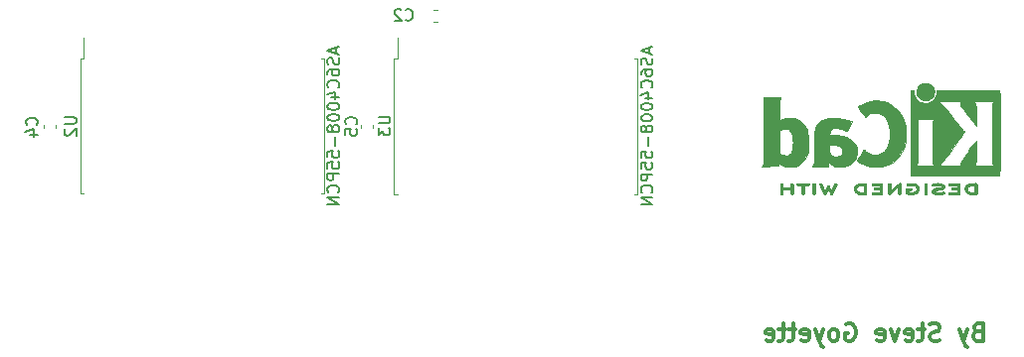
<source format=gbr>
%TF.GenerationSoftware,KiCad,Pcbnew,(6.0.2)*%
%TF.CreationDate,2022-07-18T22:22:09-07:00*%
%TF.ProjectId,Mega68k,4d656761-3638-46b2-9e6b-696361645f70,rev?*%
%TF.SameCoordinates,Original*%
%TF.FileFunction,Legend,Bot*%
%TF.FilePolarity,Positive*%
%FSLAX46Y46*%
G04 Gerber Fmt 4.6, Leading zero omitted, Abs format (unit mm)*
G04 Created by KiCad (PCBNEW (6.0.2)) date 2022-07-18 22:22:09*
%MOMM*%
%LPD*%
G01*
G04 APERTURE LIST*
%ADD10C,0.300000*%
%ADD11C,0.150000*%
%ADD12C,0.010000*%
%ADD13C,0.120000*%
G04 APERTURE END LIST*
D10*
X136715200Y-95523857D02*
X136500914Y-95595285D01*
X136429485Y-95666714D01*
X136358057Y-95809571D01*
X136358057Y-96023857D01*
X136429485Y-96166714D01*
X136500914Y-96238142D01*
X136643771Y-96309571D01*
X137215200Y-96309571D01*
X137215200Y-94809571D01*
X136715200Y-94809571D01*
X136572342Y-94881000D01*
X136500914Y-94952428D01*
X136429485Y-95095285D01*
X136429485Y-95238142D01*
X136500914Y-95381000D01*
X136572342Y-95452428D01*
X136715200Y-95523857D01*
X137215200Y-95523857D01*
X135858057Y-95309571D02*
X135500914Y-96309571D01*
X135143771Y-95309571D02*
X135500914Y-96309571D01*
X135643771Y-96666714D01*
X135715200Y-96738142D01*
X135858057Y-96809571D01*
X133500914Y-96238142D02*
X133286628Y-96309571D01*
X132929485Y-96309571D01*
X132786628Y-96238142D01*
X132715200Y-96166714D01*
X132643771Y-96023857D01*
X132643771Y-95881000D01*
X132715200Y-95738142D01*
X132786628Y-95666714D01*
X132929485Y-95595285D01*
X133215200Y-95523857D01*
X133358057Y-95452428D01*
X133429485Y-95381000D01*
X133500914Y-95238142D01*
X133500914Y-95095285D01*
X133429485Y-94952428D01*
X133358057Y-94881000D01*
X133215200Y-94809571D01*
X132858057Y-94809571D01*
X132643771Y-94881000D01*
X132215200Y-95309571D02*
X131643771Y-95309571D01*
X132000914Y-94809571D02*
X132000914Y-96095285D01*
X131929485Y-96238142D01*
X131786628Y-96309571D01*
X131643771Y-96309571D01*
X130572342Y-96238142D02*
X130715200Y-96309571D01*
X131000914Y-96309571D01*
X131143771Y-96238142D01*
X131215200Y-96095285D01*
X131215200Y-95523857D01*
X131143771Y-95381000D01*
X131000914Y-95309571D01*
X130715200Y-95309571D01*
X130572342Y-95381000D01*
X130500914Y-95523857D01*
X130500914Y-95666714D01*
X131215200Y-95809571D01*
X130000914Y-95309571D02*
X129643771Y-96309571D01*
X129286628Y-95309571D01*
X128143771Y-96238142D02*
X128286628Y-96309571D01*
X128572342Y-96309571D01*
X128715200Y-96238142D01*
X128786628Y-96095285D01*
X128786628Y-95523857D01*
X128715200Y-95381000D01*
X128572342Y-95309571D01*
X128286628Y-95309571D01*
X128143771Y-95381000D01*
X128072342Y-95523857D01*
X128072342Y-95666714D01*
X128786628Y-95809571D01*
X125500914Y-94881000D02*
X125643771Y-94809571D01*
X125858057Y-94809571D01*
X126072342Y-94881000D01*
X126215200Y-95023857D01*
X126286628Y-95166714D01*
X126358057Y-95452428D01*
X126358057Y-95666714D01*
X126286628Y-95952428D01*
X126215200Y-96095285D01*
X126072342Y-96238142D01*
X125858057Y-96309571D01*
X125715200Y-96309571D01*
X125500914Y-96238142D01*
X125429485Y-96166714D01*
X125429485Y-95666714D01*
X125715200Y-95666714D01*
X124572342Y-96309571D02*
X124715200Y-96238142D01*
X124786628Y-96166714D01*
X124858057Y-96023857D01*
X124858057Y-95595285D01*
X124786628Y-95452428D01*
X124715200Y-95381000D01*
X124572342Y-95309571D01*
X124358057Y-95309571D01*
X124215200Y-95381000D01*
X124143771Y-95452428D01*
X124072342Y-95595285D01*
X124072342Y-96023857D01*
X124143771Y-96166714D01*
X124215200Y-96238142D01*
X124358057Y-96309571D01*
X124572342Y-96309571D01*
X123572342Y-95309571D02*
X123215200Y-96309571D01*
X122858057Y-95309571D02*
X123215200Y-96309571D01*
X123358057Y-96666714D01*
X123429485Y-96738142D01*
X123572342Y-96809571D01*
X121715200Y-96238142D02*
X121858057Y-96309571D01*
X122143771Y-96309571D01*
X122286628Y-96238142D01*
X122358057Y-96095285D01*
X122358057Y-95523857D01*
X122286628Y-95381000D01*
X122143771Y-95309571D01*
X121858057Y-95309571D01*
X121715200Y-95381000D01*
X121643771Y-95523857D01*
X121643771Y-95666714D01*
X122358057Y-95809571D01*
X121215200Y-95309571D02*
X120643771Y-95309571D01*
X121000914Y-94809571D02*
X121000914Y-96095285D01*
X120929485Y-96238142D01*
X120786628Y-96309571D01*
X120643771Y-96309571D01*
X120358057Y-95309571D02*
X119786628Y-95309571D01*
X120143771Y-94809571D02*
X120143771Y-96095285D01*
X120072342Y-96238142D01*
X119929485Y-96309571D01*
X119786628Y-96309571D01*
X118715200Y-96238142D02*
X118858057Y-96309571D01*
X119143771Y-96309571D01*
X119286628Y-96238142D01*
X119358057Y-96095285D01*
X119358057Y-95523857D01*
X119286628Y-95381000D01*
X119143771Y-95309571D01*
X118858057Y-95309571D01*
X118715200Y-95381000D01*
X118643771Y-95523857D01*
X118643771Y-95666714D01*
X119358057Y-95809571D01*
D11*
%TO.C,U3*%
X85685380Y-77165295D02*
X86494904Y-77165295D01*
X86590142Y-77212914D01*
X86637761Y-77260533D01*
X86685380Y-77355771D01*
X86685380Y-77546247D01*
X86637761Y-77641485D01*
X86590142Y-77689104D01*
X86494904Y-77736723D01*
X85685380Y-77736723D01*
X85685380Y-78117676D02*
X85685380Y-78736723D01*
X86066333Y-78403390D01*
X86066333Y-78546247D01*
X86113952Y-78641485D01*
X86161571Y-78689104D01*
X86256809Y-78736723D01*
X86494904Y-78736723D01*
X86590142Y-78689104D01*
X86637761Y-78641485D01*
X86685380Y-78546247D01*
X86685380Y-78260533D01*
X86637761Y-78165295D01*
X86590142Y-78117676D01*
X108750266Y-71312923D02*
X108750266Y-71789114D01*
X109035980Y-71217685D02*
X108035980Y-71551019D01*
X109035980Y-71884352D01*
X108988361Y-72170066D02*
X109035980Y-72312923D01*
X109035980Y-72551019D01*
X108988361Y-72646257D01*
X108940742Y-72693876D01*
X108845504Y-72741495D01*
X108750266Y-72741495D01*
X108655028Y-72693876D01*
X108607409Y-72646257D01*
X108559790Y-72551019D01*
X108512171Y-72360542D01*
X108464552Y-72265304D01*
X108416933Y-72217685D01*
X108321695Y-72170066D01*
X108226457Y-72170066D01*
X108131219Y-72217685D01*
X108083600Y-72265304D01*
X108035980Y-72360542D01*
X108035980Y-72598638D01*
X108083600Y-72741495D01*
X108035980Y-73598638D02*
X108035980Y-73408161D01*
X108083600Y-73312923D01*
X108131219Y-73265304D01*
X108274076Y-73170066D01*
X108464552Y-73122447D01*
X108845504Y-73122447D01*
X108940742Y-73170066D01*
X108988361Y-73217685D01*
X109035980Y-73312923D01*
X109035980Y-73503400D01*
X108988361Y-73598638D01*
X108940742Y-73646257D01*
X108845504Y-73693876D01*
X108607409Y-73693876D01*
X108512171Y-73646257D01*
X108464552Y-73598638D01*
X108416933Y-73503400D01*
X108416933Y-73312923D01*
X108464552Y-73217685D01*
X108512171Y-73170066D01*
X108607409Y-73122447D01*
X108940742Y-74693876D02*
X108988361Y-74646257D01*
X109035980Y-74503400D01*
X109035980Y-74408161D01*
X108988361Y-74265304D01*
X108893123Y-74170066D01*
X108797885Y-74122447D01*
X108607409Y-74074828D01*
X108464552Y-74074828D01*
X108274076Y-74122447D01*
X108178838Y-74170066D01*
X108083600Y-74265304D01*
X108035980Y-74408161D01*
X108035980Y-74503400D01*
X108083600Y-74646257D01*
X108131219Y-74693876D01*
X108369314Y-75551019D02*
X109035980Y-75551019D01*
X107988361Y-75312923D02*
X108702647Y-75074828D01*
X108702647Y-75693876D01*
X108035980Y-76265304D02*
X108035980Y-76360542D01*
X108083600Y-76455780D01*
X108131219Y-76503400D01*
X108226457Y-76551019D01*
X108416933Y-76598638D01*
X108655028Y-76598638D01*
X108845504Y-76551019D01*
X108940742Y-76503400D01*
X108988361Y-76455780D01*
X109035980Y-76360542D01*
X109035980Y-76265304D01*
X108988361Y-76170066D01*
X108940742Y-76122447D01*
X108845504Y-76074828D01*
X108655028Y-76027209D01*
X108416933Y-76027209D01*
X108226457Y-76074828D01*
X108131219Y-76122447D01*
X108083600Y-76170066D01*
X108035980Y-76265304D01*
X108035980Y-77217685D02*
X108035980Y-77312923D01*
X108083600Y-77408161D01*
X108131219Y-77455780D01*
X108226457Y-77503400D01*
X108416933Y-77551019D01*
X108655028Y-77551019D01*
X108845504Y-77503400D01*
X108940742Y-77455780D01*
X108988361Y-77408161D01*
X109035980Y-77312923D01*
X109035980Y-77217685D01*
X108988361Y-77122447D01*
X108940742Y-77074828D01*
X108845504Y-77027209D01*
X108655028Y-76979590D01*
X108416933Y-76979590D01*
X108226457Y-77027209D01*
X108131219Y-77074828D01*
X108083600Y-77122447D01*
X108035980Y-77217685D01*
X108464552Y-78122447D02*
X108416933Y-78027209D01*
X108369314Y-77979590D01*
X108274076Y-77931971D01*
X108226457Y-77931971D01*
X108131219Y-77979590D01*
X108083600Y-78027209D01*
X108035980Y-78122447D01*
X108035980Y-78312923D01*
X108083600Y-78408161D01*
X108131219Y-78455780D01*
X108226457Y-78503400D01*
X108274076Y-78503400D01*
X108369314Y-78455780D01*
X108416933Y-78408161D01*
X108464552Y-78312923D01*
X108464552Y-78122447D01*
X108512171Y-78027209D01*
X108559790Y-77979590D01*
X108655028Y-77931971D01*
X108845504Y-77931971D01*
X108940742Y-77979590D01*
X108988361Y-78027209D01*
X109035980Y-78122447D01*
X109035980Y-78312923D01*
X108988361Y-78408161D01*
X108940742Y-78455780D01*
X108845504Y-78503400D01*
X108655028Y-78503400D01*
X108559790Y-78455780D01*
X108512171Y-78408161D01*
X108464552Y-78312923D01*
X108655028Y-78931971D02*
X108655028Y-79693876D01*
X108035980Y-80646257D02*
X108035980Y-80170066D01*
X108512171Y-80122447D01*
X108464552Y-80170066D01*
X108416933Y-80265304D01*
X108416933Y-80503400D01*
X108464552Y-80598638D01*
X108512171Y-80646257D01*
X108607409Y-80693876D01*
X108845504Y-80693876D01*
X108940742Y-80646257D01*
X108988361Y-80598638D01*
X109035980Y-80503400D01*
X109035980Y-80265304D01*
X108988361Y-80170066D01*
X108940742Y-80122447D01*
X108035980Y-81598638D02*
X108035980Y-81122447D01*
X108512171Y-81074828D01*
X108464552Y-81122447D01*
X108416933Y-81217685D01*
X108416933Y-81455780D01*
X108464552Y-81551019D01*
X108512171Y-81598638D01*
X108607409Y-81646257D01*
X108845504Y-81646257D01*
X108940742Y-81598638D01*
X108988361Y-81551019D01*
X109035980Y-81455780D01*
X109035980Y-81217685D01*
X108988361Y-81122447D01*
X108940742Y-81074828D01*
X109035980Y-82074828D02*
X108035980Y-82074828D01*
X108035980Y-82455780D01*
X108083600Y-82551019D01*
X108131219Y-82598638D01*
X108226457Y-82646257D01*
X108369314Y-82646257D01*
X108464552Y-82598638D01*
X108512171Y-82551019D01*
X108559790Y-82455780D01*
X108559790Y-82074828D01*
X108940742Y-83646257D02*
X108988361Y-83598638D01*
X109035980Y-83455780D01*
X109035980Y-83360542D01*
X108988361Y-83217685D01*
X108893123Y-83122447D01*
X108797885Y-83074828D01*
X108607409Y-83027209D01*
X108464552Y-83027209D01*
X108274076Y-83074828D01*
X108178838Y-83122447D01*
X108083600Y-83217685D01*
X108035980Y-83360542D01*
X108035980Y-83455780D01*
X108083600Y-83598638D01*
X108131219Y-83646257D01*
X109035980Y-84074828D02*
X108035980Y-84074828D01*
X109035980Y-84646257D01*
X108035980Y-84646257D01*
%TO.C,C5*%
X83770742Y-77811333D02*
X83818361Y-77763714D01*
X83865980Y-77620857D01*
X83865980Y-77525619D01*
X83818361Y-77382761D01*
X83723123Y-77287523D01*
X83627885Y-77239904D01*
X83437409Y-77192285D01*
X83294552Y-77192285D01*
X83104076Y-77239904D01*
X83008838Y-77287523D01*
X82913600Y-77382761D01*
X82865980Y-77525619D01*
X82865980Y-77620857D01*
X82913600Y-77763714D01*
X82961219Y-77811333D01*
X82865980Y-78716095D02*
X82865980Y-78239904D01*
X83342171Y-78192285D01*
X83294552Y-78239904D01*
X83246933Y-78335142D01*
X83246933Y-78573238D01*
X83294552Y-78668476D01*
X83342171Y-78716095D01*
X83437409Y-78763714D01*
X83675504Y-78763714D01*
X83770742Y-78716095D01*
X83818361Y-78668476D01*
X83865980Y-78573238D01*
X83865980Y-78335142D01*
X83818361Y-78239904D01*
X83770742Y-78192285D01*
%TO.C,C2*%
X87999866Y-68886342D02*
X88047485Y-68933961D01*
X88190342Y-68981580D01*
X88285580Y-68981580D01*
X88428438Y-68933961D01*
X88523676Y-68838723D01*
X88571295Y-68743485D01*
X88618914Y-68553009D01*
X88618914Y-68410152D01*
X88571295Y-68219676D01*
X88523676Y-68124438D01*
X88428438Y-68029200D01*
X88285580Y-67981580D01*
X88190342Y-67981580D01*
X88047485Y-68029200D01*
X87999866Y-68076819D01*
X87618914Y-68076819D02*
X87571295Y-68029200D01*
X87476057Y-67981580D01*
X87237961Y-67981580D01*
X87142723Y-68029200D01*
X87095104Y-68076819D01*
X87047485Y-68172057D01*
X87047485Y-68267295D01*
X87095104Y-68410152D01*
X87666533Y-68981580D01*
X87047485Y-68981580D01*
%TO.C,U2*%
X58940580Y-77216095D02*
X59750104Y-77216095D01*
X59845342Y-77263714D01*
X59892961Y-77311333D01*
X59940580Y-77406571D01*
X59940580Y-77597047D01*
X59892961Y-77692285D01*
X59845342Y-77739904D01*
X59750104Y-77787523D01*
X58940580Y-77787523D01*
X59035819Y-78216095D02*
X58988200Y-78263714D01*
X58940580Y-78358952D01*
X58940580Y-78597047D01*
X58988200Y-78692285D01*
X59035819Y-78739904D01*
X59131057Y-78787523D01*
X59226295Y-78787523D01*
X59369152Y-78739904D01*
X59940580Y-78168476D01*
X59940580Y-78787523D01*
X82054866Y-71287523D02*
X82054866Y-71763714D01*
X82340580Y-71192285D02*
X81340580Y-71525619D01*
X82340580Y-71858952D01*
X82292961Y-72144666D02*
X82340580Y-72287523D01*
X82340580Y-72525619D01*
X82292961Y-72620857D01*
X82245342Y-72668476D01*
X82150104Y-72716095D01*
X82054866Y-72716095D01*
X81959628Y-72668476D01*
X81912009Y-72620857D01*
X81864390Y-72525619D01*
X81816771Y-72335142D01*
X81769152Y-72239904D01*
X81721533Y-72192285D01*
X81626295Y-72144666D01*
X81531057Y-72144666D01*
X81435819Y-72192285D01*
X81388200Y-72239904D01*
X81340580Y-72335142D01*
X81340580Y-72573238D01*
X81388200Y-72716095D01*
X81340580Y-73573238D02*
X81340580Y-73382761D01*
X81388200Y-73287523D01*
X81435819Y-73239904D01*
X81578676Y-73144666D01*
X81769152Y-73097047D01*
X82150104Y-73097047D01*
X82245342Y-73144666D01*
X82292961Y-73192285D01*
X82340580Y-73287523D01*
X82340580Y-73478000D01*
X82292961Y-73573238D01*
X82245342Y-73620857D01*
X82150104Y-73668476D01*
X81912009Y-73668476D01*
X81816771Y-73620857D01*
X81769152Y-73573238D01*
X81721533Y-73478000D01*
X81721533Y-73287523D01*
X81769152Y-73192285D01*
X81816771Y-73144666D01*
X81912009Y-73097047D01*
X82245342Y-74668476D02*
X82292961Y-74620857D01*
X82340580Y-74478000D01*
X82340580Y-74382761D01*
X82292961Y-74239904D01*
X82197723Y-74144666D01*
X82102485Y-74097047D01*
X81912009Y-74049428D01*
X81769152Y-74049428D01*
X81578676Y-74097047D01*
X81483438Y-74144666D01*
X81388200Y-74239904D01*
X81340580Y-74382761D01*
X81340580Y-74478000D01*
X81388200Y-74620857D01*
X81435819Y-74668476D01*
X81673914Y-75525619D02*
X82340580Y-75525619D01*
X81292961Y-75287523D02*
X82007247Y-75049428D01*
X82007247Y-75668476D01*
X81340580Y-76239904D02*
X81340580Y-76335142D01*
X81388200Y-76430380D01*
X81435819Y-76478000D01*
X81531057Y-76525619D01*
X81721533Y-76573238D01*
X81959628Y-76573238D01*
X82150104Y-76525619D01*
X82245342Y-76478000D01*
X82292961Y-76430380D01*
X82340580Y-76335142D01*
X82340580Y-76239904D01*
X82292961Y-76144666D01*
X82245342Y-76097047D01*
X82150104Y-76049428D01*
X81959628Y-76001809D01*
X81721533Y-76001809D01*
X81531057Y-76049428D01*
X81435819Y-76097047D01*
X81388200Y-76144666D01*
X81340580Y-76239904D01*
X81340580Y-77192285D02*
X81340580Y-77287523D01*
X81388200Y-77382761D01*
X81435819Y-77430380D01*
X81531057Y-77478000D01*
X81721533Y-77525619D01*
X81959628Y-77525619D01*
X82150104Y-77478000D01*
X82245342Y-77430380D01*
X82292961Y-77382761D01*
X82340580Y-77287523D01*
X82340580Y-77192285D01*
X82292961Y-77097047D01*
X82245342Y-77049428D01*
X82150104Y-77001809D01*
X81959628Y-76954190D01*
X81721533Y-76954190D01*
X81531057Y-77001809D01*
X81435819Y-77049428D01*
X81388200Y-77097047D01*
X81340580Y-77192285D01*
X81769152Y-78097047D02*
X81721533Y-78001809D01*
X81673914Y-77954190D01*
X81578676Y-77906571D01*
X81531057Y-77906571D01*
X81435819Y-77954190D01*
X81388200Y-78001809D01*
X81340580Y-78097047D01*
X81340580Y-78287523D01*
X81388200Y-78382761D01*
X81435819Y-78430380D01*
X81531057Y-78478000D01*
X81578676Y-78478000D01*
X81673914Y-78430380D01*
X81721533Y-78382761D01*
X81769152Y-78287523D01*
X81769152Y-78097047D01*
X81816771Y-78001809D01*
X81864390Y-77954190D01*
X81959628Y-77906571D01*
X82150104Y-77906571D01*
X82245342Y-77954190D01*
X82292961Y-78001809D01*
X82340580Y-78097047D01*
X82340580Y-78287523D01*
X82292961Y-78382761D01*
X82245342Y-78430380D01*
X82150104Y-78478000D01*
X81959628Y-78478000D01*
X81864390Y-78430380D01*
X81816771Y-78382761D01*
X81769152Y-78287523D01*
X81959628Y-78906571D02*
X81959628Y-79668476D01*
X81340580Y-80620857D02*
X81340580Y-80144666D01*
X81816771Y-80097047D01*
X81769152Y-80144666D01*
X81721533Y-80239904D01*
X81721533Y-80478000D01*
X81769152Y-80573238D01*
X81816771Y-80620857D01*
X81912009Y-80668476D01*
X82150104Y-80668476D01*
X82245342Y-80620857D01*
X82292961Y-80573238D01*
X82340580Y-80478000D01*
X82340580Y-80239904D01*
X82292961Y-80144666D01*
X82245342Y-80097047D01*
X81340580Y-81573238D02*
X81340580Y-81097047D01*
X81816771Y-81049428D01*
X81769152Y-81097047D01*
X81721533Y-81192285D01*
X81721533Y-81430380D01*
X81769152Y-81525619D01*
X81816771Y-81573238D01*
X81912009Y-81620857D01*
X82150104Y-81620857D01*
X82245342Y-81573238D01*
X82292961Y-81525619D01*
X82340580Y-81430380D01*
X82340580Y-81192285D01*
X82292961Y-81097047D01*
X82245342Y-81049428D01*
X82340580Y-82049428D02*
X81340580Y-82049428D01*
X81340580Y-82430380D01*
X81388200Y-82525619D01*
X81435819Y-82573238D01*
X81531057Y-82620857D01*
X81673914Y-82620857D01*
X81769152Y-82573238D01*
X81816771Y-82525619D01*
X81864390Y-82430380D01*
X81864390Y-82049428D01*
X82245342Y-83620857D02*
X82292961Y-83573238D01*
X82340580Y-83430380D01*
X82340580Y-83335142D01*
X82292961Y-83192285D01*
X82197723Y-83097047D01*
X82102485Y-83049428D01*
X81912009Y-83001809D01*
X81769152Y-83001809D01*
X81578676Y-83049428D01*
X81483438Y-83097047D01*
X81388200Y-83192285D01*
X81340580Y-83335142D01*
X81340580Y-83430380D01*
X81388200Y-83573238D01*
X81435819Y-83620857D01*
X82340580Y-84049428D02*
X81340580Y-84049428D01*
X82340580Y-84620857D01*
X81340580Y-84620857D01*
%TO.C,C4*%
X56567342Y-77862133D02*
X56614961Y-77814514D01*
X56662580Y-77671657D01*
X56662580Y-77576419D01*
X56614961Y-77433561D01*
X56519723Y-77338323D01*
X56424485Y-77290704D01*
X56234009Y-77243085D01*
X56091152Y-77243085D01*
X55900676Y-77290704D01*
X55805438Y-77338323D01*
X55710200Y-77433561D01*
X55662580Y-77576419D01*
X55662580Y-77671657D01*
X55710200Y-77814514D01*
X55757819Y-77862133D01*
X55995914Y-78719276D02*
X56662580Y-78719276D01*
X55614961Y-78481180D02*
X56329247Y-78243085D01*
X56329247Y-78862133D01*
D12*
%TO.C,REF\u002A\u002A*%
X122731489Y-82836701D02*
X122699919Y-82856366D01*
X122699919Y-82856366D02*
X122664437Y-82885097D01*
X122664437Y-82885097D02*
X122664437Y-83313190D01*
X122664437Y-83313190D02*
X122664550Y-83438414D01*
X122664550Y-83438414D02*
X122665034Y-83537071D01*
X122665034Y-83537071D02*
X122666107Y-83612654D01*
X122666107Y-83612654D02*
X122667985Y-83668657D01*
X122667985Y-83668657D02*
X122670887Y-83708571D01*
X122670887Y-83708571D02*
X122675030Y-83735890D01*
X122675030Y-83735890D02*
X122680631Y-83754105D01*
X122680631Y-83754105D02*
X122687908Y-83766710D01*
X122687908Y-83766710D02*
X122693069Y-83772920D01*
X122693069Y-83772920D02*
X122734925Y-83800204D01*
X122734925Y-83800204D02*
X122782588Y-83799091D01*
X122782588Y-83799091D02*
X122824340Y-83775826D01*
X122824340Y-83775826D02*
X122859822Y-83747095D01*
X122859822Y-83747095D02*
X122859822Y-82885097D01*
X122859822Y-82885097D02*
X122824340Y-82856366D01*
X122824340Y-82856366D02*
X122790095Y-82835466D01*
X122790095Y-82835466D02*
X122762130Y-82827634D01*
X122762130Y-82827634D02*
X122731489Y-82836701D01*
X122731489Y-82836701D02*
X122731489Y-82836701D01*
G36*
X122790095Y-82835466D02*
G01*
X122824340Y-82856366D01*
X122859822Y-82885097D01*
X122859822Y-83747095D01*
X122824340Y-83775826D01*
X122782588Y-83799091D01*
X122734925Y-83800204D01*
X122693069Y-83772920D01*
X122687908Y-83766710D01*
X122680631Y-83754105D01*
X122675030Y-83735890D01*
X122670887Y-83708571D01*
X122667985Y-83668657D01*
X122666107Y-83612654D01*
X122665034Y-83537071D01*
X122664550Y-83438414D01*
X122664437Y-83313190D01*
X122664437Y-82885097D01*
X122699919Y-82856366D01*
X122731489Y-82836701D01*
X122762130Y-82827634D01*
X122790095Y-82835466D01*
G37*
X122790095Y-82835466D02*
X122824340Y-82856366D01*
X122859822Y-82885097D01*
X122859822Y-83747095D01*
X122824340Y-83775826D01*
X122782588Y-83799091D01*
X122734925Y-83800204D01*
X122693069Y-83772920D01*
X122687908Y-83766710D01*
X122680631Y-83754105D01*
X122675030Y-83735890D01*
X122670887Y-83708571D01*
X122667985Y-83668657D01*
X122666107Y-83612654D01*
X122665034Y-83537071D01*
X122664550Y-83438414D01*
X122664437Y-83313190D01*
X122664437Y-82885097D01*
X122699919Y-82856366D01*
X122731489Y-82836701D01*
X122762130Y-82827634D01*
X122790095Y-82835466D01*
X130038967Y-82833468D02*
X130007592Y-82851873D01*
X130007592Y-82851873D02*
X129966569Y-82881973D01*
X129966569Y-82881973D02*
X129913771Y-82925184D01*
X129913771Y-82925184D02*
X129847072Y-82982926D01*
X129847072Y-82982926D02*
X129764346Y-83056616D01*
X129764346Y-83056616D02*
X129663467Y-83147672D01*
X129663467Y-83147672D02*
X129547988Y-83252362D01*
X129547988Y-83252362D02*
X129307514Y-83470431D01*
X129307514Y-83470431D02*
X129299999Y-83177732D01*
X129299999Y-83177732D02*
X129297286Y-83076978D01*
X129297286Y-83076978D02*
X129294669Y-83001946D01*
X129294669Y-83001946D02*
X129291567Y-82948308D01*
X129291567Y-82948308D02*
X129287403Y-82911734D01*
X129287403Y-82911734D02*
X129281598Y-82887895D01*
X129281598Y-82887895D02*
X129273571Y-82872462D01*
X129273571Y-82872462D02*
X129262744Y-82861106D01*
X129262744Y-82861106D02*
X129257003Y-82856334D01*
X129257003Y-82856334D02*
X129211030Y-82831101D01*
X129211030Y-82831101D02*
X129167284Y-82834790D01*
X129167284Y-82834790D02*
X129132582Y-82856347D01*
X129132582Y-82856347D02*
X129097100Y-82885059D01*
X129097100Y-82885059D02*
X129092687Y-83304374D01*
X129092687Y-83304374D02*
X129091466Y-83427695D01*
X129091466Y-83427695D02*
X129090844Y-83524572D01*
X129090844Y-83524572D02*
X129091037Y-83598618D01*
X129091037Y-83598618D02*
X129092261Y-83653445D01*
X129092261Y-83653445D02*
X129094731Y-83692667D01*
X129094731Y-83692667D02*
X129098661Y-83719897D01*
X129098661Y-83719897D02*
X129104267Y-83738747D01*
X129104267Y-83738747D02*
X129111765Y-83752829D01*
X129111765Y-83752829D02*
X129120080Y-83764123D01*
X129120080Y-83764123D02*
X129138069Y-83785070D01*
X129138069Y-83785070D02*
X129155968Y-83798955D01*
X129155968Y-83798955D02*
X129176259Y-83804284D01*
X129176259Y-83804284D02*
X129201425Y-83799564D01*
X129201425Y-83799564D02*
X129233947Y-83783301D01*
X129233947Y-83783301D02*
X129276310Y-83754001D01*
X129276310Y-83754001D02*
X129330995Y-83710170D01*
X129330995Y-83710170D02*
X129400484Y-83650315D01*
X129400484Y-83650315D02*
X129487262Y-83572942D01*
X129487262Y-83572942D02*
X129585562Y-83484038D01*
X129585562Y-83484038D02*
X129938757Y-83163659D01*
X129938757Y-83163659D02*
X129946272Y-83455401D01*
X129946272Y-83455401D02*
X129948990Y-83555971D01*
X129948990Y-83555971D02*
X129951614Y-83630828D01*
X129951614Y-83630828D02*
X129954726Y-83684308D01*
X129954726Y-83684308D02*
X129958909Y-83720750D01*
X129958909Y-83720750D02*
X129964744Y-83744492D01*
X129964744Y-83744492D02*
X129972813Y-83759870D01*
X129972813Y-83759870D02*
X129983698Y-83771224D01*
X129983698Y-83771224D02*
X129989268Y-83775850D01*
X129989268Y-83775850D02*
X130038503Y-83801266D01*
X130038503Y-83801266D02*
X130085024Y-83797433D01*
X130085024Y-83797433D02*
X130125536Y-83764957D01*
X130125536Y-83764957D02*
X130134803Y-83751891D01*
X130134803Y-83751891D02*
X130142026Y-83736633D01*
X130142026Y-83736633D02*
X130147459Y-83715520D01*
X130147459Y-83715520D02*
X130151355Y-83684893D01*
X130151355Y-83684893D02*
X130153968Y-83641090D01*
X130153968Y-83641090D02*
X130155554Y-83580451D01*
X130155554Y-83580451D02*
X130156365Y-83499315D01*
X130156365Y-83499315D02*
X130156655Y-83394021D01*
X130156655Y-83394021D02*
X130156686Y-83316096D01*
X130156686Y-83316096D02*
X130156588Y-83194212D01*
X130156588Y-83194212D02*
X130156126Y-83098727D01*
X130156126Y-83098727D02*
X130155044Y-83025979D01*
X130155044Y-83025979D02*
X130153090Y-82972307D01*
X130153090Y-82972307D02*
X130150009Y-82934051D01*
X130150009Y-82934051D02*
X130145547Y-82907551D01*
X130145547Y-82907551D02*
X130139450Y-82889144D01*
X130139450Y-82889144D02*
X130131464Y-82875172D01*
X130131464Y-82875172D02*
X130125536Y-82867235D01*
X130125536Y-82867235D02*
X130110509Y-82848436D01*
X130110509Y-82848436D02*
X130096465Y-82834241D01*
X130096465Y-82834241D02*
X130081277Y-82826070D01*
X130081277Y-82826070D02*
X130062820Y-82825340D01*
X130062820Y-82825340D02*
X130038967Y-82833468D01*
X130038967Y-82833468D02*
X130038967Y-82833468D01*
G36*
X130081277Y-82826070D02*
G01*
X130096465Y-82834241D01*
X130110509Y-82848436D01*
X130125536Y-82867235D01*
X130131464Y-82875172D01*
X130139450Y-82889144D01*
X130145547Y-82907551D01*
X130150009Y-82934051D01*
X130153090Y-82972307D01*
X130155044Y-83025979D01*
X130156126Y-83098727D01*
X130156588Y-83194212D01*
X130156686Y-83316096D01*
X130156655Y-83394021D01*
X130156365Y-83499315D01*
X130155554Y-83580451D01*
X130153968Y-83641090D01*
X130151355Y-83684893D01*
X130147459Y-83715520D01*
X130142026Y-83736633D01*
X130134803Y-83751891D01*
X130125536Y-83764957D01*
X130085024Y-83797433D01*
X130038503Y-83801266D01*
X129989268Y-83775850D01*
X129983698Y-83771224D01*
X129972813Y-83759870D01*
X129964744Y-83744492D01*
X129958909Y-83720750D01*
X129954726Y-83684308D01*
X129951614Y-83630828D01*
X129948990Y-83555971D01*
X129946272Y-83455401D01*
X129938757Y-83163659D01*
X129585562Y-83484038D01*
X129487262Y-83572942D01*
X129400484Y-83650315D01*
X129330995Y-83710170D01*
X129276310Y-83754001D01*
X129233947Y-83783301D01*
X129201425Y-83799564D01*
X129176259Y-83804284D01*
X129155968Y-83798955D01*
X129138069Y-83785070D01*
X129120080Y-83764123D01*
X129111765Y-83752829D01*
X129104267Y-83738747D01*
X129098661Y-83719897D01*
X129094731Y-83692667D01*
X129092261Y-83653445D01*
X129091037Y-83598618D01*
X129090844Y-83524572D01*
X129091466Y-83427695D01*
X129092687Y-83304374D01*
X129097100Y-82885059D01*
X129132582Y-82856347D01*
X129167284Y-82834790D01*
X129211030Y-82831101D01*
X129257003Y-82856334D01*
X129262744Y-82861106D01*
X129273571Y-82872462D01*
X129281598Y-82887895D01*
X129287403Y-82911734D01*
X129291567Y-82948308D01*
X129294669Y-83001946D01*
X129297286Y-83076978D01*
X129299999Y-83177732D01*
X129307514Y-83470431D01*
X129547988Y-83252362D01*
X129663467Y-83147672D01*
X129764346Y-83056616D01*
X129847072Y-82982926D01*
X129913771Y-82925184D01*
X129966569Y-82881973D01*
X130007592Y-82851873D01*
X130038967Y-82833468D01*
X130062820Y-82825340D01*
X130081277Y-82826070D01*
G37*
X130081277Y-82826070D02*
X130096465Y-82834241D01*
X130110509Y-82848436D01*
X130125536Y-82867235D01*
X130131464Y-82875172D01*
X130139450Y-82889144D01*
X130145547Y-82907551D01*
X130150009Y-82934051D01*
X130153090Y-82972307D01*
X130155044Y-83025979D01*
X130156126Y-83098727D01*
X130156588Y-83194212D01*
X130156686Y-83316096D01*
X130156655Y-83394021D01*
X130156365Y-83499315D01*
X130155554Y-83580451D01*
X130153968Y-83641090D01*
X130151355Y-83684893D01*
X130147459Y-83715520D01*
X130142026Y-83736633D01*
X130134803Y-83751891D01*
X130125536Y-83764957D01*
X130085024Y-83797433D01*
X130038503Y-83801266D01*
X129989268Y-83775850D01*
X129983698Y-83771224D01*
X129972813Y-83759870D01*
X129964744Y-83744492D01*
X129958909Y-83720750D01*
X129954726Y-83684308D01*
X129951614Y-83630828D01*
X129948990Y-83555971D01*
X129946272Y-83455401D01*
X129938757Y-83163659D01*
X129585562Y-83484038D01*
X129487262Y-83572942D01*
X129400484Y-83650315D01*
X129330995Y-83710170D01*
X129276310Y-83754001D01*
X129233947Y-83783301D01*
X129201425Y-83799564D01*
X129176259Y-83804284D01*
X129155968Y-83798955D01*
X129138069Y-83785070D01*
X129120080Y-83764123D01*
X129111765Y-83752829D01*
X129104267Y-83738747D01*
X129098661Y-83719897D01*
X129094731Y-83692667D01*
X129092261Y-83653445D01*
X129091037Y-83598618D01*
X129090844Y-83524572D01*
X129091466Y-83427695D01*
X129092687Y-83304374D01*
X129097100Y-82885059D01*
X129132582Y-82856347D01*
X129167284Y-82834790D01*
X129211030Y-82831101D01*
X129257003Y-82856334D01*
X129262744Y-82861106D01*
X129273571Y-82872462D01*
X129281598Y-82887895D01*
X129287403Y-82911734D01*
X129291567Y-82948308D01*
X129294669Y-83001946D01*
X129297286Y-83076978D01*
X129299999Y-83177732D01*
X129307514Y-83470431D01*
X129547988Y-83252362D01*
X129663467Y-83147672D01*
X129764346Y-83056616D01*
X129847072Y-82982926D01*
X129913771Y-82925184D01*
X129966569Y-82881973D01*
X130007592Y-82851873D01*
X130038967Y-82833468D01*
X130062820Y-82825340D01*
X130081277Y-82826070D01*
X123322546Y-82830254D02*
X123296465Y-82839574D01*
X123296465Y-82839574D02*
X123295459Y-82840030D01*
X123295459Y-82840030D02*
X123260041Y-82867058D01*
X123260041Y-82867058D02*
X123240527Y-82894860D01*
X123240527Y-82894860D02*
X123236709Y-82907896D01*
X123236709Y-82907896D02*
X123236898Y-82925216D01*
X123236898Y-82925216D02*
X123242271Y-82949891D01*
X123242271Y-82949891D02*
X123254005Y-82984988D01*
X123254005Y-82984988D02*
X123273280Y-83033577D01*
X123273280Y-83033577D02*
X123301271Y-83098726D01*
X123301271Y-83098726D02*
X123339157Y-83183505D01*
X123339157Y-83183505D02*
X123388115Y-83290983D01*
X123388115Y-83290983D02*
X123415062Y-83349727D01*
X123415062Y-83349727D02*
X123463723Y-83454597D01*
X123463723Y-83454597D02*
X123509403Y-83551038D01*
X123509403Y-83551038D02*
X123550359Y-83635522D01*
X123550359Y-83635522D02*
X123584847Y-83704524D01*
X123584847Y-83704524D02*
X123611124Y-83754518D01*
X123611124Y-83754518D02*
X123627447Y-83781978D01*
X123627447Y-83781978D02*
X123630677Y-83785771D01*
X123630677Y-83785771D02*
X123672004Y-83802504D01*
X123672004Y-83802504D02*
X123718684Y-83800263D01*
X123718684Y-83800263D02*
X123756123Y-83779911D01*
X123756123Y-83779911D02*
X123757649Y-83778256D01*
X123757649Y-83778256D02*
X123772542Y-83755710D01*
X123772542Y-83755710D02*
X123797524Y-83711795D01*
X123797524Y-83711795D02*
X123829514Y-83652164D01*
X123829514Y-83652164D02*
X123865433Y-83582470D01*
X123865433Y-83582470D02*
X123878341Y-83556787D01*
X123878341Y-83556787D02*
X123975779Y-83361621D01*
X123975779Y-83361621D02*
X124081987Y-83573631D01*
X124081987Y-83573631D02*
X124119896Y-83646885D01*
X124119896Y-83646885D02*
X124155066Y-83710414D01*
X124155066Y-83710414D02*
X124184625Y-83759355D01*
X124184625Y-83759355D02*
X124205699Y-83788846D01*
X124205699Y-83788846D02*
X124212841Y-83795100D01*
X124212841Y-83795100D02*
X124268355Y-83803569D01*
X124268355Y-83803569D02*
X124314164Y-83785771D01*
X124314164Y-83785771D02*
X124327639Y-83766749D01*
X124327639Y-83766749D02*
X124350957Y-83724473D01*
X124350957Y-83724473D02*
X124382216Y-83663104D01*
X124382216Y-83663104D02*
X124419513Y-83586800D01*
X124419513Y-83586800D02*
X124460947Y-83499723D01*
X124460947Y-83499723D02*
X124504615Y-83406031D01*
X124504615Y-83406031D02*
X124548615Y-83309885D01*
X124548615Y-83309885D02*
X124591045Y-83215445D01*
X124591045Y-83215445D02*
X124630003Y-83126869D01*
X124630003Y-83126869D02*
X124663586Y-83048320D01*
X124663586Y-83048320D02*
X124689892Y-82983955D01*
X124689892Y-82983955D02*
X124707019Y-82937935D01*
X124707019Y-82937935D02*
X124713064Y-82914421D01*
X124713064Y-82914421D02*
X124713002Y-82913569D01*
X124713002Y-82913569D02*
X124698293Y-82883980D01*
X124698293Y-82883980D02*
X124668891Y-82853844D01*
X124668891Y-82853844D02*
X124667160Y-82852532D01*
X124667160Y-82852532D02*
X124631023Y-82832106D01*
X124631023Y-82832106D02*
X124597599Y-82832304D01*
X124597599Y-82832304D02*
X124585071Y-82836155D01*
X124585071Y-82836155D02*
X124569806Y-82844477D01*
X124569806Y-82844477D02*
X124553595Y-82860849D01*
X124553595Y-82860849D02*
X124534494Y-82888666D01*
X124534494Y-82888666D02*
X124510558Y-82931324D01*
X124510558Y-82931324D02*
X124479842Y-82992219D01*
X124479842Y-82992219D02*
X124440402Y-83074749D01*
X124440402Y-83074749D02*
X124404835Y-83150931D01*
X124404835Y-83150931D02*
X124363916Y-83239238D01*
X124363916Y-83239238D02*
X124327249Y-83318650D01*
X124327249Y-83318650D02*
X124296739Y-83385020D01*
X124296739Y-83385020D02*
X124274291Y-83434199D01*
X124274291Y-83434199D02*
X124261810Y-83462037D01*
X124261810Y-83462037D02*
X124259990Y-83466392D01*
X124259990Y-83466392D02*
X124251803Y-83459273D01*
X124251803Y-83459273D02*
X124232988Y-83429465D01*
X124232988Y-83429465D02*
X124206047Y-83381320D01*
X124206047Y-83381320D02*
X124173485Y-83319187D01*
X124173485Y-83319187D02*
X124160527Y-83293552D01*
X124160527Y-83293552D02*
X124116633Y-83206989D01*
X124116633Y-83206989D02*
X124082782Y-83143949D01*
X124082782Y-83143949D02*
X124056196Y-83100766D01*
X124056196Y-83100766D02*
X124034098Y-83073776D01*
X124034098Y-83073776D02*
X124013709Y-83059312D01*
X124013709Y-83059312D02*
X123992253Y-83053711D01*
X123992253Y-83053711D02*
X123978270Y-83053078D01*
X123978270Y-83053078D02*
X123953605Y-83055264D01*
X123953605Y-83055264D02*
X123931991Y-83064303D01*
X123931991Y-83064303D02*
X123910515Y-83083921D01*
X123910515Y-83083921D02*
X123886263Y-83117841D01*
X123886263Y-83117841D02*
X123856323Y-83169786D01*
X123856323Y-83169786D02*
X123817780Y-83243482D01*
X123817780Y-83243482D02*
X123796515Y-83285404D01*
X123796515Y-83285404D02*
X123762021Y-83352218D01*
X123762021Y-83352218D02*
X123731937Y-83407625D01*
X123731937Y-83407625D02*
X123708916Y-83446951D01*
X123708916Y-83446951D02*
X123695613Y-83465520D01*
X123695613Y-83465520D02*
X123693804Y-83466293D01*
X123693804Y-83466293D02*
X123685213Y-83451679D01*
X123685213Y-83451679D02*
X123665979Y-83413731D01*
X123665979Y-83413731D02*
X123638028Y-83356420D01*
X123638028Y-83356420D02*
X123603286Y-83283720D01*
X123603286Y-83283720D02*
X123563680Y-83199600D01*
X123563680Y-83199600D02*
X123544197Y-83157818D01*
X123544197Y-83157818D02*
X123493513Y-83049987D01*
X123493513Y-83049987D02*
X123452700Y-82967014D01*
X123452700Y-82967014D02*
X123419639Y-82906190D01*
X123419639Y-82906190D02*
X123392212Y-82864809D01*
X123392212Y-82864809D02*
X123368301Y-82840164D01*
X123368301Y-82840164D02*
X123345785Y-82829548D01*
X123345785Y-82829548D02*
X123322546Y-82830254D01*
X123322546Y-82830254D02*
X123322546Y-82830254D01*
G36*
X123368301Y-82840164D02*
G01*
X123392212Y-82864809D01*
X123419639Y-82906190D01*
X123452700Y-82967014D01*
X123493513Y-83049987D01*
X123544197Y-83157818D01*
X123563680Y-83199600D01*
X123603286Y-83283720D01*
X123638028Y-83356420D01*
X123665979Y-83413731D01*
X123685213Y-83451679D01*
X123693804Y-83466293D01*
X123695613Y-83465520D01*
X123708916Y-83446951D01*
X123731937Y-83407625D01*
X123762021Y-83352218D01*
X123796515Y-83285404D01*
X123817780Y-83243482D01*
X123856323Y-83169786D01*
X123886263Y-83117841D01*
X123910515Y-83083921D01*
X123931991Y-83064303D01*
X123953605Y-83055264D01*
X123978270Y-83053078D01*
X123992253Y-83053711D01*
X124013709Y-83059312D01*
X124034098Y-83073776D01*
X124056196Y-83100766D01*
X124082782Y-83143949D01*
X124116633Y-83206989D01*
X124160527Y-83293552D01*
X124173485Y-83319187D01*
X124206047Y-83381320D01*
X124232988Y-83429465D01*
X124251803Y-83459273D01*
X124259990Y-83466392D01*
X124261810Y-83462037D01*
X124274291Y-83434199D01*
X124296739Y-83385020D01*
X124327249Y-83318650D01*
X124363916Y-83239238D01*
X124404835Y-83150931D01*
X124440402Y-83074749D01*
X124479842Y-82992219D01*
X124510558Y-82931324D01*
X124534494Y-82888666D01*
X124553595Y-82860849D01*
X124569806Y-82844477D01*
X124585071Y-82836155D01*
X124597599Y-82832304D01*
X124631023Y-82832106D01*
X124667160Y-82852532D01*
X124668891Y-82853844D01*
X124698293Y-82883980D01*
X124713002Y-82913569D01*
X124713064Y-82914421D01*
X124707019Y-82937935D01*
X124689892Y-82983955D01*
X124663586Y-83048320D01*
X124630003Y-83126869D01*
X124591045Y-83215445D01*
X124548615Y-83309885D01*
X124504615Y-83406031D01*
X124460947Y-83499723D01*
X124419513Y-83586800D01*
X124382216Y-83663104D01*
X124350957Y-83724473D01*
X124327639Y-83766749D01*
X124314164Y-83785771D01*
X124268355Y-83803569D01*
X124212841Y-83795100D01*
X124205699Y-83788846D01*
X124184625Y-83759355D01*
X124155066Y-83710414D01*
X124119896Y-83646885D01*
X124081987Y-83573631D01*
X123975779Y-83361621D01*
X123878341Y-83556787D01*
X123865433Y-83582470D01*
X123829514Y-83652164D01*
X123797524Y-83711795D01*
X123772542Y-83755710D01*
X123757649Y-83778256D01*
X123756123Y-83779911D01*
X123718684Y-83800263D01*
X123672004Y-83802504D01*
X123630677Y-83785771D01*
X123627447Y-83781978D01*
X123611124Y-83754518D01*
X123584847Y-83704524D01*
X123550359Y-83635522D01*
X123509403Y-83551038D01*
X123463723Y-83454597D01*
X123415062Y-83349727D01*
X123388115Y-83290983D01*
X123339157Y-83183505D01*
X123301271Y-83098726D01*
X123273280Y-83033577D01*
X123254005Y-82984988D01*
X123242271Y-82949891D01*
X123236898Y-82925216D01*
X123236709Y-82907896D01*
X123240527Y-82894860D01*
X123260041Y-82867058D01*
X123295459Y-82840030D01*
X123296465Y-82839574D01*
X123322546Y-82830254D01*
X123345785Y-82829548D01*
X123368301Y-82840164D01*
G37*
X123368301Y-82840164D02*
X123392212Y-82864809D01*
X123419639Y-82906190D01*
X123452700Y-82967014D01*
X123493513Y-83049987D01*
X123544197Y-83157818D01*
X123563680Y-83199600D01*
X123603286Y-83283720D01*
X123638028Y-83356420D01*
X123665979Y-83413731D01*
X123685213Y-83451679D01*
X123693804Y-83466293D01*
X123695613Y-83465520D01*
X123708916Y-83446951D01*
X123731937Y-83407625D01*
X123762021Y-83352218D01*
X123796515Y-83285404D01*
X123817780Y-83243482D01*
X123856323Y-83169786D01*
X123886263Y-83117841D01*
X123910515Y-83083921D01*
X123931991Y-83064303D01*
X123953605Y-83055264D01*
X123978270Y-83053078D01*
X123992253Y-83053711D01*
X124013709Y-83059312D01*
X124034098Y-83073776D01*
X124056196Y-83100766D01*
X124082782Y-83143949D01*
X124116633Y-83206989D01*
X124160527Y-83293552D01*
X124173485Y-83319187D01*
X124206047Y-83381320D01*
X124232988Y-83429465D01*
X124251803Y-83459273D01*
X124259990Y-83466392D01*
X124261810Y-83462037D01*
X124274291Y-83434199D01*
X124296739Y-83385020D01*
X124327249Y-83318650D01*
X124363916Y-83239238D01*
X124404835Y-83150931D01*
X124440402Y-83074749D01*
X124479842Y-82992219D01*
X124510558Y-82931324D01*
X124534494Y-82888666D01*
X124553595Y-82860849D01*
X124569806Y-82844477D01*
X124585071Y-82836155D01*
X124597599Y-82832304D01*
X124631023Y-82832106D01*
X124667160Y-82852532D01*
X124668891Y-82853844D01*
X124698293Y-82883980D01*
X124713002Y-82913569D01*
X124713064Y-82914421D01*
X124707019Y-82937935D01*
X124689892Y-82983955D01*
X124663586Y-83048320D01*
X124630003Y-83126869D01*
X124591045Y-83215445D01*
X124548615Y-83309885D01*
X124504615Y-83406031D01*
X124460947Y-83499723D01*
X124419513Y-83586800D01*
X124382216Y-83663104D01*
X124350957Y-83724473D01*
X124327639Y-83766749D01*
X124314164Y-83785771D01*
X124268355Y-83803569D01*
X124212841Y-83795100D01*
X124205699Y-83788846D01*
X124184625Y-83759355D01*
X124155066Y-83710414D01*
X124119896Y-83646885D01*
X124081987Y-83573631D01*
X123975779Y-83361621D01*
X123878341Y-83556787D01*
X123865433Y-83582470D01*
X123829514Y-83652164D01*
X123797524Y-83711795D01*
X123772542Y-83755710D01*
X123757649Y-83778256D01*
X123756123Y-83779911D01*
X123718684Y-83800263D01*
X123672004Y-83802504D01*
X123630677Y-83785771D01*
X123627447Y-83781978D01*
X123611124Y-83754518D01*
X123584847Y-83704524D01*
X123550359Y-83635522D01*
X123509403Y-83551038D01*
X123463723Y-83454597D01*
X123415062Y-83349727D01*
X123388115Y-83290983D01*
X123339157Y-83183505D01*
X123301271Y-83098726D01*
X123273280Y-83033577D01*
X123254005Y-82984988D01*
X123242271Y-82949891D01*
X123236898Y-82925216D01*
X123236709Y-82907896D01*
X123240527Y-82894860D01*
X123260041Y-82867058D01*
X123295459Y-82840030D01*
X123296465Y-82839574D01*
X123322546Y-82830254D01*
X123345785Y-82829548D01*
X123368301Y-82840164D01*
X121700416Y-82827763D02*
X121595628Y-82828267D01*
X121595628Y-82828267D02*
X121514294Y-82829320D01*
X121514294Y-82829320D02*
X121453113Y-82831100D01*
X121453113Y-82831100D02*
X121408782Y-82833781D01*
X121408782Y-82833781D02*
X121377999Y-82837538D01*
X121377999Y-82837538D02*
X121357462Y-82842549D01*
X121357462Y-82842549D02*
X121343868Y-82848987D01*
X121343868Y-82848987D02*
X121337290Y-82853936D01*
X121337290Y-82853936D02*
X121303149Y-82897253D01*
X121303149Y-82897253D02*
X121299019Y-82942227D01*
X121299019Y-82942227D02*
X121320117Y-82983084D01*
X121320117Y-82983084D02*
X121333914Y-82999410D01*
X121333914Y-82999410D02*
X121348761Y-83010542D01*
X121348761Y-83010542D02*
X121370278Y-83017474D01*
X121370278Y-83017474D02*
X121404085Y-83021201D01*
X121404085Y-83021201D02*
X121455801Y-83022718D01*
X121455801Y-83022718D02*
X121531046Y-83023018D01*
X121531046Y-83023018D02*
X121545824Y-83023019D01*
X121545824Y-83023019D02*
X121740118Y-83023019D01*
X121740118Y-83023019D02*
X121740118Y-83383729D01*
X121740118Y-83383729D02*
X121740246Y-83497425D01*
X121740246Y-83497425D02*
X121740827Y-83584909D01*
X121740827Y-83584909D02*
X121742157Y-83650026D01*
X121742157Y-83650026D02*
X121744533Y-83696622D01*
X121744533Y-83696622D02*
X121748249Y-83728543D01*
X121748249Y-83728543D02*
X121753601Y-83749636D01*
X121753601Y-83749636D02*
X121760886Y-83763747D01*
X121760886Y-83763747D02*
X121770177Y-83774498D01*
X121770177Y-83774498D02*
X121814022Y-83800920D01*
X121814022Y-83800920D02*
X121859793Y-83798838D01*
X121859793Y-83798838D02*
X121901303Y-83768693D01*
X121901303Y-83768693D02*
X121904352Y-83764957D01*
X121904352Y-83764957D02*
X121914281Y-83750834D01*
X121914281Y-83750834D02*
X121921845Y-83734310D01*
X121921845Y-83734310D02*
X121927364Y-83711370D01*
X121927364Y-83711370D02*
X121931160Y-83677997D01*
X121931160Y-83677997D02*
X121933551Y-83630179D01*
X121933551Y-83630179D02*
X121934859Y-83563898D01*
X121934859Y-83563898D02*
X121935402Y-83475142D01*
X121935402Y-83475142D02*
X121935502Y-83374187D01*
X121935502Y-83374187D02*
X121935502Y-83023019D01*
X121935502Y-83023019D02*
X122121043Y-83023019D01*
X122121043Y-83023019D02*
X122200666Y-83022480D01*
X122200666Y-83022480D02*
X122255789Y-83020381D01*
X122255789Y-83020381D02*
X122291961Y-83015995D01*
X122291961Y-83015995D02*
X122314731Y-83008600D01*
X122314731Y-83008600D02*
X122329646Y-82997469D01*
X122329646Y-82997469D02*
X122331457Y-82995534D01*
X122331457Y-82995534D02*
X122353235Y-82951281D01*
X122353235Y-82951281D02*
X122351309Y-82901253D01*
X122351309Y-82901253D02*
X122326272Y-82857694D01*
X122326272Y-82857694D02*
X122316589Y-82849244D01*
X122316589Y-82849244D02*
X122304105Y-82842545D01*
X122304105Y-82842545D02*
X122285490Y-82837393D01*
X122285490Y-82837393D02*
X122257416Y-82833585D01*
X122257416Y-82833585D02*
X122216552Y-82830921D01*
X122216552Y-82830921D02*
X122159571Y-82829196D01*
X122159571Y-82829196D02*
X122083141Y-82828208D01*
X122083141Y-82828208D02*
X121983936Y-82827756D01*
X121983936Y-82827756D02*
X121858624Y-82827636D01*
X121858624Y-82827636D02*
X121831960Y-82827634D01*
X121831960Y-82827634D02*
X121700416Y-82827763D01*
X121700416Y-82827763D02*
X121700416Y-82827763D01*
G36*
X121858624Y-82827636D02*
G01*
X121983936Y-82827756D01*
X122083141Y-82828208D01*
X122159571Y-82829196D01*
X122216552Y-82830921D01*
X122257416Y-82833585D01*
X122285490Y-82837393D01*
X122304105Y-82842545D01*
X122316589Y-82849244D01*
X122326272Y-82857694D01*
X122351309Y-82901253D01*
X122353235Y-82951281D01*
X122331457Y-82995534D01*
X122329646Y-82997469D01*
X122314731Y-83008600D01*
X122291961Y-83015995D01*
X122255789Y-83020381D01*
X122200666Y-83022480D01*
X122121043Y-83023019D01*
X121935502Y-83023019D01*
X121935502Y-83374187D01*
X121935402Y-83475142D01*
X121934859Y-83563898D01*
X121933551Y-83630179D01*
X121931160Y-83677997D01*
X121927364Y-83711370D01*
X121921845Y-83734310D01*
X121914281Y-83750834D01*
X121904352Y-83764957D01*
X121901303Y-83768693D01*
X121859793Y-83798838D01*
X121814022Y-83800920D01*
X121770177Y-83774498D01*
X121760886Y-83763747D01*
X121753601Y-83749636D01*
X121748249Y-83728543D01*
X121744533Y-83696622D01*
X121742157Y-83650026D01*
X121740827Y-83584909D01*
X121740246Y-83497425D01*
X121740118Y-83383729D01*
X121740118Y-83023019D01*
X121545824Y-83023019D01*
X121531046Y-83023018D01*
X121455801Y-83022718D01*
X121404085Y-83021201D01*
X121370278Y-83017474D01*
X121348761Y-83010542D01*
X121333914Y-82999410D01*
X121320117Y-82983084D01*
X121299019Y-82942227D01*
X121303149Y-82897253D01*
X121337290Y-82853936D01*
X121343868Y-82848987D01*
X121357462Y-82842549D01*
X121377999Y-82837538D01*
X121408782Y-82833781D01*
X121453113Y-82831100D01*
X121514294Y-82829320D01*
X121595628Y-82828267D01*
X121700416Y-82827763D01*
X121831960Y-82827634D01*
X121858624Y-82827636D01*
G37*
X121858624Y-82827636D02*
X121983936Y-82827756D01*
X122083141Y-82828208D01*
X122159571Y-82829196D01*
X122216552Y-82830921D01*
X122257416Y-82833585D01*
X122285490Y-82837393D01*
X122304105Y-82842545D01*
X122316589Y-82849244D01*
X122326272Y-82857694D01*
X122351309Y-82901253D01*
X122353235Y-82951281D01*
X122331457Y-82995534D01*
X122329646Y-82997469D01*
X122314731Y-83008600D01*
X122291961Y-83015995D01*
X122255789Y-83020381D01*
X122200666Y-83022480D01*
X122121043Y-83023019D01*
X121935502Y-83023019D01*
X121935502Y-83374187D01*
X121935402Y-83475142D01*
X121934859Y-83563898D01*
X121933551Y-83630179D01*
X121931160Y-83677997D01*
X121927364Y-83711370D01*
X121921845Y-83734310D01*
X121914281Y-83750834D01*
X121904352Y-83764957D01*
X121901303Y-83768693D01*
X121859793Y-83798838D01*
X121814022Y-83800920D01*
X121770177Y-83774498D01*
X121760886Y-83763747D01*
X121753601Y-83749636D01*
X121748249Y-83728543D01*
X121744533Y-83696622D01*
X121742157Y-83650026D01*
X121740827Y-83584909D01*
X121740246Y-83497425D01*
X121740118Y-83383729D01*
X121740118Y-83023019D01*
X121545824Y-83023019D01*
X121531046Y-83023018D01*
X121455801Y-83022718D01*
X121404085Y-83021201D01*
X121370278Y-83017474D01*
X121348761Y-83010542D01*
X121333914Y-82999410D01*
X121320117Y-82983084D01*
X121299019Y-82942227D01*
X121303149Y-82897253D01*
X121337290Y-82853936D01*
X121343868Y-82848987D01*
X121357462Y-82842549D01*
X121377999Y-82837538D01*
X121408782Y-82833781D01*
X121453113Y-82831100D01*
X121514294Y-82829320D01*
X121595628Y-82828267D01*
X121700416Y-82827763D01*
X121831960Y-82827634D01*
X121858624Y-82827636D01*
X130904309Y-82835000D02*
X130813088Y-82850306D01*
X130813088Y-82850306D02*
X130743029Y-82874099D01*
X130743029Y-82874099D02*
X130697451Y-82905428D01*
X130697451Y-82905428D02*
X130685031Y-82923302D01*
X130685031Y-82923302D02*
X130672401Y-82964873D01*
X130672401Y-82964873D02*
X130680900Y-83002480D01*
X130680900Y-83002480D02*
X130707732Y-83038143D01*
X130707732Y-83038143D02*
X130749423Y-83054827D01*
X130749423Y-83054827D02*
X130809917Y-83053472D01*
X130809917Y-83053472D02*
X130856706Y-83044433D01*
X130856706Y-83044433D02*
X130960675Y-83027211D01*
X130960675Y-83027211D02*
X131066927Y-83025575D01*
X131066927Y-83025575D02*
X131185856Y-83039553D01*
X131185856Y-83039553D02*
X131218707Y-83045476D01*
X131218707Y-83045476D02*
X131329292Y-83076655D01*
X131329292Y-83076655D02*
X131415806Y-83123034D01*
X131415806Y-83123034D02*
X131477300Y-83183823D01*
X131477300Y-83183823D02*
X131512825Y-83258232D01*
X131512825Y-83258232D02*
X131520172Y-83296702D01*
X131520172Y-83296702D02*
X131515363Y-83374751D01*
X131515363Y-83374751D02*
X131484313Y-83443805D01*
X131484313Y-83443805D02*
X131429853Y-83502517D01*
X131429853Y-83502517D02*
X131354811Y-83549541D01*
X131354811Y-83549541D02*
X131262017Y-83583531D01*
X131262017Y-83583531D02*
X131154299Y-83603142D01*
X131154299Y-83603142D02*
X131034488Y-83607029D01*
X131034488Y-83607029D02*
X130905412Y-83593844D01*
X130905412Y-83593844D02*
X130898124Y-83592600D01*
X130898124Y-83592600D02*
X130846785Y-83583038D01*
X130846785Y-83583038D02*
X130818319Y-83573802D01*
X130818319Y-83573802D02*
X130805981Y-83560097D01*
X130805981Y-83560097D02*
X130803025Y-83537130D01*
X130803025Y-83537130D02*
X130802958Y-83524967D01*
X130802958Y-83524967D02*
X130802958Y-83473907D01*
X130802958Y-83473907D02*
X130894124Y-83473907D01*
X130894124Y-83473907D02*
X130974629Y-83468392D01*
X130974629Y-83468392D02*
X131029568Y-83450818D01*
X131029568Y-83450818D02*
X131061533Y-83419641D01*
X131061533Y-83419641D02*
X131073119Y-83373318D01*
X131073119Y-83373318D02*
X131073260Y-83367272D01*
X131073260Y-83367272D02*
X131066482Y-83327677D01*
X131066482Y-83327677D02*
X131043238Y-83299405D01*
X131043238Y-83299405D02*
X130999977Y-83280695D01*
X130999977Y-83280695D02*
X130933148Y-83269788D01*
X130933148Y-83269788D02*
X130868417Y-83265778D01*
X130868417Y-83265778D02*
X130774334Y-83263477D01*
X130774334Y-83263477D02*
X130706091Y-83266988D01*
X130706091Y-83266988D02*
X130659548Y-83279943D01*
X130659548Y-83279943D02*
X130630565Y-83305974D01*
X130630565Y-83305974D02*
X130615002Y-83348715D01*
X130615002Y-83348715D02*
X130608718Y-83411798D01*
X130608718Y-83411798D02*
X130607573Y-83494652D01*
X130607573Y-83494652D02*
X130609449Y-83587134D01*
X130609449Y-83587134D02*
X130615093Y-83650042D01*
X130615093Y-83650042D02*
X130624529Y-83683627D01*
X130624529Y-83683627D02*
X130626360Y-83686257D01*
X130626360Y-83686257D02*
X130678172Y-83728222D01*
X130678172Y-83728222D02*
X130754137Y-83761456D01*
X130754137Y-83761456D02*
X130849439Y-83785247D01*
X130849439Y-83785247D02*
X130959263Y-83798887D01*
X130959263Y-83798887D02*
X131078793Y-83801666D01*
X131078793Y-83801666D02*
X131203213Y-83792873D01*
X131203213Y-83792873D02*
X131276390Y-83782073D01*
X131276390Y-83782073D02*
X131391167Y-83749586D01*
X131391167Y-83749586D02*
X131497843Y-83696474D01*
X131497843Y-83696474D02*
X131587158Y-83627543D01*
X131587158Y-83627543D02*
X131600733Y-83613766D01*
X131600733Y-83613766D02*
X131644839Y-83555846D01*
X131644839Y-83555846D02*
X131684636Y-83484064D01*
X131684636Y-83484064D02*
X131715474Y-83408807D01*
X131715474Y-83408807D02*
X131732704Y-83340465D01*
X131732704Y-83340465D02*
X131734781Y-83314217D01*
X131734781Y-83314217D02*
X131725940Y-83259465D01*
X131725940Y-83259465D02*
X131702442Y-83191343D01*
X131702442Y-83191343D02*
X131668796Y-83119638D01*
X131668796Y-83119638D02*
X131629511Y-83054137D01*
X131629511Y-83054137D02*
X131594802Y-83010386D01*
X131594802Y-83010386D02*
X131513650Y-82945307D01*
X131513650Y-82945307D02*
X131408745Y-82893509D01*
X131408745Y-82893509D02*
X131283847Y-82856162D01*
X131283847Y-82856162D02*
X131142714Y-82834441D01*
X131142714Y-82834441D02*
X131013372Y-82829133D01*
X131013372Y-82829133D02*
X130904309Y-82835000D01*
X130904309Y-82835000D02*
X130904309Y-82835000D01*
G36*
X131142714Y-82834441D02*
G01*
X131283847Y-82856162D01*
X131408745Y-82893509D01*
X131513650Y-82945307D01*
X131594802Y-83010386D01*
X131629511Y-83054137D01*
X131668796Y-83119638D01*
X131702442Y-83191343D01*
X131725940Y-83259465D01*
X131734781Y-83314217D01*
X131732704Y-83340465D01*
X131715474Y-83408807D01*
X131684636Y-83484064D01*
X131644839Y-83555846D01*
X131600733Y-83613766D01*
X131587158Y-83627543D01*
X131497843Y-83696474D01*
X131391167Y-83749586D01*
X131276390Y-83782073D01*
X131203213Y-83792873D01*
X131078793Y-83801666D01*
X130959263Y-83798887D01*
X130849439Y-83785247D01*
X130754137Y-83761456D01*
X130678172Y-83728222D01*
X130626360Y-83686257D01*
X130624529Y-83683627D01*
X130615093Y-83650042D01*
X130609449Y-83587134D01*
X130607573Y-83494652D01*
X130608718Y-83411798D01*
X130615002Y-83348715D01*
X130630565Y-83305974D01*
X130659548Y-83279943D01*
X130706091Y-83266988D01*
X130774334Y-83263477D01*
X130868417Y-83265778D01*
X130933148Y-83269788D01*
X130999977Y-83280695D01*
X131043238Y-83299405D01*
X131066482Y-83327677D01*
X131073260Y-83367272D01*
X131073119Y-83373318D01*
X131061533Y-83419641D01*
X131029568Y-83450818D01*
X130974629Y-83468392D01*
X130894124Y-83473907D01*
X130802958Y-83473907D01*
X130802958Y-83524967D01*
X130803025Y-83537130D01*
X130805981Y-83560097D01*
X130818319Y-83573802D01*
X130846785Y-83583038D01*
X130898124Y-83592600D01*
X130905412Y-83593844D01*
X131034488Y-83607029D01*
X131154299Y-83603142D01*
X131262017Y-83583531D01*
X131354811Y-83549541D01*
X131429853Y-83502517D01*
X131484313Y-83443805D01*
X131515363Y-83374751D01*
X131520172Y-83296702D01*
X131512825Y-83258232D01*
X131477300Y-83183823D01*
X131415806Y-83123034D01*
X131329292Y-83076655D01*
X131218707Y-83045476D01*
X131185856Y-83039553D01*
X131066927Y-83025575D01*
X130960675Y-83027211D01*
X130856706Y-83044433D01*
X130809917Y-83053472D01*
X130749423Y-83054827D01*
X130707732Y-83038143D01*
X130680900Y-83002480D01*
X130672401Y-82964873D01*
X130685031Y-82923302D01*
X130697451Y-82905428D01*
X130743029Y-82874099D01*
X130813088Y-82850306D01*
X130904309Y-82835000D01*
X131013372Y-82829133D01*
X131142714Y-82834441D01*
G37*
X131142714Y-82834441D02*
X131283847Y-82856162D01*
X131408745Y-82893509D01*
X131513650Y-82945307D01*
X131594802Y-83010386D01*
X131629511Y-83054137D01*
X131668796Y-83119638D01*
X131702442Y-83191343D01*
X131725940Y-83259465D01*
X131734781Y-83314217D01*
X131732704Y-83340465D01*
X131715474Y-83408807D01*
X131684636Y-83484064D01*
X131644839Y-83555846D01*
X131600733Y-83613766D01*
X131587158Y-83627543D01*
X131497843Y-83696474D01*
X131391167Y-83749586D01*
X131276390Y-83782073D01*
X131203213Y-83792873D01*
X131078793Y-83801666D01*
X130959263Y-83798887D01*
X130849439Y-83785247D01*
X130754137Y-83761456D01*
X130678172Y-83728222D01*
X130626360Y-83686257D01*
X130624529Y-83683627D01*
X130615093Y-83650042D01*
X130609449Y-83587134D01*
X130607573Y-83494652D01*
X130608718Y-83411798D01*
X130615002Y-83348715D01*
X130630565Y-83305974D01*
X130659548Y-83279943D01*
X130706091Y-83266988D01*
X130774334Y-83263477D01*
X130868417Y-83265778D01*
X130933148Y-83269788D01*
X130999977Y-83280695D01*
X131043238Y-83299405D01*
X131066482Y-83327677D01*
X131073260Y-83367272D01*
X131073119Y-83373318D01*
X131061533Y-83419641D01*
X131029568Y-83450818D01*
X130974629Y-83468392D01*
X130894124Y-83473907D01*
X130802958Y-83473907D01*
X130802958Y-83524967D01*
X130803025Y-83537130D01*
X130805981Y-83560097D01*
X130818319Y-83573802D01*
X130846785Y-83583038D01*
X130898124Y-83592600D01*
X130905412Y-83593844D01*
X131034488Y-83607029D01*
X131154299Y-83603142D01*
X131262017Y-83583531D01*
X131354811Y-83549541D01*
X131429853Y-83502517D01*
X131484313Y-83443805D01*
X131515363Y-83374751D01*
X131520172Y-83296702D01*
X131512825Y-83258232D01*
X131477300Y-83183823D01*
X131415806Y-83123034D01*
X131329292Y-83076655D01*
X131218707Y-83045476D01*
X131185856Y-83039553D01*
X131066927Y-83025575D01*
X130960675Y-83027211D01*
X130856706Y-83044433D01*
X130809917Y-83053472D01*
X130749423Y-83054827D01*
X130707732Y-83038143D01*
X130680900Y-83002480D01*
X130672401Y-82964873D01*
X130685031Y-82923302D01*
X130697451Y-82905428D01*
X130743029Y-82874099D01*
X130813088Y-82850306D01*
X130904309Y-82835000D01*
X131013372Y-82829133D01*
X131142714Y-82834441D01*
X133223035Y-82829345D02*
X133123430Y-82836308D01*
X133123430Y-82836308D02*
X133030791Y-82847183D01*
X133030791Y-82847183D02*
X132950505Y-82861562D01*
X132950505Y-82861562D02*
X132887955Y-82879034D01*
X132887955Y-82879034D02*
X132848528Y-82899190D01*
X132848528Y-82899190D02*
X132842476Y-82905123D01*
X132842476Y-82905123D02*
X132821431Y-82951163D01*
X132821431Y-82951163D02*
X132827813Y-82998428D01*
X132827813Y-82998428D02*
X132860454Y-83038866D01*
X132860454Y-83038866D02*
X132862011Y-83040025D01*
X132862011Y-83040025D02*
X132881210Y-83052485D01*
X132881210Y-83052485D02*
X132901252Y-83059037D01*
X132901252Y-83059037D02*
X132929207Y-83059832D01*
X132929207Y-83059832D02*
X132972146Y-83055024D01*
X132972146Y-83055024D02*
X133037138Y-83044763D01*
X133037138Y-83044763D02*
X133042366Y-83043899D01*
X133042366Y-83043899D02*
X133139208Y-83032002D01*
X133139208Y-83032002D02*
X133243691Y-83026133D01*
X133243691Y-83026133D02*
X133348482Y-83026076D01*
X133348482Y-83026076D02*
X133446249Y-83031615D01*
X133446249Y-83031615D02*
X133529659Y-83042533D01*
X133529659Y-83042533D02*
X133591380Y-83058613D01*
X133591380Y-83058613D02*
X133595435Y-83060229D01*
X133595435Y-83060229D02*
X133640211Y-83085317D01*
X133640211Y-83085317D02*
X133655943Y-83110706D01*
X133655943Y-83110706D02*
X133643627Y-83135675D01*
X133643627Y-83135675D02*
X133604262Y-83159504D01*
X133604262Y-83159504D02*
X133538845Y-83181470D01*
X133538845Y-83181470D02*
X133448373Y-83200854D01*
X133448373Y-83200854D02*
X133388047Y-83210186D01*
X133388047Y-83210186D02*
X133262647Y-83228137D01*
X133262647Y-83228137D02*
X133162912Y-83244547D01*
X133162912Y-83244547D02*
X133084593Y-83260836D01*
X133084593Y-83260836D02*
X133023440Y-83278426D01*
X133023440Y-83278426D02*
X132975206Y-83298737D01*
X132975206Y-83298737D02*
X132935642Y-83323191D01*
X132935642Y-83323191D02*
X132900499Y-83353208D01*
X132900499Y-83353208D02*
X132872258Y-83382684D01*
X132872258Y-83382684D02*
X132838755Y-83423755D01*
X132838755Y-83423755D02*
X132822266Y-83459070D01*
X132822266Y-83459070D02*
X132817110Y-83502581D01*
X132817110Y-83502581D02*
X132816923Y-83518516D01*
X132816923Y-83518516D02*
X132820795Y-83571393D01*
X132820795Y-83571393D02*
X132836274Y-83610731D01*
X132836274Y-83610731D02*
X132863062Y-83645648D01*
X132863062Y-83645648D02*
X132917506Y-83699022D01*
X132917506Y-83699022D02*
X132978217Y-83739726D01*
X132978217Y-83739726D02*
X133049705Y-83769088D01*
X133049705Y-83769088D02*
X133136483Y-83788435D01*
X133136483Y-83788435D02*
X133243061Y-83799094D01*
X133243061Y-83799094D02*
X133373950Y-83802393D01*
X133373950Y-83802393D02*
X133395562Y-83802337D01*
X133395562Y-83802337D02*
X133482845Y-83800528D01*
X133482845Y-83800528D02*
X133569406Y-83796417D01*
X133569406Y-83796417D02*
X133645809Y-83790594D01*
X133645809Y-83790594D02*
X133702617Y-83783649D01*
X133702617Y-83783649D02*
X133707211Y-83782852D01*
X133707211Y-83782852D02*
X133763692Y-83769472D01*
X133763692Y-83769472D02*
X133811599Y-83752570D01*
X133811599Y-83752570D02*
X133838720Y-83737119D01*
X133838720Y-83737119D02*
X133863958Y-83696354D01*
X133863958Y-83696354D02*
X133865716Y-83648886D01*
X133865716Y-83648886D02*
X133843959Y-83606583D01*
X133843959Y-83606583D02*
X133839091Y-83601800D01*
X133839091Y-83601800D02*
X133818969Y-83587587D01*
X133818969Y-83587587D02*
X133793805Y-83581464D01*
X133793805Y-83581464D02*
X133754860Y-83582506D01*
X133754860Y-83582506D02*
X133707582Y-83587922D01*
X133707582Y-83587922D02*
X133654752Y-83592761D01*
X133654752Y-83592761D02*
X133580695Y-83596843D01*
X133580695Y-83596843D02*
X133494238Y-83599806D01*
X133494238Y-83599806D02*
X133404210Y-83601285D01*
X133404210Y-83601285D02*
X133380532Y-83601382D01*
X133380532Y-83601382D02*
X133290169Y-83601018D01*
X133290169Y-83601018D02*
X133224036Y-83599264D01*
X133224036Y-83599264D02*
X133176314Y-83595511D01*
X133176314Y-83595511D02*
X133141185Y-83589151D01*
X133141185Y-83589151D02*
X133112829Y-83579575D01*
X133112829Y-83579575D02*
X133095788Y-83571599D01*
X133095788Y-83571599D02*
X133058343Y-83549453D01*
X133058343Y-83549453D02*
X133034468Y-83529396D01*
X133034468Y-83529396D02*
X133030979Y-83523711D01*
X133030979Y-83523711D02*
X133038340Y-83500233D01*
X133038340Y-83500233D02*
X133073334Y-83477505D01*
X133073334Y-83477505D02*
X133133535Y-83456558D01*
X133133535Y-83456558D02*
X133216518Y-83438424D01*
X133216518Y-83438424D02*
X133240967Y-83434385D01*
X133240967Y-83434385D02*
X133368669Y-83414327D01*
X133368669Y-83414327D02*
X133470587Y-83397562D01*
X133470587Y-83397562D02*
X133550653Y-83382871D01*
X133550653Y-83382871D02*
X133612801Y-83369036D01*
X133612801Y-83369036D02*
X133660965Y-83354839D01*
X133660965Y-83354839D02*
X133699079Y-83339061D01*
X133699079Y-83339061D02*
X133731077Y-83320484D01*
X133731077Y-83320484D02*
X133760891Y-83297890D01*
X133760891Y-83297890D02*
X133792457Y-83270061D01*
X133792457Y-83270061D02*
X133803079Y-83260304D01*
X133803079Y-83260304D02*
X133840320Y-83223890D01*
X133840320Y-83223890D02*
X133860034Y-83195040D01*
X133860034Y-83195040D02*
X133867746Y-83162026D01*
X133867746Y-83162026D02*
X133868994Y-83120423D01*
X133868994Y-83120423D02*
X133855262Y-83038839D01*
X133855262Y-83038839D02*
X133814225Y-82969522D01*
X133814225Y-82969522D02*
X133746117Y-82912696D01*
X133746117Y-82912696D02*
X133651174Y-82868585D01*
X133651174Y-82868585D02*
X133583431Y-82848800D01*
X133583431Y-82848800D02*
X133509806Y-82836021D01*
X133509806Y-82836021D02*
X133421608Y-82828792D01*
X133421608Y-82828792D02*
X133324223Y-82826703D01*
X133324223Y-82826703D02*
X133223035Y-82829345D01*
X133223035Y-82829345D02*
X133223035Y-82829345D01*
G36*
X133421608Y-82828792D02*
G01*
X133509806Y-82836021D01*
X133583431Y-82848800D01*
X133651174Y-82868585D01*
X133746117Y-82912696D01*
X133814225Y-82969522D01*
X133855262Y-83038839D01*
X133868994Y-83120423D01*
X133867746Y-83162026D01*
X133860034Y-83195040D01*
X133840320Y-83223890D01*
X133803079Y-83260304D01*
X133792457Y-83270061D01*
X133760891Y-83297890D01*
X133731077Y-83320484D01*
X133699079Y-83339061D01*
X133660965Y-83354839D01*
X133612801Y-83369036D01*
X133550653Y-83382871D01*
X133470587Y-83397562D01*
X133368669Y-83414327D01*
X133240967Y-83434385D01*
X133216518Y-83438424D01*
X133133535Y-83456558D01*
X133073334Y-83477505D01*
X133038340Y-83500233D01*
X133030979Y-83523711D01*
X133034468Y-83529396D01*
X133058343Y-83549453D01*
X133095788Y-83571599D01*
X133112829Y-83579575D01*
X133141185Y-83589151D01*
X133176314Y-83595511D01*
X133224036Y-83599264D01*
X133290169Y-83601018D01*
X133380532Y-83601382D01*
X133404210Y-83601285D01*
X133494238Y-83599806D01*
X133580695Y-83596843D01*
X133654752Y-83592761D01*
X133707582Y-83587922D01*
X133754860Y-83582506D01*
X133793805Y-83581464D01*
X133818969Y-83587587D01*
X133839091Y-83601800D01*
X133843959Y-83606583D01*
X133865716Y-83648886D01*
X133863958Y-83696354D01*
X133838720Y-83737119D01*
X133811599Y-83752570D01*
X133763692Y-83769472D01*
X133707211Y-83782852D01*
X133702617Y-83783649D01*
X133645809Y-83790594D01*
X133569406Y-83796417D01*
X133482845Y-83800528D01*
X133395562Y-83802337D01*
X133373950Y-83802393D01*
X133243061Y-83799094D01*
X133136483Y-83788435D01*
X133049705Y-83769088D01*
X132978217Y-83739726D01*
X132917506Y-83699022D01*
X132863062Y-83645648D01*
X132836274Y-83610731D01*
X132820795Y-83571393D01*
X132816923Y-83518516D01*
X132817110Y-83502581D01*
X132822266Y-83459070D01*
X132838755Y-83423755D01*
X132872258Y-83382684D01*
X132900499Y-83353208D01*
X132935642Y-83323191D01*
X132975206Y-83298737D01*
X133023440Y-83278426D01*
X133084593Y-83260836D01*
X133162912Y-83244547D01*
X133262647Y-83228137D01*
X133388047Y-83210186D01*
X133448373Y-83200854D01*
X133538845Y-83181470D01*
X133604262Y-83159504D01*
X133643627Y-83135675D01*
X133655943Y-83110706D01*
X133640211Y-83085317D01*
X133595435Y-83060229D01*
X133591380Y-83058613D01*
X133529659Y-83042533D01*
X133446249Y-83031615D01*
X133348482Y-83026076D01*
X133243691Y-83026133D01*
X133139208Y-83032002D01*
X133042366Y-83043899D01*
X133037138Y-83044763D01*
X132972146Y-83055024D01*
X132929207Y-83059832D01*
X132901252Y-83059037D01*
X132881210Y-83052485D01*
X132862011Y-83040025D01*
X132860454Y-83038866D01*
X132827813Y-82998428D01*
X132821431Y-82951163D01*
X132842476Y-82905123D01*
X132848528Y-82899190D01*
X132887955Y-82879034D01*
X132950505Y-82861562D01*
X133030791Y-82847183D01*
X133123430Y-82836308D01*
X133223035Y-82829345D01*
X133324223Y-82826703D01*
X133421608Y-82828792D01*
G37*
X133421608Y-82828792D02*
X133509806Y-82836021D01*
X133583431Y-82848800D01*
X133651174Y-82868585D01*
X133746117Y-82912696D01*
X133814225Y-82969522D01*
X133855262Y-83038839D01*
X133868994Y-83120423D01*
X133867746Y-83162026D01*
X133860034Y-83195040D01*
X133840320Y-83223890D01*
X133803079Y-83260304D01*
X133792457Y-83270061D01*
X133760891Y-83297890D01*
X133731077Y-83320484D01*
X133699079Y-83339061D01*
X133660965Y-83354839D01*
X133612801Y-83369036D01*
X133550653Y-83382871D01*
X133470587Y-83397562D01*
X133368669Y-83414327D01*
X133240967Y-83434385D01*
X133216518Y-83438424D01*
X133133535Y-83456558D01*
X133073334Y-83477505D01*
X133038340Y-83500233D01*
X133030979Y-83523711D01*
X133034468Y-83529396D01*
X133058343Y-83549453D01*
X133095788Y-83571599D01*
X133112829Y-83579575D01*
X133141185Y-83589151D01*
X133176314Y-83595511D01*
X133224036Y-83599264D01*
X133290169Y-83601018D01*
X133380532Y-83601382D01*
X133404210Y-83601285D01*
X133494238Y-83599806D01*
X133580695Y-83596843D01*
X133654752Y-83592761D01*
X133707582Y-83587922D01*
X133754860Y-83582506D01*
X133793805Y-83581464D01*
X133818969Y-83587587D01*
X133839091Y-83601800D01*
X133843959Y-83606583D01*
X133865716Y-83648886D01*
X133863958Y-83696354D01*
X133838720Y-83737119D01*
X133811599Y-83752570D01*
X133763692Y-83769472D01*
X133707211Y-83782852D01*
X133702617Y-83783649D01*
X133645809Y-83790594D01*
X133569406Y-83796417D01*
X133482845Y-83800528D01*
X133395562Y-83802337D01*
X133373950Y-83802393D01*
X133243061Y-83799094D01*
X133136483Y-83788435D01*
X133049705Y-83769088D01*
X132978217Y-83739726D01*
X132917506Y-83699022D01*
X132863062Y-83645648D01*
X132836274Y-83610731D01*
X132820795Y-83571393D01*
X132816923Y-83518516D01*
X132817110Y-83502581D01*
X132822266Y-83459070D01*
X132838755Y-83423755D01*
X132872258Y-83382684D01*
X132900499Y-83353208D01*
X132935642Y-83323191D01*
X132975206Y-83298737D01*
X133023440Y-83278426D01*
X133084593Y-83260836D01*
X133162912Y-83244547D01*
X133262647Y-83228137D01*
X133388047Y-83210186D01*
X133448373Y-83200854D01*
X133538845Y-83181470D01*
X133604262Y-83159504D01*
X133643627Y-83135675D01*
X133655943Y-83110706D01*
X133640211Y-83085317D01*
X133595435Y-83060229D01*
X133591380Y-83058613D01*
X133529659Y-83042533D01*
X133446249Y-83031615D01*
X133348482Y-83026076D01*
X133243691Y-83026133D01*
X133139208Y-83032002D01*
X133042366Y-83043899D01*
X133037138Y-83044763D01*
X132972146Y-83055024D01*
X132929207Y-83059832D01*
X132901252Y-83059037D01*
X132881210Y-83052485D01*
X132862011Y-83040025D01*
X132860454Y-83038866D01*
X132827813Y-82998428D01*
X132821431Y-82951163D01*
X132842476Y-82905123D01*
X132848528Y-82899190D01*
X132887955Y-82879034D01*
X132950505Y-82861562D01*
X133030791Y-82847183D01*
X133123430Y-82836308D01*
X133223035Y-82829345D01*
X133324223Y-82826703D01*
X133421608Y-82828792D01*
X132085411Y-74305157D02*
X131949164Y-74352396D01*
X131949164Y-74352396D02*
X131822314Y-74426751D01*
X131822314Y-74426751D02*
X131709026Y-74528211D01*
X131709026Y-74528211D02*
X131613465Y-74656767D01*
X131613465Y-74656767D02*
X131570539Y-74737796D01*
X131570539Y-74737796D02*
X131533388Y-74851132D01*
X131533388Y-74851132D02*
X131515381Y-74981975D01*
X131515381Y-74981975D02*
X131517376Y-75116489D01*
X131517376Y-75116489D02*
X131539516Y-75238382D01*
X131539516Y-75238382D02*
X131600029Y-75387331D01*
X131600029Y-75387331D02*
X131687779Y-75516533D01*
X131687779Y-75516533D02*
X131798305Y-75623447D01*
X131798305Y-75623447D02*
X131927147Y-75705530D01*
X131927147Y-75705530D02*
X132069846Y-75760240D01*
X132069846Y-75760240D02*
X132221942Y-75785034D01*
X132221942Y-75785034D02*
X132378974Y-75777371D01*
X132378974Y-75777371D02*
X132456379Y-75760996D01*
X132456379Y-75760996D02*
X132607234Y-75702313D01*
X132607234Y-75702313D02*
X132741218Y-75612767D01*
X132741218Y-75612767D02*
X132855099Y-75495117D01*
X132855099Y-75495117D02*
X132945645Y-75352126D01*
X132945645Y-75352126D02*
X132953305Y-75336510D01*
X132953305Y-75336510D02*
X132979787Y-75277910D01*
X132979787Y-75277910D02*
X132996415Y-75228558D01*
X132996415Y-75228558D02*
X133005443Y-75176494D01*
X133005443Y-75176494D02*
X133009125Y-75109763D01*
X133009125Y-75109763D02*
X133009736Y-75037153D01*
X133009736Y-75037153D02*
X133008726Y-74949915D01*
X133008726Y-74949915D02*
X133004165Y-74886848D01*
X133004165Y-74886848D02*
X132993759Y-74835860D01*
X132993759Y-74835860D02*
X132975214Y-74784857D01*
X132975214Y-74784857D02*
X132952323Y-74734537D01*
X132952323Y-74734537D02*
X132866939Y-74591694D01*
X132866939Y-74591694D02*
X132761792Y-74476034D01*
X132761792Y-74476034D02*
X132641048Y-74387549D01*
X132641048Y-74387549D02*
X132508872Y-74326229D01*
X132508872Y-74326229D02*
X132369430Y-74292063D01*
X132369430Y-74292063D02*
X132226888Y-74285042D01*
X132226888Y-74285042D02*
X132085411Y-74305157D01*
X132085411Y-74305157D02*
X132085411Y-74305157D01*
G36*
X132369430Y-74292063D02*
G01*
X132508872Y-74326229D01*
X132641048Y-74387549D01*
X132761792Y-74476034D01*
X132866939Y-74591694D01*
X132952323Y-74734537D01*
X132975214Y-74784857D01*
X132993759Y-74835860D01*
X133004165Y-74886848D01*
X133008726Y-74949915D01*
X133009736Y-75037153D01*
X133009125Y-75109763D01*
X133005443Y-75176494D01*
X132996415Y-75228558D01*
X132979787Y-75277910D01*
X132953305Y-75336510D01*
X132945645Y-75352126D01*
X132855099Y-75495117D01*
X132741218Y-75612767D01*
X132607234Y-75702313D01*
X132456379Y-75760996D01*
X132378974Y-75777371D01*
X132221942Y-75785034D01*
X132069846Y-75760240D01*
X131927147Y-75705530D01*
X131798305Y-75623447D01*
X131687779Y-75516533D01*
X131600029Y-75387331D01*
X131539516Y-75238382D01*
X131517376Y-75116489D01*
X131515381Y-74981975D01*
X131533388Y-74851132D01*
X131570539Y-74737796D01*
X131613465Y-74656767D01*
X131709026Y-74528211D01*
X131822314Y-74426751D01*
X131949164Y-74352396D01*
X132085411Y-74305157D01*
X132226888Y-74285042D01*
X132369430Y-74292063D01*
G37*
X132369430Y-74292063D02*
X132508872Y-74326229D01*
X132641048Y-74387549D01*
X132761792Y-74476034D01*
X132866939Y-74591694D01*
X132952323Y-74734537D01*
X132975214Y-74784857D01*
X132993759Y-74835860D01*
X133004165Y-74886848D01*
X133008726Y-74949915D01*
X133009736Y-75037153D01*
X133009125Y-75109763D01*
X133005443Y-75176494D01*
X132996415Y-75228558D01*
X132979787Y-75277910D01*
X132953305Y-75336510D01*
X132945645Y-75352126D01*
X132855099Y-75495117D01*
X132741218Y-75612767D01*
X132607234Y-75702313D01*
X132456379Y-75760996D01*
X132378974Y-75777371D01*
X132221942Y-75785034D01*
X132069846Y-75760240D01*
X131927147Y-75705530D01*
X131798305Y-75623447D01*
X131687779Y-75516533D01*
X131600029Y-75387331D01*
X131539516Y-75238382D01*
X131517376Y-75116489D01*
X131515381Y-74981975D01*
X131533388Y-74851132D01*
X131570539Y-74737796D01*
X131613465Y-74656767D01*
X131709026Y-74528211D01*
X131822314Y-74426751D01*
X131949164Y-74352396D01*
X132085411Y-74305157D01*
X132226888Y-74285042D01*
X132369430Y-74292063D01*
X120015234Y-82834912D02*
X119973458Y-82864525D01*
X119973458Y-82864525D02*
X119936568Y-82901416D01*
X119936568Y-82901416D02*
X119936568Y-83313386D01*
X119936568Y-83313386D02*
X119936664Y-83435710D01*
X119936664Y-83435710D02*
X119937121Y-83531622D01*
X119937121Y-83531622D02*
X119938190Y-83604768D01*
X119938190Y-83604768D02*
X119940122Y-83658794D01*
X119940122Y-83658794D02*
X119943170Y-83697347D01*
X119943170Y-83697347D02*
X119947584Y-83724072D01*
X119947584Y-83724072D02*
X119953617Y-83742618D01*
X119953617Y-83742618D02*
X119961519Y-83756629D01*
X119961519Y-83756629D02*
X119967718Y-83764957D01*
X119967718Y-83764957D02*
X120008632Y-83797673D01*
X120008632Y-83797673D02*
X120055611Y-83801224D01*
X120055611Y-83801224D02*
X120098549Y-83781161D01*
X120098549Y-83781161D02*
X120112737Y-83769316D01*
X120112737Y-83769316D02*
X120122221Y-83753582D01*
X120122221Y-83753582D02*
X120127942Y-83728246D01*
X120127942Y-83728246D02*
X120130840Y-83687594D01*
X120130840Y-83687594D02*
X120131855Y-83625912D01*
X120131855Y-83625912D02*
X120131952Y-83578262D01*
X120131952Y-83578262D02*
X120131952Y-83398759D01*
X120131952Y-83398759D02*
X120793254Y-83398759D01*
X120793254Y-83398759D02*
X120793254Y-83562057D01*
X120793254Y-83562057D02*
X120793938Y-83636729D01*
X120793938Y-83636729D02*
X120796674Y-83688048D01*
X120796674Y-83688048D02*
X120802489Y-83722701D01*
X120802489Y-83722701D02*
X120812409Y-83747379D01*
X120812409Y-83747379D02*
X120824404Y-83764957D01*
X120824404Y-83764957D02*
X120865547Y-83797581D01*
X120865547Y-83797581D02*
X120912076Y-83801444D01*
X120912076Y-83801444D02*
X120956620Y-83778256D01*
X120956620Y-83778256D02*
X120968781Y-83766100D01*
X120968781Y-83766100D02*
X120977370Y-83749985D01*
X120977370Y-83749985D02*
X120983035Y-83724884D01*
X120983035Y-83724884D02*
X120986424Y-83685768D01*
X120986424Y-83685768D02*
X120988185Y-83627610D01*
X120988185Y-83627610D02*
X120988965Y-83545382D01*
X120988965Y-83545382D02*
X120989057Y-83526510D01*
X120989057Y-83526510D02*
X120989701Y-83371581D01*
X120989701Y-83371581D02*
X120990033Y-83243898D01*
X120990033Y-83243898D02*
X120989925Y-83140651D01*
X120989925Y-83140651D02*
X120989248Y-83059027D01*
X120989248Y-83059027D02*
X120987875Y-82996216D01*
X120987875Y-82996216D02*
X120985677Y-82949405D01*
X120985677Y-82949405D02*
X120982527Y-82915783D01*
X120982527Y-82915783D02*
X120978295Y-82892539D01*
X120978295Y-82892539D02*
X120972855Y-82876860D01*
X120972855Y-82876860D02*
X120966078Y-82865935D01*
X120966078Y-82865935D02*
X120958579Y-82857694D01*
X120958579Y-82857694D02*
X120916160Y-82831331D01*
X120916160Y-82831331D02*
X120871921Y-82834912D01*
X120871921Y-82834912D02*
X120830145Y-82864525D01*
X120830145Y-82864525D02*
X120813240Y-82883631D01*
X120813240Y-82883631D02*
X120802464Y-82904735D01*
X120802464Y-82904735D02*
X120796452Y-82934792D01*
X120796452Y-82934792D02*
X120793837Y-82980757D01*
X120793837Y-82980757D02*
X120793254Y-83049584D01*
X120793254Y-83049584D02*
X120793254Y-83203374D01*
X120793254Y-83203374D02*
X120131952Y-83203374D01*
X120131952Y-83203374D02*
X120131952Y-83045563D01*
X120131952Y-83045563D02*
X120131277Y-82972860D01*
X120131277Y-82972860D02*
X120128567Y-82923769D01*
X120128567Y-82923769D02*
X120122792Y-82891860D01*
X120122792Y-82891860D02*
X120112924Y-82870702D01*
X120112924Y-82870702D02*
X120101893Y-82857694D01*
X120101893Y-82857694D02*
X120059474Y-82831331D01*
X120059474Y-82831331D02*
X120015234Y-82834912D01*
X120015234Y-82834912D02*
X120015234Y-82834912D01*
G36*
X120958579Y-82857694D02*
G01*
X120966078Y-82865935D01*
X120972855Y-82876860D01*
X120978295Y-82892539D01*
X120982527Y-82915783D01*
X120985677Y-82949405D01*
X120987875Y-82996216D01*
X120989248Y-83059027D01*
X120989925Y-83140651D01*
X120990033Y-83243898D01*
X120989701Y-83371581D01*
X120989057Y-83526510D01*
X120988965Y-83545382D01*
X120988185Y-83627610D01*
X120986424Y-83685768D01*
X120983035Y-83724884D01*
X120977370Y-83749985D01*
X120968781Y-83766100D01*
X120956620Y-83778256D01*
X120912076Y-83801444D01*
X120865547Y-83797581D01*
X120824404Y-83764957D01*
X120812409Y-83747379D01*
X120802489Y-83722701D01*
X120796674Y-83688048D01*
X120793938Y-83636729D01*
X120793254Y-83562057D01*
X120793254Y-83398759D01*
X120131952Y-83398759D01*
X120131952Y-83578262D01*
X120131855Y-83625912D01*
X120130840Y-83687594D01*
X120127942Y-83728246D01*
X120122221Y-83753582D01*
X120112737Y-83769316D01*
X120098549Y-83781161D01*
X120055611Y-83801224D01*
X120008632Y-83797673D01*
X119967718Y-83764957D01*
X119961519Y-83756629D01*
X119953617Y-83742618D01*
X119947584Y-83724072D01*
X119943170Y-83697347D01*
X119940122Y-83658794D01*
X119938190Y-83604768D01*
X119937121Y-83531622D01*
X119936664Y-83435710D01*
X119936568Y-83313386D01*
X119936568Y-82901416D01*
X119973458Y-82864525D01*
X120015234Y-82834912D01*
X120059474Y-82831331D01*
X120101893Y-82857694D01*
X120112924Y-82870702D01*
X120122792Y-82891860D01*
X120128567Y-82923769D01*
X120131277Y-82972860D01*
X120131952Y-83045563D01*
X120131952Y-83203374D01*
X120793254Y-83203374D01*
X120793254Y-83049584D01*
X120793837Y-82980757D01*
X120796452Y-82934792D01*
X120802464Y-82904735D01*
X120813240Y-82883631D01*
X120830145Y-82864525D01*
X120871921Y-82834912D01*
X120916160Y-82831331D01*
X120958579Y-82857694D01*
G37*
X120958579Y-82857694D02*
X120966078Y-82865935D01*
X120972855Y-82876860D01*
X120978295Y-82892539D01*
X120982527Y-82915783D01*
X120985677Y-82949405D01*
X120987875Y-82996216D01*
X120989248Y-83059027D01*
X120989925Y-83140651D01*
X120990033Y-83243898D01*
X120989701Y-83371581D01*
X120989057Y-83526510D01*
X120988965Y-83545382D01*
X120988185Y-83627610D01*
X120986424Y-83685768D01*
X120983035Y-83724884D01*
X120977370Y-83749985D01*
X120968781Y-83766100D01*
X120956620Y-83778256D01*
X120912076Y-83801444D01*
X120865547Y-83797581D01*
X120824404Y-83764957D01*
X120812409Y-83747379D01*
X120802489Y-83722701D01*
X120796674Y-83688048D01*
X120793938Y-83636729D01*
X120793254Y-83562057D01*
X120793254Y-83398759D01*
X120131952Y-83398759D01*
X120131952Y-83578262D01*
X120131855Y-83625912D01*
X120130840Y-83687594D01*
X120127942Y-83728246D01*
X120122221Y-83753582D01*
X120112737Y-83769316D01*
X120098549Y-83781161D01*
X120055611Y-83801224D01*
X120008632Y-83797673D01*
X119967718Y-83764957D01*
X119961519Y-83756629D01*
X119953617Y-83742618D01*
X119947584Y-83724072D01*
X119943170Y-83697347D01*
X119940122Y-83658794D01*
X119938190Y-83604768D01*
X119937121Y-83531622D01*
X119936664Y-83435710D01*
X119936568Y-83313386D01*
X119936568Y-82901416D01*
X119973458Y-82864525D01*
X120015234Y-82834912D01*
X120059474Y-82831331D01*
X120101893Y-82857694D01*
X120112924Y-82870702D01*
X120122792Y-82891860D01*
X120128567Y-82923769D01*
X120131277Y-82972860D01*
X120131952Y-83045563D01*
X120131952Y-83203374D01*
X120793254Y-83203374D01*
X120793254Y-83049584D01*
X120793837Y-82980757D01*
X120796452Y-82934792D01*
X120802464Y-82904735D01*
X120813240Y-82883631D01*
X120830145Y-82864525D01*
X120871921Y-82834912D01*
X120916160Y-82831331D01*
X120958579Y-82857694D01*
X134582477Y-82827740D02*
X134490069Y-82828236D01*
X134490069Y-82828236D02*
X134420320Y-82829389D01*
X134420320Y-82829389D02*
X134369530Y-82831468D01*
X134369530Y-82831468D02*
X134333998Y-82834739D01*
X134333998Y-82834739D02*
X134310025Y-82839471D01*
X134310025Y-82839471D02*
X134293911Y-82845931D01*
X134293911Y-82845931D02*
X134281956Y-82854387D01*
X134281956Y-82854387D02*
X134277626Y-82858279D01*
X134277626Y-82858279D02*
X134251298Y-82899628D01*
X134251298Y-82899628D02*
X134246558Y-82947140D01*
X134246558Y-82947140D02*
X134263877Y-82989319D01*
X134263877Y-82989319D02*
X134271886Y-82997844D01*
X134271886Y-82997844D02*
X134284839Y-83006109D01*
X134284839Y-83006109D02*
X134305695Y-83012485D01*
X134305695Y-83012485D02*
X134338323Y-83017283D01*
X134338323Y-83017283D02*
X134386589Y-83020812D01*
X134386589Y-83020812D02*
X134454361Y-83023382D01*
X134454361Y-83023382D02*
X134545507Y-83025305D01*
X134545507Y-83025305D02*
X134628838Y-83026475D01*
X134628838Y-83026475D02*
X134958639Y-83030534D01*
X134958639Y-83030534D02*
X134967653Y-83203374D01*
X134967653Y-83203374D02*
X134743789Y-83203374D01*
X134743789Y-83203374D02*
X134646601Y-83204213D01*
X134646601Y-83204213D02*
X134575450Y-83207720D01*
X134575450Y-83207720D02*
X134526338Y-83215383D01*
X134526338Y-83215383D02*
X134495264Y-83228691D01*
X134495264Y-83228691D02*
X134478231Y-83249129D01*
X134478231Y-83249129D02*
X134471239Y-83278187D01*
X134471239Y-83278187D02*
X134470177Y-83305155D01*
X134470177Y-83305155D02*
X134473477Y-83338245D01*
X134473477Y-83338245D02*
X134485930Y-83362628D01*
X134485930Y-83362628D02*
X134511367Y-83379577D01*
X134511367Y-83379577D02*
X134553618Y-83390367D01*
X134553618Y-83390367D02*
X134616513Y-83396272D01*
X134616513Y-83396272D02*
X134703882Y-83398565D01*
X134703882Y-83398565D02*
X134751568Y-83398759D01*
X134751568Y-83398759D02*
X134966153Y-83398759D01*
X134966153Y-83398759D02*
X134966153Y-83609173D01*
X134966153Y-83609173D02*
X134635502Y-83609173D01*
X134635502Y-83609173D02*
X134527117Y-83609324D01*
X134527117Y-83609324D02*
X134444744Y-83610002D01*
X134444744Y-83610002D02*
X134384336Y-83611544D01*
X134384336Y-83611544D02*
X134341846Y-83614287D01*
X134341846Y-83614287D02*
X134313228Y-83618569D01*
X134313228Y-83618569D02*
X134294435Y-83624727D01*
X134294435Y-83624727D02*
X134281421Y-83633097D01*
X134281421Y-83633097D02*
X134274792Y-83639232D01*
X134274792Y-83639232D02*
X134252054Y-83675037D01*
X134252054Y-83675037D02*
X134244733Y-83706865D01*
X134244733Y-83706865D02*
X134255186Y-83745742D01*
X134255186Y-83745742D02*
X134274792Y-83774498D01*
X134274792Y-83774498D02*
X134285252Y-83783551D01*
X134285252Y-83783551D02*
X134298755Y-83790581D01*
X134298755Y-83790581D02*
X134318933Y-83795842D01*
X134318933Y-83795842D02*
X134349418Y-83799589D01*
X134349418Y-83799589D02*
X134393842Y-83802078D01*
X134393842Y-83802078D02*
X134455838Y-83803563D01*
X134455838Y-83803563D02*
X134539038Y-83804299D01*
X134539038Y-83804299D02*
X134647074Y-83804542D01*
X134647074Y-83804542D02*
X134703136Y-83804558D01*
X134703136Y-83804558D02*
X134823191Y-83804451D01*
X134823191Y-83804451D02*
X134916821Y-83803963D01*
X134916821Y-83803963D02*
X134987656Y-83802837D01*
X134987656Y-83802837D02*
X135039328Y-83800819D01*
X135039328Y-83800819D02*
X135075470Y-83797654D01*
X135075470Y-83797654D02*
X135099715Y-83793087D01*
X135099715Y-83793087D02*
X135115694Y-83786864D01*
X135115694Y-83786864D02*
X135127040Y-83778728D01*
X135127040Y-83778728D02*
X135131479Y-83774498D01*
X135131479Y-83774498D02*
X135140264Y-83764384D01*
X135140264Y-83764384D02*
X135147151Y-83751336D01*
X135147151Y-83751336D02*
X135152368Y-83731858D01*
X135152368Y-83731858D02*
X135156146Y-83702452D01*
X135156146Y-83702452D02*
X135158717Y-83659622D01*
X135158717Y-83659622D02*
X135160311Y-83599872D01*
X135160311Y-83599872D02*
X135161158Y-83519705D01*
X135161158Y-83519705D02*
X135161489Y-83415625D01*
X135161489Y-83415625D02*
X135161538Y-83318716D01*
X135161538Y-83318716D02*
X135161493Y-83194611D01*
X135161493Y-83194611D02*
X135161181Y-83097054D01*
X135161181Y-83097054D02*
X135160335Y-83022534D01*
X135160335Y-83022534D02*
X135158689Y-82967539D01*
X135158689Y-82967539D02*
X135155976Y-82928558D01*
X135155976Y-82928558D02*
X135151930Y-82902081D01*
X135151930Y-82902081D02*
X135146284Y-82884594D01*
X135146284Y-82884594D02*
X135138773Y-82872588D01*
X135138773Y-82872588D02*
X135129129Y-82862551D01*
X135129129Y-82862551D02*
X135126753Y-82860314D01*
X135126753Y-82860314D02*
X135115222Y-82850407D01*
X135115222Y-82850407D02*
X135101825Y-82842736D01*
X135101825Y-82842736D02*
X135082843Y-82837014D01*
X135082843Y-82837014D02*
X135054562Y-82832956D01*
X135054562Y-82832956D02*
X135013265Y-82830276D01*
X135013265Y-82830276D02*
X134955235Y-82828690D01*
X134955235Y-82828690D02*
X134876756Y-82827912D01*
X134876756Y-82827912D02*
X134774113Y-82827656D01*
X134774113Y-82827656D02*
X134701243Y-82827634D01*
X134701243Y-82827634D02*
X134582477Y-82827740D01*
X134582477Y-82827740D02*
X134582477Y-82827740D01*
G36*
X134774113Y-82827656D02*
G01*
X134876756Y-82827912D01*
X134955235Y-82828690D01*
X135013265Y-82830276D01*
X135054562Y-82832956D01*
X135082843Y-82837014D01*
X135101825Y-82842736D01*
X135115222Y-82850407D01*
X135126753Y-82860314D01*
X135129129Y-82862551D01*
X135138773Y-82872588D01*
X135146284Y-82884594D01*
X135151930Y-82902081D01*
X135155976Y-82928558D01*
X135158689Y-82967539D01*
X135160335Y-83022534D01*
X135161181Y-83097054D01*
X135161493Y-83194611D01*
X135161538Y-83318716D01*
X135161489Y-83415625D01*
X135161158Y-83519705D01*
X135160311Y-83599872D01*
X135158717Y-83659622D01*
X135156146Y-83702452D01*
X135152368Y-83731858D01*
X135147151Y-83751336D01*
X135140264Y-83764384D01*
X135131479Y-83774498D01*
X135127040Y-83778728D01*
X135115694Y-83786864D01*
X135099715Y-83793087D01*
X135075470Y-83797654D01*
X135039328Y-83800819D01*
X134987656Y-83802837D01*
X134916821Y-83803963D01*
X134823191Y-83804451D01*
X134703136Y-83804558D01*
X134647074Y-83804542D01*
X134539038Y-83804299D01*
X134455838Y-83803563D01*
X134393842Y-83802078D01*
X134349418Y-83799589D01*
X134318933Y-83795842D01*
X134298755Y-83790581D01*
X134285252Y-83783551D01*
X134274792Y-83774498D01*
X134255186Y-83745742D01*
X134244733Y-83706865D01*
X134252054Y-83675037D01*
X134274792Y-83639232D01*
X134281421Y-83633097D01*
X134294435Y-83624727D01*
X134313228Y-83618569D01*
X134341846Y-83614287D01*
X134384336Y-83611544D01*
X134444744Y-83610002D01*
X134527117Y-83609324D01*
X134635502Y-83609173D01*
X134966153Y-83609173D01*
X134966153Y-83398759D01*
X134751568Y-83398759D01*
X134703882Y-83398565D01*
X134616513Y-83396272D01*
X134553618Y-83390367D01*
X134511367Y-83379577D01*
X134485930Y-83362628D01*
X134473477Y-83338245D01*
X134470177Y-83305155D01*
X134471239Y-83278187D01*
X134478231Y-83249129D01*
X134495264Y-83228691D01*
X134526338Y-83215383D01*
X134575450Y-83207720D01*
X134646601Y-83204213D01*
X134743789Y-83203374D01*
X134967653Y-83203374D01*
X134958639Y-83030534D01*
X134628838Y-83026475D01*
X134545507Y-83025305D01*
X134454361Y-83023382D01*
X134386589Y-83020812D01*
X134338323Y-83017283D01*
X134305695Y-83012485D01*
X134284839Y-83006109D01*
X134271886Y-82997844D01*
X134263877Y-82989319D01*
X134246558Y-82947140D01*
X134251298Y-82899628D01*
X134277626Y-82858279D01*
X134281956Y-82854387D01*
X134293911Y-82845931D01*
X134310025Y-82839471D01*
X134333998Y-82834739D01*
X134369530Y-82831468D01*
X134420320Y-82829389D01*
X134490069Y-82828236D01*
X134582477Y-82827740D01*
X134701243Y-82827634D01*
X134774113Y-82827656D01*
G37*
X134774113Y-82827656D02*
X134876756Y-82827912D01*
X134955235Y-82828690D01*
X135013265Y-82830276D01*
X135054562Y-82832956D01*
X135082843Y-82837014D01*
X135101825Y-82842736D01*
X135115222Y-82850407D01*
X135126753Y-82860314D01*
X135129129Y-82862551D01*
X135138773Y-82872588D01*
X135146284Y-82884594D01*
X135151930Y-82902081D01*
X135155976Y-82928558D01*
X135158689Y-82967539D01*
X135160335Y-83022534D01*
X135161181Y-83097054D01*
X135161493Y-83194611D01*
X135161538Y-83318716D01*
X135161489Y-83415625D01*
X135161158Y-83519705D01*
X135160311Y-83599872D01*
X135158717Y-83659622D01*
X135156146Y-83702452D01*
X135152368Y-83731858D01*
X135147151Y-83751336D01*
X135140264Y-83764384D01*
X135131479Y-83774498D01*
X135127040Y-83778728D01*
X135115694Y-83786864D01*
X135099715Y-83793087D01*
X135075470Y-83797654D01*
X135039328Y-83800819D01*
X134987656Y-83802837D01*
X134916821Y-83803963D01*
X134823191Y-83804451D01*
X134703136Y-83804558D01*
X134647074Y-83804542D01*
X134539038Y-83804299D01*
X134455838Y-83803563D01*
X134393842Y-83802078D01*
X134349418Y-83799589D01*
X134318933Y-83795842D01*
X134298755Y-83790581D01*
X134285252Y-83783551D01*
X134274792Y-83774498D01*
X134255186Y-83745742D01*
X134244733Y-83706865D01*
X134252054Y-83675037D01*
X134274792Y-83639232D01*
X134281421Y-83633097D01*
X134294435Y-83624727D01*
X134313228Y-83618569D01*
X134341846Y-83614287D01*
X134384336Y-83611544D01*
X134444744Y-83610002D01*
X134527117Y-83609324D01*
X134635502Y-83609173D01*
X134966153Y-83609173D01*
X134966153Y-83398759D01*
X134751568Y-83398759D01*
X134703882Y-83398565D01*
X134616513Y-83396272D01*
X134553618Y-83390367D01*
X134511367Y-83379577D01*
X134485930Y-83362628D01*
X134473477Y-83338245D01*
X134470177Y-83305155D01*
X134471239Y-83278187D01*
X134478231Y-83249129D01*
X134495264Y-83228691D01*
X134526338Y-83215383D01*
X134575450Y-83207720D01*
X134646601Y-83204213D01*
X134743789Y-83203374D01*
X134967653Y-83203374D01*
X134958639Y-83030534D01*
X134628838Y-83026475D01*
X134545507Y-83025305D01*
X134454361Y-83023382D01*
X134386589Y-83020812D01*
X134338323Y-83017283D01*
X134305695Y-83012485D01*
X134284839Y-83006109D01*
X134271886Y-82997844D01*
X134263877Y-82989319D01*
X134246558Y-82947140D01*
X134251298Y-82899628D01*
X134277626Y-82858279D01*
X134281956Y-82854387D01*
X134293911Y-82845931D01*
X134310025Y-82839471D01*
X134333998Y-82834739D01*
X134369530Y-82831468D01*
X134420320Y-82829389D01*
X134490069Y-82828236D01*
X134582477Y-82827740D01*
X134701243Y-82827634D01*
X134774113Y-82827656D01*
X136353182Y-74882884D02*
X136003633Y-74882931D01*
X136003633Y-74882931D02*
X135840923Y-74882938D01*
X135840923Y-74882938D02*
X133236522Y-74882939D01*
X133236522Y-74882939D02*
X133236522Y-75036462D01*
X133236522Y-75036462D02*
X133220136Y-75223287D01*
X133220136Y-75223287D02*
X133170681Y-75395591D01*
X133170681Y-75395591D02*
X133087713Y-75554399D01*
X133087713Y-75554399D02*
X132970788Y-75700734D01*
X132970788Y-75700734D02*
X132931229Y-75740256D01*
X132931229Y-75740256D02*
X132788923Y-75852362D01*
X132788923Y-75852362D02*
X132632015Y-75934123D01*
X132632015Y-75934123D02*
X132465165Y-75985577D01*
X132465165Y-75985577D02*
X132293032Y-76006761D01*
X132293032Y-76006761D02*
X132120278Y-75997711D01*
X132120278Y-75997711D02*
X131951563Y-75958466D01*
X131951563Y-75958466D02*
X131791547Y-75889062D01*
X131791547Y-75889062D02*
X131644891Y-75789535D01*
X131644891Y-75789535D02*
X131579025Y-75729489D01*
X131579025Y-75729489D02*
X131456285Y-75582267D01*
X131456285Y-75582267D02*
X131366281Y-75420371D01*
X131366281Y-75420371D02*
X131309799Y-75245651D01*
X131309799Y-75245651D02*
X131287622Y-75059959D01*
X131287622Y-75059959D02*
X131287327Y-75041691D01*
X131287327Y-75041691D02*
X131286165Y-74882944D01*
X131286165Y-74882944D02*
X131216393Y-74882941D01*
X131216393Y-74882941D02*
X131154498Y-74891342D01*
X131154498Y-74891342D02*
X131097958Y-74911780D01*
X131097958Y-74911780D02*
X131094221Y-74913891D01*
X131094221Y-74913891D02*
X131081451Y-74920517D01*
X131081451Y-74920517D02*
X131069725Y-74925678D01*
X131069725Y-74925678D02*
X131058999Y-74930875D01*
X131058999Y-74930875D02*
X131049232Y-74937614D01*
X131049232Y-74937614D02*
X131040381Y-74947395D01*
X131040381Y-74947395D02*
X131032404Y-74961724D01*
X131032404Y-74961724D02*
X131025258Y-74982102D01*
X131025258Y-74982102D02*
X131018901Y-75010032D01*
X131018901Y-75010032D02*
X131013291Y-75047019D01*
X131013291Y-75047019D02*
X131008386Y-75094564D01*
X131008386Y-75094564D02*
X131004142Y-75154171D01*
X131004142Y-75154171D02*
X131000517Y-75227343D01*
X131000517Y-75227343D02*
X130997470Y-75315583D01*
X130997470Y-75315583D02*
X130994957Y-75420394D01*
X130994957Y-75420394D02*
X130992937Y-75543279D01*
X130992937Y-75543279D02*
X130991367Y-75685741D01*
X130991367Y-75685741D02*
X130990205Y-75849284D01*
X130990205Y-75849284D02*
X130989407Y-76035410D01*
X130989407Y-76035410D02*
X130988933Y-76245622D01*
X130988933Y-76245622D02*
X130988739Y-76481424D01*
X130988739Y-76481424D02*
X130988783Y-76744318D01*
X130988783Y-76744318D02*
X130989023Y-77035808D01*
X130989023Y-77035808D02*
X130989416Y-77357396D01*
X130989416Y-77357396D02*
X130989920Y-77710586D01*
X130989920Y-77710586D02*
X130990493Y-78096881D01*
X130990493Y-78096881D02*
X130991092Y-78517784D01*
X130991092Y-78517784D02*
X130991161Y-78569064D01*
X130991161Y-78569064D02*
X130991698Y-78992650D01*
X130991698Y-78992650D02*
X130992154Y-79381454D01*
X130992154Y-79381454D02*
X130992577Y-79736977D01*
X130992577Y-79736977D02*
X130993014Y-80060722D01*
X130993014Y-80060722D02*
X130993515Y-80354190D01*
X130993515Y-80354190D02*
X130994128Y-80618885D01*
X130994128Y-80618885D02*
X130994901Y-80856309D01*
X130994901Y-80856309D02*
X130995882Y-81067964D01*
X130995882Y-81067964D02*
X130997119Y-81255353D01*
X130997119Y-81255353D02*
X130998661Y-81419978D01*
X130998661Y-81419978D02*
X131000556Y-81563341D01*
X131000556Y-81563341D02*
X131002852Y-81686944D01*
X131002852Y-81686944D02*
X131005597Y-81792291D01*
X131005597Y-81792291D02*
X131008840Y-81880883D01*
X131008840Y-81880883D02*
X131012629Y-81954224D01*
X131012629Y-81954224D02*
X131017012Y-82013814D01*
X131017012Y-82013814D02*
X131022038Y-82061157D01*
X131022038Y-82061157D02*
X131027754Y-82097755D01*
X131027754Y-82097755D02*
X131034209Y-82125110D01*
X131034209Y-82125110D02*
X131041452Y-82144726D01*
X131041452Y-82144726D02*
X131049530Y-82158103D01*
X131049530Y-82158103D02*
X131058491Y-82166745D01*
X131058491Y-82166745D02*
X131068385Y-82172154D01*
X131068385Y-82172154D02*
X131079258Y-82175832D01*
X131079258Y-82175832D02*
X131091160Y-82179282D01*
X131091160Y-82179282D02*
X131104139Y-82184006D01*
X131104139Y-82184006D02*
X131107310Y-82185444D01*
X131107310Y-82185444D02*
X131117274Y-82188675D01*
X131117274Y-82188675D02*
X131133952Y-82191644D01*
X131133952Y-82191644D02*
X131158800Y-82194361D01*
X131158800Y-82194361D02*
X131193273Y-82196837D01*
X131193273Y-82196837D02*
X131238829Y-82199082D01*
X131238829Y-82199082D02*
X131296923Y-82201107D01*
X131296923Y-82201107D02*
X131369012Y-82202922D01*
X131369012Y-82202922D02*
X131456551Y-82204539D01*
X131456551Y-82204539D02*
X131560998Y-82205967D01*
X131560998Y-82205967D02*
X131683808Y-82207217D01*
X131683808Y-82207217D02*
X131826438Y-82208300D01*
X131826438Y-82208300D02*
X131990344Y-82209226D01*
X131990344Y-82209226D02*
X132176983Y-82210006D01*
X132176983Y-82210006D02*
X132387809Y-82210650D01*
X132387809Y-82210650D02*
X132624281Y-82211170D01*
X132624281Y-82211170D02*
X132887854Y-82211575D01*
X132887854Y-82211575D02*
X133179983Y-82211876D01*
X133179983Y-82211876D02*
X133502127Y-82212084D01*
X133502127Y-82212084D02*
X133855740Y-82212209D01*
X133855740Y-82212209D02*
X134242279Y-82212262D01*
X134242279Y-82212262D02*
X134663201Y-82212253D01*
X134663201Y-82212253D02*
X134799549Y-82212240D01*
X134799549Y-82212240D02*
X135229809Y-82212171D01*
X135229809Y-82212171D02*
X135625257Y-82212058D01*
X135625257Y-82212058D02*
X135987366Y-82211889D01*
X135987366Y-82211889D02*
X136317610Y-82211654D01*
X136317610Y-82211654D02*
X136617464Y-82211340D01*
X136617464Y-82211340D02*
X136888401Y-82210937D01*
X136888401Y-82210937D02*
X137131893Y-82210431D01*
X137131893Y-82210431D02*
X137349416Y-82209813D01*
X137349416Y-82209813D02*
X137542443Y-82209070D01*
X137542443Y-82209070D02*
X137712447Y-82208192D01*
X137712447Y-82208192D02*
X137860903Y-82207165D01*
X137860903Y-82207165D02*
X137989283Y-82205980D01*
X137989283Y-82205980D02*
X138099062Y-82204624D01*
X138099062Y-82204624D02*
X138191713Y-82203086D01*
X138191713Y-82203086D02*
X138268710Y-82201354D01*
X138268710Y-82201354D02*
X138331527Y-82199418D01*
X138331527Y-82199418D02*
X138381637Y-82197264D01*
X138381637Y-82197264D02*
X138420514Y-82194883D01*
X138420514Y-82194883D02*
X138449631Y-82192261D01*
X138449631Y-82192261D02*
X138470464Y-82189389D01*
X138470464Y-82189389D02*
X138484484Y-82186254D01*
X138484484Y-82186254D02*
X138492127Y-82183383D01*
X138492127Y-82183383D02*
X138505711Y-82177654D01*
X138505711Y-82177654D02*
X138518183Y-82173430D01*
X138518183Y-82173430D02*
X138529591Y-82169209D01*
X138529591Y-82169209D02*
X138539982Y-82163492D01*
X138539982Y-82163492D02*
X138549402Y-82154779D01*
X138549402Y-82154779D02*
X138557901Y-82141569D01*
X138557901Y-82141569D02*
X138565523Y-82122361D01*
X138565523Y-82122361D02*
X138572318Y-82095657D01*
X138572318Y-82095657D02*
X138578331Y-82059954D01*
X138578331Y-82059954D02*
X138583610Y-82013754D01*
X138583610Y-82013754D02*
X138588203Y-81955556D01*
X138588203Y-81955556D02*
X138592157Y-81883859D01*
X138592157Y-81883859D02*
X138595518Y-81797164D01*
X138595518Y-81797164D02*
X138598334Y-81693970D01*
X138598334Y-81693970D02*
X138600653Y-81572777D01*
X138600653Y-81572777D02*
X138602521Y-81432084D01*
X138602521Y-81432084D02*
X138603009Y-81378081D01*
X138603009Y-81378081D02*
X138118797Y-81378081D01*
X138118797Y-81378081D02*
X136407349Y-81378081D01*
X136407349Y-81378081D02*
X136440280Y-81328188D01*
X136440280Y-81328188D02*
X136473040Y-81276917D01*
X136473040Y-81276917D02*
X136500782Y-81228093D01*
X136500782Y-81228093D02*
X136523900Y-81178300D01*
X136523900Y-81178300D02*
X136542790Y-81124122D01*
X136542790Y-81124122D02*
X136557844Y-81062140D01*
X136557844Y-81062140D02*
X136569460Y-80988939D01*
X136569460Y-80988939D02*
X136578029Y-80901102D01*
X136578029Y-80901102D02*
X136583949Y-80795212D01*
X136583949Y-80795212D02*
X136587612Y-80667852D01*
X136587612Y-80667852D02*
X136589414Y-80515605D01*
X136589414Y-80515605D02*
X136589749Y-80335056D01*
X136589749Y-80335056D02*
X136589012Y-80122786D01*
X136589012Y-80122786D02*
X136588594Y-80043979D01*
X136588594Y-80043979D02*
X136583879Y-79199135D01*
X136583879Y-79199135D02*
X136048665Y-79927781D01*
X136048665Y-79927781D02*
X135897039Y-80134489D01*
X135897039Y-80134489D02*
X135765674Y-80314484D01*
X135765674Y-80314484D02*
X135653150Y-80470149D01*
X135653150Y-80470149D02*
X135558050Y-80603871D01*
X135558050Y-80603871D02*
X135478955Y-80718033D01*
X135478955Y-80718033D02*
X135414446Y-80815021D01*
X135414446Y-80815021D02*
X135363105Y-80897218D01*
X135363105Y-80897218D02*
X135323513Y-80967010D01*
X135323513Y-80967010D02*
X135294253Y-81026782D01*
X135294253Y-81026782D02*
X135273905Y-81078917D01*
X135273905Y-81078917D02*
X135261051Y-81125800D01*
X135261051Y-81125800D02*
X135254274Y-81169817D01*
X135254274Y-81169817D02*
X135252153Y-81213351D01*
X135252153Y-81213351D02*
X135253272Y-81258788D01*
X135253272Y-81258788D02*
X135253557Y-81264499D01*
X135253557Y-81264499D02*
X135259450Y-81378157D01*
X135259450Y-81378157D02*
X133383864Y-81378081D01*
X133383864Y-81378081D02*
X133523371Y-81237413D01*
X133523371Y-81237413D02*
X133561228Y-81198939D01*
X133561228Y-81198939D02*
X133597140Y-81161503D01*
X133597140Y-81161503D02*
X133632686Y-81123038D01*
X133632686Y-81123038D02*
X133669440Y-81081482D01*
X133669440Y-81081482D02*
X133708979Y-81034769D01*
X133708979Y-81034769D02*
X133752879Y-80980834D01*
X133752879Y-80980834D02*
X133802716Y-80917614D01*
X133802716Y-80917614D02*
X133860065Y-80843042D01*
X133860065Y-80843042D02*
X133926504Y-80755056D01*
X133926504Y-80755056D02*
X134003608Y-80651589D01*
X134003608Y-80651589D02*
X134092954Y-80530578D01*
X134092954Y-80530578D02*
X134196117Y-80389958D01*
X134196117Y-80389958D02*
X134314673Y-80227664D01*
X134314673Y-80227664D02*
X134450198Y-80041631D01*
X134450198Y-80041631D02*
X134604270Y-79829795D01*
X134604270Y-79829795D02*
X134730555Y-79656028D01*
X134730555Y-79656028D02*
X134889047Y-79437725D01*
X134889047Y-79437725D02*
X135027309Y-79246853D01*
X135027309Y-79246853D02*
X135146592Y-79081598D01*
X135146592Y-79081598D02*
X135248150Y-78940150D01*
X135248150Y-78940150D02*
X135333234Y-78820695D01*
X135333234Y-78820695D02*
X135403098Y-78721422D01*
X135403098Y-78721422D02*
X135458993Y-78640519D01*
X135458993Y-78640519D02*
X135502173Y-78576173D01*
X135502173Y-78576173D02*
X135533890Y-78526571D01*
X135533890Y-78526571D02*
X135555395Y-78489903D01*
X135555395Y-78489903D02*
X135567943Y-78464356D01*
X135567943Y-78464356D02*
X135572785Y-78448117D01*
X135572785Y-78448117D02*
X135571330Y-78439579D01*
X135571330Y-78439579D02*
X135553692Y-78416859D01*
X135553692Y-78416859D02*
X135515559Y-78368767D01*
X135515559Y-78368767D02*
X135459231Y-78298162D01*
X135459231Y-78298162D02*
X135387009Y-78207902D01*
X135387009Y-78207902D02*
X135301194Y-78100845D01*
X135301194Y-78100845D02*
X135204087Y-77979851D01*
X135204087Y-77979851D02*
X135097989Y-77847778D01*
X135097989Y-77847778D02*
X134985202Y-77707484D01*
X134985202Y-77707484D02*
X134868025Y-77561827D01*
X134868025Y-77561827D02*
X134748760Y-77413668D01*
X134748760Y-77413668D02*
X134683160Y-77332224D01*
X134683160Y-77332224D02*
X133054407Y-77332224D01*
X133054407Y-77332224D02*
X132986714Y-77454689D01*
X132986714Y-77454689D02*
X132919022Y-77577153D01*
X132919022Y-77577153D02*
X132919022Y-81133153D01*
X132919022Y-81133153D02*
X132986714Y-81255617D01*
X132986714Y-81255617D02*
X133054407Y-81378081D01*
X133054407Y-81378081D02*
X132253652Y-81378081D01*
X132253652Y-81378081D02*
X132062491Y-81378026D01*
X132062491Y-81378026D02*
X131904594Y-81377775D01*
X131904594Y-81377775D02*
X131776941Y-81377203D01*
X131776941Y-81377203D02*
X131676512Y-81376183D01*
X131676512Y-81376183D02*
X131600286Y-81374589D01*
X131600286Y-81374589D02*
X131545241Y-81372294D01*
X131545241Y-81372294D02*
X131508357Y-81369174D01*
X131508357Y-81369174D02*
X131486614Y-81365101D01*
X131486614Y-81365101D02*
X131476991Y-81359949D01*
X131476991Y-81359949D02*
X131476466Y-81353591D01*
X131476466Y-81353591D02*
X131482019Y-81345903D01*
X131482019Y-81345903D02*
X131482077Y-81345839D01*
X131482077Y-81345839D02*
X131504953Y-81312748D01*
X131504953Y-81312748D02*
X131535244Y-81258943D01*
X131535244Y-81258943D02*
X131561996Y-81205232D01*
X131561996Y-81205232D02*
X131612736Y-81096867D01*
X131612736Y-81096867D02*
X131617911Y-79214546D01*
X131617911Y-79214546D02*
X131623086Y-77332224D01*
X131623086Y-77332224D02*
X133054407Y-77332224D01*
X133054407Y-77332224D02*
X134683160Y-77332224D01*
X134683160Y-77332224D02*
X134629708Y-77265863D01*
X134629708Y-77265863D02*
X134513170Y-77121271D01*
X134513170Y-77121271D02*
X134401447Y-76982752D01*
X134401447Y-76982752D02*
X134296839Y-76853163D01*
X134296839Y-76853163D02*
X134201649Y-76735364D01*
X134201649Y-76735364D02*
X134118176Y-76632212D01*
X134118176Y-76632212D02*
X134048722Y-76546567D01*
X134048722Y-76546567D02*
X133995587Y-76481286D01*
X133995587Y-76481286D02*
X133964378Y-76443224D01*
X133964378Y-76443224D02*
X133843190Y-76300894D01*
X133843190Y-76300894D02*
X133726600Y-76172454D01*
X133726600Y-76172454D02*
X133618696Y-76062110D01*
X133618696Y-76062110D02*
X133523563Y-75974065D01*
X133523563Y-75974065D02*
X133456050Y-75920086D01*
X133456050Y-75920086D02*
X133376220Y-75862653D01*
X133376220Y-75862653D02*
X135212201Y-75862653D01*
X135212201Y-75862653D02*
X135211685Y-75970389D01*
X135211685Y-75970389D02*
X135216817Y-76049596D01*
X135216817Y-76049596D02*
X135236108Y-76123029D01*
X135236108Y-76123029D02*
X135265970Y-76192639D01*
X135265970Y-76192639D02*
X135285381Y-76231965D01*
X135285381Y-76231965D02*
X135306252Y-76270931D01*
X135306252Y-76270931D02*
X135330489Y-76312125D01*
X135330489Y-76312125D02*
X135359999Y-76358132D01*
X135359999Y-76358132D02*
X135396687Y-76411541D01*
X135396687Y-76411541D02*
X135442461Y-76474938D01*
X135442461Y-76474938D02*
X135499228Y-76550909D01*
X135499228Y-76550909D02*
X135568893Y-76642041D01*
X135568893Y-76642041D02*
X135653363Y-76750922D01*
X135653363Y-76750922D02*
X135754546Y-76880138D01*
X135754546Y-76880138D02*
X135874346Y-77032276D01*
X135874346Y-77032276D02*
X136014672Y-77209922D01*
X136014672Y-77209922D02*
X136030522Y-77229966D01*
X136030522Y-77229966D02*
X136583879Y-77929732D01*
X136583879Y-77929732D02*
X136589236Y-77154728D01*
X136589236Y-77154728D02*
X136590314Y-76922592D01*
X136590314Y-76922592D02*
X136590085Y-76726070D01*
X136590085Y-76726070D02*
X136588536Y-76564516D01*
X136588536Y-76564516D02*
X136585656Y-76437280D01*
X136585656Y-76437280D02*
X136581434Y-76343716D01*
X136581434Y-76343716D02*
X136575859Y-76283176D01*
X136575859Y-76283176D02*
X136573986Y-76271692D01*
X136573986Y-76271692D02*
X136544588Y-76150723D01*
X136544588Y-76150723D02*
X136506071Y-76041670D01*
X136506071Y-76041670D02*
X136462119Y-75953987D01*
X136462119Y-75953987D02*
X136435714Y-75916798D01*
X136435714Y-75916798D02*
X136390153Y-75862653D01*
X136390153Y-75862653D02*
X137254623Y-75862653D01*
X137254623Y-75862653D02*
X137460838Y-75862829D01*
X137460838Y-75862829D02*
X137633281Y-75863403D01*
X137633281Y-75863403D02*
X137774466Y-75864441D01*
X137774466Y-75864441D02*
X137886905Y-75866011D01*
X137886905Y-75866011D02*
X137973110Y-75868178D01*
X137973110Y-75868178D02*
X138035595Y-75871012D01*
X138035595Y-75871012D02*
X138076872Y-75874577D01*
X138076872Y-75874577D02*
X138099453Y-75878942D01*
X138099453Y-75878942D02*
X138105852Y-75884173D01*
X138105852Y-75884173D02*
X138105410Y-75885331D01*
X138105410Y-75885331D02*
X138087084Y-75912993D01*
X138087084Y-75912993D02*
X138056489Y-75956839D01*
X138056489Y-75956839D02*
X138040660Y-75979015D01*
X138040660Y-75979015D02*
X138024295Y-76001144D01*
X138024295Y-76001144D02*
X138009585Y-76020933D01*
X138009585Y-76020933D02*
X137996437Y-76040330D01*
X137996437Y-76040330D02*
X137984760Y-76061282D01*
X137984760Y-76061282D02*
X137974461Y-76085736D01*
X137974461Y-76085736D02*
X137965447Y-76115640D01*
X137965447Y-76115640D02*
X137957625Y-76152941D01*
X137957625Y-76152941D02*
X137950902Y-76199587D01*
X137950902Y-76199587D02*
X137945187Y-76257525D01*
X137945187Y-76257525D02*
X137940386Y-76328703D01*
X137940386Y-76328703D02*
X137936408Y-76415068D01*
X137936408Y-76415068D02*
X137933158Y-76518568D01*
X137933158Y-76518568D02*
X137930545Y-76641149D01*
X137930545Y-76641149D02*
X137928476Y-76784761D01*
X137928476Y-76784761D02*
X137926859Y-76951349D01*
X137926859Y-76951349D02*
X137925600Y-77142861D01*
X137925600Y-77142861D02*
X137924608Y-77361246D01*
X137924608Y-77361246D02*
X137923789Y-77608450D01*
X137923789Y-77608450D02*
X137923051Y-77886420D01*
X137923051Y-77886420D02*
X137922302Y-78197105D01*
X137922302Y-78197105D02*
X137921601Y-78482524D01*
X137921601Y-78482524D02*
X137920940Y-78800716D01*
X137920940Y-78800716D02*
X137920596Y-79104301D01*
X137920596Y-79104301D02*
X137920561Y-79391339D01*
X137920561Y-79391339D02*
X137920825Y-79659893D01*
X137920825Y-79659893D02*
X137921378Y-79908022D01*
X137921378Y-79908022D02*
X137922213Y-80133787D01*
X137922213Y-80133787D02*
X137923320Y-80335250D01*
X137923320Y-80335250D02*
X137924689Y-80510470D01*
X137924689Y-80510470D02*
X137926312Y-80657510D01*
X137926312Y-80657510D02*
X137928180Y-80774430D01*
X137928180Y-80774430D02*
X137930282Y-80859291D01*
X137930282Y-80859291D02*
X137932611Y-80910153D01*
X137932611Y-80910153D02*
X137933052Y-80915528D01*
X137933052Y-80915528D02*
X137949101Y-81038837D01*
X137949101Y-81038837D02*
X137974157Y-81137868D01*
X137974157Y-81137868D02*
X138012314Y-81224294D01*
X138012314Y-81224294D02*
X138067665Y-81309789D01*
X138067665Y-81309789D02*
X138074589Y-81319117D01*
X138074589Y-81319117D02*
X138118797Y-81378081D01*
X138118797Y-81378081D02*
X138603009Y-81378081D01*
X138603009Y-81378081D02*
X138603985Y-81270392D01*
X138603985Y-81270392D02*
X138605094Y-81086200D01*
X138605094Y-81086200D02*
X138605894Y-80878008D01*
X138605894Y-80878008D02*
X138606432Y-80644315D01*
X138606432Y-80644315D02*
X138606755Y-80383622D01*
X138606755Y-80383622D02*
X138606910Y-80094428D01*
X138606910Y-80094428D02*
X138606947Y-79775233D01*
X138606947Y-79775233D02*
X138606910Y-79424537D01*
X138606910Y-79424537D02*
X138606848Y-79040838D01*
X138606848Y-79040838D02*
X138606808Y-78622638D01*
X138606808Y-78622638D02*
X138606807Y-78539617D01*
X138606807Y-78539617D02*
X138606784Y-78117013D01*
X138606784Y-78117013D02*
X138606705Y-77729205D01*
X138606705Y-77729205D02*
X138606560Y-77374704D01*
X138606560Y-77374704D02*
X138606337Y-77052021D01*
X138606337Y-77052021D02*
X138606024Y-76759666D01*
X138606024Y-76759666D02*
X138605610Y-76496151D01*
X138605610Y-76496151D02*
X138605084Y-76259986D01*
X138605084Y-76259986D02*
X138604433Y-76049682D01*
X138604433Y-76049682D02*
X138603646Y-75863750D01*
X138603646Y-75863750D02*
X138602712Y-75700699D01*
X138602712Y-75700699D02*
X138601619Y-75559042D01*
X138601619Y-75559042D02*
X138600356Y-75437288D01*
X138600356Y-75437288D02*
X138598910Y-75333949D01*
X138598910Y-75333949D02*
X138597272Y-75247535D01*
X138597272Y-75247535D02*
X138595427Y-75176557D01*
X138595427Y-75176557D02*
X138593367Y-75119525D01*
X138593367Y-75119525D02*
X138591078Y-75074951D01*
X138591078Y-75074951D02*
X138588549Y-75041345D01*
X138588549Y-75041345D02*
X138585769Y-75017217D01*
X138585769Y-75017217D02*
X138582726Y-75001080D01*
X138582726Y-75001080D02*
X138579409Y-74991442D01*
X138579409Y-74991442D02*
X138579286Y-74991202D01*
X138579286Y-74991202D02*
X138572453Y-74976479D01*
X138572453Y-74976479D02*
X138566763Y-74963150D01*
X138566763Y-74963150D02*
X138560467Y-74951146D01*
X138560467Y-74951146D02*
X138551821Y-74940397D01*
X138551821Y-74940397D02*
X138539079Y-74930835D01*
X138539079Y-74930835D02*
X138520493Y-74922391D01*
X138520493Y-74922391D02*
X138494319Y-74914995D01*
X138494319Y-74914995D02*
X138458809Y-74908578D01*
X138458809Y-74908578D02*
X138412218Y-74903072D01*
X138412218Y-74903072D02*
X138352800Y-74898407D01*
X138352800Y-74898407D02*
X138278808Y-74894515D01*
X138278808Y-74894515D02*
X138188496Y-74891326D01*
X138188496Y-74891326D02*
X138080118Y-74888771D01*
X138080118Y-74888771D02*
X137951928Y-74886782D01*
X137951928Y-74886782D02*
X137802180Y-74885289D01*
X137802180Y-74885289D02*
X137629127Y-74884222D01*
X137629127Y-74884222D02*
X137431024Y-74883515D01*
X137431024Y-74883515D02*
X137206124Y-74883096D01*
X137206124Y-74883096D02*
X136952681Y-74882897D01*
X136952681Y-74882897D02*
X136668949Y-74882850D01*
X136668949Y-74882850D02*
X136353182Y-74882884D01*
X136353182Y-74882884D02*
X136353182Y-74882884D01*
G36*
X138600653Y-81572777D02*
G01*
X138598334Y-81693970D01*
X138595518Y-81797164D01*
X138592157Y-81883859D01*
X138588203Y-81955556D01*
X138583610Y-82013754D01*
X138578331Y-82059954D01*
X138572318Y-82095657D01*
X138565523Y-82122361D01*
X138557901Y-82141569D01*
X138549402Y-82154779D01*
X138539982Y-82163492D01*
X138529591Y-82169209D01*
X138518183Y-82173430D01*
X138505711Y-82177654D01*
X138492127Y-82183383D01*
X138484484Y-82186254D01*
X138470464Y-82189389D01*
X138449631Y-82192261D01*
X138420514Y-82194883D01*
X138381637Y-82197264D01*
X138331527Y-82199418D01*
X138268710Y-82201354D01*
X138191713Y-82203086D01*
X138099062Y-82204624D01*
X137989283Y-82205980D01*
X137860903Y-82207165D01*
X137712447Y-82208192D01*
X137542443Y-82209070D01*
X137349416Y-82209813D01*
X137131893Y-82210431D01*
X136888401Y-82210937D01*
X136617464Y-82211340D01*
X136317610Y-82211654D01*
X135987366Y-82211889D01*
X135625257Y-82212058D01*
X135229809Y-82212171D01*
X134799549Y-82212240D01*
X134663201Y-82212253D01*
X134242279Y-82212262D01*
X133855740Y-82212209D01*
X133502127Y-82212084D01*
X133179983Y-82211876D01*
X132887854Y-82211575D01*
X132624281Y-82211170D01*
X132387809Y-82210650D01*
X132176983Y-82210006D01*
X131990344Y-82209226D01*
X131826438Y-82208300D01*
X131683808Y-82207217D01*
X131560998Y-82205967D01*
X131456551Y-82204539D01*
X131369012Y-82202922D01*
X131296923Y-82201107D01*
X131238829Y-82199082D01*
X131193273Y-82196837D01*
X131158800Y-82194361D01*
X131133952Y-82191644D01*
X131117274Y-82188675D01*
X131107310Y-82185444D01*
X131104139Y-82184006D01*
X131091160Y-82179282D01*
X131079258Y-82175832D01*
X131068385Y-82172154D01*
X131058491Y-82166745D01*
X131049530Y-82158103D01*
X131041452Y-82144726D01*
X131034209Y-82125110D01*
X131027754Y-82097755D01*
X131022038Y-82061157D01*
X131017012Y-82013814D01*
X131012629Y-81954224D01*
X131008840Y-81880883D01*
X131005597Y-81792291D01*
X131002852Y-81686944D01*
X131000556Y-81563341D01*
X130998661Y-81419978D01*
X130998039Y-81353591D01*
X131476466Y-81353591D01*
X131476991Y-81359949D01*
X131486614Y-81365101D01*
X131508357Y-81369174D01*
X131545241Y-81372294D01*
X131600286Y-81374589D01*
X131676512Y-81376183D01*
X131776941Y-81377203D01*
X131904594Y-81377775D01*
X132062491Y-81378026D01*
X132253652Y-81378081D01*
X133054407Y-81378081D01*
X132986714Y-81255617D01*
X132919022Y-81133153D01*
X132919022Y-77577153D01*
X132986714Y-77454689D01*
X133054407Y-77332224D01*
X131623086Y-77332224D01*
X131617911Y-79214546D01*
X131612736Y-81096867D01*
X131561996Y-81205232D01*
X131535244Y-81258943D01*
X131504953Y-81312748D01*
X131482077Y-81345839D01*
X131482019Y-81345903D01*
X131476466Y-81353591D01*
X130998039Y-81353591D01*
X130997119Y-81255353D01*
X130995882Y-81067964D01*
X130994901Y-80856309D01*
X130994128Y-80618885D01*
X130993515Y-80354190D01*
X130993014Y-80060722D01*
X130992577Y-79736977D01*
X130992154Y-79381454D01*
X130991698Y-78992650D01*
X130991161Y-78569064D01*
X130991092Y-78517784D01*
X130990493Y-78096881D01*
X130989920Y-77710586D01*
X130989416Y-77357396D01*
X130989023Y-77035808D01*
X130988783Y-76744318D01*
X130988739Y-76481424D01*
X130988933Y-76245622D01*
X130989407Y-76035410D01*
X130990205Y-75849284D01*
X130991367Y-75685741D01*
X130992937Y-75543279D01*
X130994957Y-75420394D01*
X130997470Y-75315583D01*
X131000517Y-75227343D01*
X131004142Y-75154171D01*
X131008386Y-75094564D01*
X131013291Y-75047019D01*
X131018901Y-75010032D01*
X131025258Y-74982102D01*
X131032404Y-74961724D01*
X131040381Y-74947395D01*
X131049232Y-74937614D01*
X131058999Y-74930875D01*
X131069725Y-74925678D01*
X131081451Y-74920517D01*
X131094221Y-74913891D01*
X131097958Y-74911780D01*
X131154498Y-74891342D01*
X131216393Y-74882941D01*
X131286165Y-74882944D01*
X131287327Y-75041691D01*
X131287622Y-75059959D01*
X131309799Y-75245651D01*
X131366281Y-75420371D01*
X131456285Y-75582267D01*
X131579025Y-75729489D01*
X131644891Y-75789535D01*
X131791547Y-75889062D01*
X131951563Y-75958466D01*
X132120278Y-75997711D01*
X132293032Y-76006761D01*
X132465165Y-75985577D01*
X132632015Y-75934123D01*
X132769173Y-75862653D01*
X133376220Y-75862653D01*
X133456050Y-75920086D01*
X133523563Y-75974065D01*
X133618696Y-76062110D01*
X133726600Y-76172454D01*
X133843190Y-76300894D01*
X133964378Y-76443224D01*
X133995587Y-76481286D01*
X134048722Y-76546567D01*
X134118176Y-76632212D01*
X134201649Y-76735364D01*
X134296839Y-76853163D01*
X134401447Y-76982752D01*
X134513170Y-77121271D01*
X134629708Y-77265863D01*
X134683160Y-77332224D01*
X134748760Y-77413668D01*
X134868025Y-77561827D01*
X134985202Y-77707484D01*
X135097989Y-77847778D01*
X135204087Y-77979851D01*
X135301194Y-78100845D01*
X135387009Y-78207902D01*
X135459231Y-78298162D01*
X135515559Y-78368767D01*
X135553692Y-78416859D01*
X135571330Y-78439579D01*
X135572785Y-78448117D01*
X135567943Y-78464356D01*
X135555395Y-78489903D01*
X135533890Y-78526571D01*
X135502173Y-78576173D01*
X135458993Y-78640519D01*
X135403098Y-78721422D01*
X135333234Y-78820695D01*
X135248150Y-78940150D01*
X135146592Y-79081598D01*
X135027309Y-79246853D01*
X134889047Y-79437725D01*
X134730555Y-79656028D01*
X134604270Y-79829795D01*
X134450198Y-80041631D01*
X134314673Y-80227664D01*
X134196117Y-80389958D01*
X134092954Y-80530578D01*
X134003608Y-80651589D01*
X133926504Y-80755056D01*
X133860065Y-80843042D01*
X133802716Y-80917614D01*
X133752879Y-80980834D01*
X133708979Y-81034769D01*
X133669440Y-81081482D01*
X133632686Y-81123038D01*
X133597140Y-81161503D01*
X133561228Y-81198939D01*
X133523371Y-81237413D01*
X133383864Y-81378081D01*
X135259450Y-81378157D01*
X135253557Y-81264499D01*
X135253272Y-81258788D01*
X135252153Y-81213351D01*
X135254274Y-81169817D01*
X135261051Y-81125800D01*
X135273905Y-81078917D01*
X135294253Y-81026782D01*
X135323513Y-80967010D01*
X135363105Y-80897218D01*
X135414446Y-80815021D01*
X135478955Y-80718033D01*
X135558050Y-80603871D01*
X135653150Y-80470149D01*
X135765674Y-80314484D01*
X135897039Y-80134489D01*
X136048665Y-79927781D01*
X136583879Y-79199135D01*
X136588594Y-80043979D01*
X136589012Y-80122786D01*
X136589749Y-80335056D01*
X136589414Y-80515605D01*
X136587612Y-80667852D01*
X136583949Y-80795212D01*
X136578029Y-80901102D01*
X136569460Y-80988939D01*
X136557844Y-81062140D01*
X136542790Y-81124122D01*
X136523900Y-81178300D01*
X136500782Y-81228093D01*
X136473040Y-81276917D01*
X136440280Y-81328188D01*
X136407349Y-81378081D01*
X138118797Y-81378081D01*
X138074589Y-81319117D01*
X138067665Y-81309789D01*
X138012314Y-81224294D01*
X137974157Y-81137868D01*
X137949101Y-81038837D01*
X137933052Y-80915528D01*
X137932611Y-80910153D01*
X137930282Y-80859291D01*
X137928180Y-80774430D01*
X137926312Y-80657510D01*
X137924689Y-80510470D01*
X137923320Y-80335250D01*
X137922213Y-80133787D01*
X137921378Y-79908022D01*
X137920825Y-79659893D01*
X137920561Y-79391339D01*
X137920596Y-79104301D01*
X137920940Y-78800716D01*
X137921601Y-78482524D01*
X137922302Y-78197105D01*
X137923051Y-77886420D01*
X137923789Y-77608450D01*
X137924608Y-77361246D01*
X137925600Y-77142861D01*
X137926859Y-76951349D01*
X137928476Y-76784761D01*
X137930545Y-76641149D01*
X137933158Y-76518568D01*
X137936408Y-76415068D01*
X137940386Y-76328703D01*
X137945187Y-76257525D01*
X137950902Y-76199587D01*
X137957625Y-76152941D01*
X137965447Y-76115640D01*
X137974461Y-76085736D01*
X137984760Y-76061282D01*
X137996437Y-76040330D01*
X138009585Y-76020933D01*
X138024295Y-76001144D01*
X138040660Y-75979015D01*
X138056489Y-75956839D01*
X138087084Y-75912993D01*
X138105410Y-75885331D01*
X138105852Y-75884173D01*
X138099453Y-75878942D01*
X138076872Y-75874577D01*
X138035595Y-75871012D01*
X137973110Y-75868178D01*
X137886905Y-75866011D01*
X137774466Y-75864441D01*
X137633281Y-75863403D01*
X137460838Y-75862829D01*
X137254623Y-75862653D01*
X136390153Y-75862653D01*
X136435714Y-75916798D01*
X136462119Y-75953987D01*
X136506071Y-76041670D01*
X136544588Y-76150723D01*
X136573986Y-76271692D01*
X136575859Y-76283176D01*
X136581434Y-76343716D01*
X136585656Y-76437280D01*
X136588536Y-76564516D01*
X136590085Y-76726070D01*
X136590314Y-76922592D01*
X136589236Y-77154728D01*
X136583879Y-77929732D01*
X136030522Y-77229966D01*
X136014672Y-77209922D01*
X135874346Y-77032276D01*
X135754546Y-76880138D01*
X135653363Y-76750922D01*
X135568893Y-76642041D01*
X135499228Y-76550909D01*
X135442461Y-76474938D01*
X135396687Y-76411541D01*
X135359999Y-76358132D01*
X135330489Y-76312125D01*
X135306252Y-76270931D01*
X135285381Y-76231965D01*
X135265970Y-76192639D01*
X135236108Y-76123029D01*
X135216817Y-76049596D01*
X135211685Y-75970389D01*
X135212201Y-75862653D01*
X133376220Y-75862653D01*
X132769173Y-75862653D01*
X132788923Y-75852362D01*
X132931229Y-75740256D01*
X132970788Y-75700734D01*
X133087713Y-75554399D01*
X133170681Y-75395591D01*
X133220136Y-75223287D01*
X133236522Y-75036462D01*
X133236522Y-74882939D01*
X135840923Y-74882938D01*
X136003633Y-74882931D01*
X136353182Y-74882884D01*
X136668949Y-74882850D01*
X136952681Y-74882897D01*
X137206124Y-74883096D01*
X137431024Y-74883515D01*
X137629127Y-74884222D01*
X137802180Y-74885289D01*
X137951928Y-74886782D01*
X138080118Y-74888771D01*
X138188496Y-74891326D01*
X138278808Y-74894515D01*
X138352800Y-74898407D01*
X138412218Y-74903072D01*
X138458809Y-74908578D01*
X138494319Y-74914995D01*
X138520493Y-74922391D01*
X138539079Y-74930835D01*
X138551821Y-74940397D01*
X138560467Y-74951146D01*
X138566763Y-74963150D01*
X138572453Y-74976479D01*
X138579286Y-74991202D01*
X138579409Y-74991442D01*
X138582726Y-75001080D01*
X138585769Y-75017217D01*
X138588549Y-75041345D01*
X138591078Y-75074951D01*
X138593367Y-75119525D01*
X138595427Y-75176557D01*
X138597272Y-75247535D01*
X138598910Y-75333949D01*
X138600356Y-75437288D01*
X138601619Y-75559042D01*
X138602712Y-75700699D01*
X138603646Y-75863750D01*
X138604433Y-76049682D01*
X138605084Y-76259986D01*
X138605610Y-76496151D01*
X138606024Y-76759666D01*
X138606337Y-77052021D01*
X138606560Y-77374704D01*
X138606705Y-77729205D01*
X138606784Y-78117013D01*
X138606807Y-78539617D01*
X138606808Y-78622638D01*
X138606848Y-79040838D01*
X138606910Y-79424537D01*
X138606947Y-79775233D01*
X138606910Y-80094428D01*
X138606755Y-80383622D01*
X138606432Y-80644315D01*
X138605894Y-80878008D01*
X138605094Y-81086200D01*
X138603985Y-81270392D01*
X138603009Y-81378081D01*
X138602521Y-81432084D01*
X138600653Y-81572777D01*
G37*
X138600653Y-81572777D02*
X138598334Y-81693970D01*
X138595518Y-81797164D01*
X138592157Y-81883859D01*
X138588203Y-81955556D01*
X138583610Y-82013754D01*
X138578331Y-82059954D01*
X138572318Y-82095657D01*
X138565523Y-82122361D01*
X138557901Y-82141569D01*
X138549402Y-82154779D01*
X138539982Y-82163492D01*
X138529591Y-82169209D01*
X138518183Y-82173430D01*
X138505711Y-82177654D01*
X138492127Y-82183383D01*
X138484484Y-82186254D01*
X138470464Y-82189389D01*
X138449631Y-82192261D01*
X138420514Y-82194883D01*
X138381637Y-82197264D01*
X138331527Y-82199418D01*
X138268710Y-82201354D01*
X138191713Y-82203086D01*
X138099062Y-82204624D01*
X137989283Y-82205980D01*
X137860903Y-82207165D01*
X137712447Y-82208192D01*
X137542443Y-82209070D01*
X137349416Y-82209813D01*
X137131893Y-82210431D01*
X136888401Y-82210937D01*
X136617464Y-82211340D01*
X136317610Y-82211654D01*
X135987366Y-82211889D01*
X135625257Y-82212058D01*
X135229809Y-82212171D01*
X134799549Y-82212240D01*
X134663201Y-82212253D01*
X134242279Y-82212262D01*
X133855740Y-82212209D01*
X133502127Y-82212084D01*
X133179983Y-82211876D01*
X132887854Y-82211575D01*
X132624281Y-82211170D01*
X132387809Y-82210650D01*
X132176983Y-82210006D01*
X131990344Y-82209226D01*
X131826438Y-82208300D01*
X131683808Y-82207217D01*
X131560998Y-82205967D01*
X131456551Y-82204539D01*
X131369012Y-82202922D01*
X131296923Y-82201107D01*
X131238829Y-82199082D01*
X131193273Y-82196837D01*
X131158800Y-82194361D01*
X131133952Y-82191644D01*
X131117274Y-82188675D01*
X131107310Y-82185444D01*
X131104139Y-82184006D01*
X131091160Y-82179282D01*
X131079258Y-82175832D01*
X131068385Y-82172154D01*
X131058491Y-82166745D01*
X131049530Y-82158103D01*
X131041452Y-82144726D01*
X131034209Y-82125110D01*
X131027754Y-82097755D01*
X131022038Y-82061157D01*
X131017012Y-82013814D01*
X131012629Y-81954224D01*
X131008840Y-81880883D01*
X131005597Y-81792291D01*
X131002852Y-81686944D01*
X131000556Y-81563341D01*
X130998661Y-81419978D01*
X130998039Y-81353591D01*
X131476466Y-81353591D01*
X131476991Y-81359949D01*
X131486614Y-81365101D01*
X131508357Y-81369174D01*
X131545241Y-81372294D01*
X131600286Y-81374589D01*
X131676512Y-81376183D01*
X131776941Y-81377203D01*
X131904594Y-81377775D01*
X132062491Y-81378026D01*
X132253652Y-81378081D01*
X133054407Y-81378081D01*
X132986714Y-81255617D01*
X132919022Y-81133153D01*
X132919022Y-77577153D01*
X132986714Y-77454689D01*
X133054407Y-77332224D01*
X131623086Y-77332224D01*
X131617911Y-79214546D01*
X131612736Y-81096867D01*
X131561996Y-81205232D01*
X131535244Y-81258943D01*
X131504953Y-81312748D01*
X131482077Y-81345839D01*
X131482019Y-81345903D01*
X131476466Y-81353591D01*
X130998039Y-81353591D01*
X130997119Y-81255353D01*
X130995882Y-81067964D01*
X130994901Y-80856309D01*
X130994128Y-80618885D01*
X130993515Y-80354190D01*
X130993014Y-80060722D01*
X130992577Y-79736977D01*
X130992154Y-79381454D01*
X130991698Y-78992650D01*
X130991161Y-78569064D01*
X130991092Y-78517784D01*
X130990493Y-78096881D01*
X130989920Y-77710586D01*
X130989416Y-77357396D01*
X130989023Y-77035808D01*
X130988783Y-76744318D01*
X130988739Y-76481424D01*
X130988933Y-76245622D01*
X130989407Y-76035410D01*
X130990205Y-75849284D01*
X130991367Y-75685741D01*
X130992937Y-75543279D01*
X130994957Y-75420394D01*
X130997470Y-75315583D01*
X131000517Y-75227343D01*
X131004142Y-75154171D01*
X131008386Y-75094564D01*
X131013291Y-75047019D01*
X131018901Y-75010032D01*
X131025258Y-74982102D01*
X131032404Y-74961724D01*
X131040381Y-74947395D01*
X131049232Y-74937614D01*
X131058999Y-74930875D01*
X131069725Y-74925678D01*
X131081451Y-74920517D01*
X131094221Y-74913891D01*
X131097958Y-74911780D01*
X131154498Y-74891342D01*
X131216393Y-74882941D01*
X131286165Y-74882944D01*
X131287327Y-75041691D01*
X131287622Y-75059959D01*
X131309799Y-75245651D01*
X131366281Y-75420371D01*
X131456285Y-75582267D01*
X131579025Y-75729489D01*
X131644891Y-75789535D01*
X131791547Y-75889062D01*
X131951563Y-75958466D01*
X132120278Y-75997711D01*
X132293032Y-76006761D01*
X132465165Y-75985577D01*
X132632015Y-75934123D01*
X132769173Y-75862653D01*
X133376220Y-75862653D01*
X133456050Y-75920086D01*
X133523563Y-75974065D01*
X133618696Y-76062110D01*
X133726600Y-76172454D01*
X133843190Y-76300894D01*
X133964378Y-76443224D01*
X133995587Y-76481286D01*
X134048722Y-76546567D01*
X134118176Y-76632212D01*
X134201649Y-76735364D01*
X134296839Y-76853163D01*
X134401447Y-76982752D01*
X134513170Y-77121271D01*
X134629708Y-77265863D01*
X134683160Y-77332224D01*
X134748760Y-77413668D01*
X134868025Y-77561827D01*
X134985202Y-77707484D01*
X135097989Y-77847778D01*
X135204087Y-77979851D01*
X135301194Y-78100845D01*
X135387009Y-78207902D01*
X135459231Y-78298162D01*
X135515559Y-78368767D01*
X135553692Y-78416859D01*
X135571330Y-78439579D01*
X135572785Y-78448117D01*
X135567943Y-78464356D01*
X135555395Y-78489903D01*
X135533890Y-78526571D01*
X135502173Y-78576173D01*
X135458993Y-78640519D01*
X135403098Y-78721422D01*
X135333234Y-78820695D01*
X135248150Y-78940150D01*
X135146592Y-79081598D01*
X135027309Y-79246853D01*
X134889047Y-79437725D01*
X134730555Y-79656028D01*
X134604270Y-79829795D01*
X134450198Y-80041631D01*
X134314673Y-80227664D01*
X134196117Y-80389958D01*
X134092954Y-80530578D01*
X134003608Y-80651589D01*
X133926504Y-80755056D01*
X133860065Y-80843042D01*
X133802716Y-80917614D01*
X133752879Y-80980834D01*
X133708979Y-81034769D01*
X133669440Y-81081482D01*
X133632686Y-81123038D01*
X133597140Y-81161503D01*
X133561228Y-81198939D01*
X133523371Y-81237413D01*
X133383864Y-81378081D01*
X135259450Y-81378157D01*
X135253557Y-81264499D01*
X135253272Y-81258788D01*
X135252153Y-81213351D01*
X135254274Y-81169817D01*
X135261051Y-81125800D01*
X135273905Y-81078917D01*
X135294253Y-81026782D01*
X135323513Y-80967010D01*
X135363105Y-80897218D01*
X135414446Y-80815021D01*
X135478955Y-80718033D01*
X135558050Y-80603871D01*
X135653150Y-80470149D01*
X135765674Y-80314484D01*
X135897039Y-80134489D01*
X136048665Y-79927781D01*
X136583879Y-79199135D01*
X136588594Y-80043979D01*
X136589012Y-80122786D01*
X136589749Y-80335056D01*
X136589414Y-80515605D01*
X136587612Y-80667852D01*
X136583949Y-80795212D01*
X136578029Y-80901102D01*
X136569460Y-80988939D01*
X136557844Y-81062140D01*
X136542790Y-81124122D01*
X136523900Y-81178300D01*
X136500782Y-81228093D01*
X136473040Y-81276917D01*
X136440280Y-81328188D01*
X136407349Y-81378081D01*
X138118797Y-81378081D01*
X138074589Y-81319117D01*
X138067665Y-81309789D01*
X138012314Y-81224294D01*
X137974157Y-81137868D01*
X137949101Y-81038837D01*
X137933052Y-80915528D01*
X137932611Y-80910153D01*
X137930282Y-80859291D01*
X137928180Y-80774430D01*
X137926312Y-80657510D01*
X137924689Y-80510470D01*
X137923320Y-80335250D01*
X137922213Y-80133787D01*
X137921378Y-79908022D01*
X137920825Y-79659893D01*
X137920561Y-79391339D01*
X137920596Y-79104301D01*
X137920940Y-78800716D01*
X137921601Y-78482524D01*
X137922302Y-78197105D01*
X137923051Y-77886420D01*
X137923789Y-77608450D01*
X137924608Y-77361246D01*
X137925600Y-77142861D01*
X137926859Y-76951349D01*
X137928476Y-76784761D01*
X137930545Y-76641149D01*
X137933158Y-76518568D01*
X137936408Y-76415068D01*
X137940386Y-76328703D01*
X137945187Y-76257525D01*
X137950902Y-76199587D01*
X137957625Y-76152941D01*
X137965447Y-76115640D01*
X137974461Y-76085736D01*
X137984760Y-76061282D01*
X137996437Y-76040330D01*
X138009585Y-76020933D01*
X138024295Y-76001144D01*
X138040660Y-75979015D01*
X138056489Y-75956839D01*
X138087084Y-75912993D01*
X138105410Y-75885331D01*
X138105852Y-75884173D01*
X138099453Y-75878942D01*
X138076872Y-75874577D01*
X138035595Y-75871012D01*
X137973110Y-75868178D01*
X137886905Y-75866011D01*
X137774466Y-75864441D01*
X137633281Y-75863403D01*
X137460838Y-75862829D01*
X137254623Y-75862653D01*
X136390153Y-75862653D01*
X136435714Y-75916798D01*
X136462119Y-75953987D01*
X136506071Y-76041670D01*
X136544588Y-76150723D01*
X136573986Y-76271692D01*
X136575859Y-76283176D01*
X136581434Y-76343716D01*
X136585656Y-76437280D01*
X136588536Y-76564516D01*
X136590085Y-76726070D01*
X136590314Y-76922592D01*
X136589236Y-77154728D01*
X136583879Y-77929732D01*
X136030522Y-77229966D01*
X136014672Y-77209922D01*
X135874346Y-77032276D01*
X135754546Y-76880138D01*
X135653363Y-76750922D01*
X135568893Y-76642041D01*
X135499228Y-76550909D01*
X135442461Y-76474938D01*
X135396687Y-76411541D01*
X135359999Y-76358132D01*
X135330489Y-76312125D01*
X135306252Y-76270931D01*
X135285381Y-76231965D01*
X135265970Y-76192639D01*
X135236108Y-76123029D01*
X135216817Y-76049596D01*
X135211685Y-75970389D01*
X135212201Y-75862653D01*
X133376220Y-75862653D01*
X132769173Y-75862653D01*
X132788923Y-75852362D01*
X132931229Y-75740256D01*
X132970788Y-75700734D01*
X133087713Y-75554399D01*
X133170681Y-75395591D01*
X133220136Y-75223287D01*
X133236522Y-75036462D01*
X133236522Y-74882939D01*
X135840923Y-74882938D01*
X136003633Y-74882931D01*
X136353182Y-74882884D01*
X136668949Y-74882850D01*
X136952681Y-74882897D01*
X137206124Y-74883096D01*
X137431024Y-74883515D01*
X137629127Y-74884222D01*
X137802180Y-74885289D01*
X137951928Y-74886782D01*
X138080118Y-74888771D01*
X138188496Y-74891326D01*
X138278808Y-74894515D01*
X138352800Y-74898407D01*
X138412218Y-74903072D01*
X138458809Y-74908578D01*
X138494319Y-74914995D01*
X138520493Y-74922391D01*
X138539079Y-74930835D01*
X138551821Y-74940397D01*
X138560467Y-74951146D01*
X138566763Y-74963150D01*
X138572453Y-74976479D01*
X138579286Y-74991202D01*
X138579409Y-74991442D01*
X138582726Y-75001080D01*
X138585769Y-75017217D01*
X138588549Y-75041345D01*
X138591078Y-75074951D01*
X138593367Y-75119525D01*
X138595427Y-75176557D01*
X138597272Y-75247535D01*
X138598910Y-75333949D01*
X138600356Y-75437288D01*
X138601619Y-75559042D01*
X138602712Y-75700699D01*
X138603646Y-75863750D01*
X138604433Y-76049682D01*
X138605084Y-76259986D01*
X138605610Y-76496151D01*
X138606024Y-76759666D01*
X138606337Y-77052021D01*
X138606560Y-77374704D01*
X138606705Y-77729205D01*
X138606784Y-78117013D01*
X138606807Y-78539617D01*
X138606808Y-78622638D01*
X138606848Y-79040838D01*
X138606910Y-79424537D01*
X138606947Y-79775233D01*
X138606910Y-80094428D01*
X138606755Y-80383622D01*
X138606432Y-80644315D01*
X138605894Y-80878008D01*
X138605094Y-81086200D01*
X138603985Y-81270392D01*
X138603009Y-81378081D01*
X138602521Y-81432084D01*
X138600653Y-81572777D01*
X132200710Y-82857694D02*
X132191948Y-82867776D01*
X132191948Y-82867776D02*
X132185075Y-82880783D01*
X132185075Y-82880783D02*
X132179862Y-82900199D01*
X132179862Y-82900199D02*
X132176081Y-82929508D01*
X132176081Y-82929508D02*
X132173503Y-82972195D01*
X132173503Y-82972195D02*
X132171900Y-83031743D01*
X132171900Y-83031743D02*
X132171042Y-83111638D01*
X132171042Y-83111638D02*
X132170703Y-83215364D01*
X132170703Y-83215364D02*
X132170650Y-83316096D01*
X132170650Y-83316096D02*
X132170743Y-83441040D01*
X132170743Y-83441040D02*
X132171174Y-83539409D01*
X132171174Y-83539409D02*
X132172170Y-83614689D01*
X132172170Y-83614689D02*
X132173962Y-83670362D01*
X132173962Y-83670362D02*
X132176776Y-83709914D01*
X132176776Y-83709914D02*
X132180843Y-83736829D01*
X132180843Y-83736829D02*
X132186389Y-83754591D01*
X132186389Y-83754591D02*
X132193644Y-83766685D01*
X132193644Y-83766685D02*
X132200710Y-83774498D01*
X132200710Y-83774498D02*
X132244649Y-83800700D01*
X132244649Y-83800700D02*
X132291467Y-83798349D01*
X132291467Y-83798349D02*
X132333356Y-83769772D01*
X132333356Y-83769772D02*
X132342981Y-83758615D01*
X132342981Y-83758615D02*
X132350502Y-83745671D01*
X132350502Y-83745671D02*
X132356181Y-83727360D01*
X132356181Y-83727360D02*
X132360274Y-83700106D01*
X132360274Y-83700106D02*
X132363042Y-83660328D01*
X132363042Y-83660328D02*
X132364743Y-83604450D01*
X132364743Y-83604450D02*
X132365636Y-83528892D01*
X132365636Y-83528892D02*
X132365980Y-83430076D01*
X132365980Y-83430076D02*
X132366035Y-83318202D01*
X132366035Y-83318202D02*
X132366035Y-82901416D01*
X132366035Y-82901416D02*
X132329144Y-82864525D01*
X132329144Y-82864525D02*
X132283672Y-82833488D01*
X132283672Y-82833488D02*
X132239563Y-82832369D01*
X132239563Y-82832369D02*
X132200710Y-82857694D01*
X132200710Y-82857694D02*
X132200710Y-82857694D01*
G36*
X132283672Y-82833488D02*
G01*
X132329144Y-82864525D01*
X132366035Y-82901416D01*
X132366035Y-83318202D01*
X132365980Y-83430076D01*
X132365636Y-83528892D01*
X132364743Y-83604450D01*
X132363042Y-83660328D01*
X132360274Y-83700106D01*
X132356181Y-83727360D01*
X132350502Y-83745671D01*
X132342981Y-83758615D01*
X132333356Y-83769772D01*
X132291467Y-83798349D01*
X132244649Y-83800700D01*
X132200710Y-83774498D01*
X132193644Y-83766685D01*
X132186389Y-83754591D01*
X132180843Y-83736829D01*
X132176776Y-83709914D01*
X132173962Y-83670362D01*
X132172170Y-83614689D01*
X132171174Y-83539409D01*
X132170743Y-83441040D01*
X132170650Y-83316096D01*
X132170703Y-83215364D01*
X132171042Y-83111638D01*
X132171900Y-83031743D01*
X132173503Y-82972195D01*
X132176081Y-82929508D01*
X132179862Y-82900199D01*
X132185075Y-82880783D01*
X132191948Y-82867776D01*
X132200710Y-82857694D01*
X132239563Y-82832369D01*
X132283672Y-82833488D01*
G37*
X132283672Y-82833488D02*
X132329144Y-82864525D01*
X132366035Y-82901416D01*
X132366035Y-83318202D01*
X132365980Y-83430076D01*
X132365636Y-83528892D01*
X132364743Y-83604450D01*
X132363042Y-83660328D01*
X132360274Y-83700106D01*
X132356181Y-83727360D01*
X132350502Y-83745671D01*
X132342981Y-83758615D01*
X132333356Y-83769772D01*
X132291467Y-83798349D01*
X132244649Y-83800700D01*
X132200710Y-83774498D01*
X132193644Y-83766685D01*
X132186389Y-83754591D01*
X132180843Y-83736829D01*
X132176776Y-83709914D01*
X132173962Y-83670362D01*
X132172170Y-83614689D01*
X132171174Y-83539409D01*
X132170743Y-83441040D01*
X132170650Y-83316096D01*
X132170703Y-83215364D01*
X132171042Y-83111638D01*
X132171900Y-83031743D01*
X132173503Y-82972195D01*
X132176081Y-82929508D01*
X132179862Y-82900199D01*
X132185075Y-82880783D01*
X132191948Y-82867776D01*
X132200710Y-82857694D01*
X132239563Y-82832369D01*
X132283672Y-82833488D01*
X126952310Y-82827911D02*
X126780592Y-82833717D01*
X126780592Y-82833717D02*
X126634538Y-82851325D01*
X126634538Y-82851325D02*
X126511740Y-82881787D01*
X126511740Y-82881787D02*
X126409790Y-82926159D01*
X126409790Y-82926159D02*
X126326279Y-82985495D01*
X126326279Y-82985495D02*
X126258800Y-83060848D01*
X126258800Y-83060848D02*
X126204944Y-83153274D01*
X126204944Y-83153274D02*
X126203885Y-83155528D01*
X126203885Y-83155528D02*
X126171744Y-83238248D01*
X126171744Y-83238248D02*
X126160292Y-83311508D01*
X126160292Y-83311508D02*
X126169573Y-83385236D01*
X126169573Y-83385236D02*
X126199632Y-83469359D01*
X126199632Y-83469359D02*
X126205332Y-83482161D01*
X126205332Y-83482161D02*
X126244208Y-83557086D01*
X126244208Y-83557086D02*
X126287898Y-83614981D01*
X126287898Y-83614981D02*
X126344287Y-83664196D01*
X126344287Y-83664196D02*
X126421255Y-83713081D01*
X126421255Y-83713081D02*
X126425727Y-83715633D01*
X126425727Y-83715633D02*
X126492730Y-83747819D01*
X126492730Y-83747819D02*
X126568462Y-83771856D01*
X126568462Y-83771856D02*
X126657789Y-83788575D01*
X126657789Y-83788575D02*
X126765578Y-83798803D01*
X126765578Y-83798803D02*
X126896695Y-83803370D01*
X126896695Y-83803370D02*
X126943021Y-83803767D01*
X126943021Y-83803767D02*
X127163617Y-83804558D01*
X127163617Y-83804558D02*
X127194767Y-83764957D01*
X127194767Y-83764957D02*
X127204007Y-83751935D01*
X127204007Y-83751935D02*
X127211215Y-83736728D01*
X127211215Y-83736728D02*
X127216643Y-83715690D01*
X127216643Y-83715690D02*
X127220542Y-83685174D01*
X127220542Y-83685174D02*
X127223164Y-83641535D01*
X127223164Y-83641535D02*
X127224019Y-83609173D01*
X127224019Y-83609173D02*
X127015502Y-83609173D01*
X127015502Y-83609173D02*
X126890511Y-83609173D01*
X126890511Y-83609173D02*
X126817370Y-83607034D01*
X126817370Y-83607034D02*
X126742286Y-83601405D01*
X126742286Y-83601405D02*
X126680663Y-83593467D01*
X126680663Y-83593467D02*
X126676944Y-83592799D01*
X126676944Y-83592799D02*
X126567494Y-83563436D01*
X126567494Y-83563436D02*
X126482599Y-83519321D01*
X126482599Y-83519321D02*
X126419575Y-83458407D01*
X126419575Y-83458407D02*
X126375733Y-83378648D01*
X126375733Y-83378648D02*
X126368110Y-83357508D01*
X126368110Y-83357508D02*
X126360637Y-83324586D01*
X126360637Y-83324586D02*
X126363872Y-83292060D01*
X126363872Y-83292060D02*
X126379614Y-83248788D01*
X126379614Y-83248788D02*
X126389103Y-83227531D01*
X126389103Y-83227531D02*
X126420176Y-83171044D01*
X126420176Y-83171044D02*
X126457614Y-83131415D01*
X126457614Y-83131415D02*
X126498806Y-83103818D01*
X126498806Y-83103818D02*
X126581317Y-83067906D01*
X126581317Y-83067906D02*
X126686914Y-83041892D01*
X126686914Y-83041892D02*
X126809929Y-83026912D01*
X126809929Y-83026912D02*
X126899023Y-83023616D01*
X126899023Y-83023616D02*
X127015502Y-83023019D01*
X127015502Y-83023019D02*
X127015502Y-83609173D01*
X127015502Y-83609173D02*
X127224019Y-83609173D01*
X127224019Y-83609173D02*
X127224761Y-83581124D01*
X127224761Y-83581124D02*
X127225583Y-83500296D01*
X127225583Y-83500296D02*
X127225883Y-83395405D01*
X127225883Y-83395405D02*
X127225917Y-83313386D01*
X127225917Y-83313386D02*
X127225917Y-82901416D01*
X127225917Y-82901416D02*
X127189026Y-82864525D01*
X127189026Y-82864525D02*
X127172653Y-82849572D01*
X127172653Y-82849572D02*
X127154950Y-82839332D01*
X127154950Y-82839332D02*
X127130228Y-82832925D01*
X127130228Y-82832925D02*
X127092799Y-82829471D01*
X127092799Y-82829471D02*
X127036974Y-82828091D01*
X127036974Y-82828091D02*
X126957065Y-82827905D01*
X126957065Y-82827905D02*
X126952310Y-82827911D01*
X126952310Y-82827911D02*
X126952310Y-82827911D01*
G36*
X127220542Y-83685174D02*
G01*
X127216643Y-83715690D01*
X127211215Y-83736728D01*
X127204007Y-83751935D01*
X127194767Y-83764957D01*
X127163617Y-83804558D01*
X126943021Y-83803767D01*
X126896695Y-83803370D01*
X126765578Y-83798803D01*
X126657789Y-83788575D01*
X126568462Y-83771856D01*
X126492730Y-83747819D01*
X126425727Y-83715633D01*
X126421255Y-83713081D01*
X126344287Y-83664196D01*
X126287898Y-83614981D01*
X126244208Y-83557086D01*
X126205332Y-83482161D01*
X126199632Y-83469359D01*
X126169573Y-83385236D01*
X126161938Y-83324586D01*
X126360637Y-83324586D01*
X126368110Y-83357508D01*
X126375733Y-83378648D01*
X126419575Y-83458407D01*
X126482599Y-83519321D01*
X126567494Y-83563436D01*
X126676944Y-83592799D01*
X126680663Y-83593467D01*
X126742286Y-83601405D01*
X126817370Y-83607034D01*
X126890511Y-83609173D01*
X127015502Y-83609173D01*
X127015502Y-83023019D01*
X126899023Y-83023616D01*
X126809929Y-83026912D01*
X126686914Y-83041892D01*
X126581317Y-83067906D01*
X126498806Y-83103818D01*
X126457614Y-83131415D01*
X126420176Y-83171044D01*
X126389103Y-83227531D01*
X126379614Y-83248788D01*
X126363872Y-83292060D01*
X126360637Y-83324586D01*
X126161938Y-83324586D01*
X126160292Y-83311508D01*
X126171744Y-83238248D01*
X126203885Y-83155528D01*
X126204944Y-83153274D01*
X126258800Y-83060848D01*
X126326279Y-82985495D01*
X126409790Y-82926159D01*
X126511740Y-82881787D01*
X126634538Y-82851325D01*
X126780592Y-82833717D01*
X126952310Y-82827911D01*
X126957065Y-82827905D01*
X127036974Y-82828091D01*
X127092799Y-82829471D01*
X127130228Y-82832925D01*
X127154950Y-82839332D01*
X127172653Y-82849572D01*
X127189026Y-82864525D01*
X127225917Y-82901416D01*
X127225917Y-83313386D01*
X127225883Y-83395405D01*
X127225583Y-83500296D01*
X127224761Y-83581124D01*
X127224019Y-83609173D01*
X127223164Y-83641535D01*
X127220542Y-83685174D01*
G37*
X127220542Y-83685174D02*
X127216643Y-83715690D01*
X127211215Y-83736728D01*
X127204007Y-83751935D01*
X127194767Y-83764957D01*
X127163617Y-83804558D01*
X126943021Y-83803767D01*
X126896695Y-83803370D01*
X126765578Y-83798803D01*
X126657789Y-83788575D01*
X126568462Y-83771856D01*
X126492730Y-83747819D01*
X126425727Y-83715633D01*
X126421255Y-83713081D01*
X126344287Y-83664196D01*
X126287898Y-83614981D01*
X126244208Y-83557086D01*
X126205332Y-83482161D01*
X126199632Y-83469359D01*
X126169573Y-83385236D01*
X126161938Y-83324586D01*
X126360637Y-83324586D01*
X126368110Y-83357508D01*
X126375733Y-83378648D01*
X126419575Y-83458407D01*
X126482599Y-83519321D01*
X126567494Y-83563436D01*
X126676944Y-83592799D01*
X126680663Y-83593467D01*
X126742286Y-83601405D01*
X126817370Y-83607034D01*
X126890511Y-83609173D01*
X127015502Y-83609173D01*
X127015502Y-83023019D01*
X126899023Y-83023616D01*
X126809929Y-83026912D01*
X126686914Y-83041892D01*
X126581317Y-83067906D01*
X126498806Y-83103818D01*
X126457614Y-83131415D01*
X126420176Y-83171044D01*
X126389103Y-83227531D01*
X126379614Y-83248788D01*
X126363872Y-83292060D01*
X126360637Y-83324586D01*
X126161938Y-83324586D01*
X126160292Y-83311508D01*
X126171744Y-83238248D01*
X126203885Y-83155528D01*
X126204944Y-83153274D01*
X126258800Y-83060848D01*
X126326279Y-82985495D01*
X126409790Y-82926159D01*
X126511740Y-82881787D01*
X126634538Y-82851325D01*
X126780592Y-82833717D01*
X126952310Y-82827911D01*
X126957065Y-82827905D01*
X127036974Y-82828091D01*
X127092799Y-82829471D01*
X127130228Y-82832925D01*
X127154950Y-82839332D01*
X127172653Y-82849572D01*
X127189026Y-82864525D01*
X127225917Y-82901416D01*
X127225917Y-83313386D01*
X127225883Y-83395405D01*
X127225583Y-83500296D01*
X127224761Y-83581124D01*
X127224019Y-83609173D01*
X127223164Y-83641535D01*
X127220542Y-83685174D01*
X128001377Y-82827891D02*
X127899716Y-82829108D01*
X127899716Y-82829108D02*
X127821811Y-82831954D01*
X127821811Y-82831954D02*
X127764512Y-82837098D01*
X127764512Y-82837098D02*
X127724666Y-82845208D01*
X127724666Y-82845208D02*
X127699125Y-82856955D01*
X127699125Y-82856955D02*
X127684736Y-82873006D01*
X127684736Y-82873006D02*
X127678348Y-82894032D01*
X127678348Y-82894032D02*
X127676812Y-82920700D01*
X127676812Y-82920700D02*
X127676804Y-82923850D01*
X127676804Y-82923850D02*
X127678138Y-82954014D01*
X127678138Y-82954014D02*
X127684442Y-82977327D01*
X127684442Y-82977327D02*
X127699171Y-82994730D01*
X127699171Y-82994730D02*
X127725778Y-83007164D01*
X127725778Y-83007164D02*
X127767719Y-83015569D01*
X127767719Y-83015569D02*
X127828447Y-83020889D01*
X127828447Y-83020889D02*
X127911417Y-83024063D01*
X127911417Y-83024063D02*
X128020082Y-83026033D01*
X128020082Y-83026033D02*
X128053388Y-83026469D01*
X128053388Y-83026469D02*
X128375680Y-83030534D01*
X128375680Y-83030534D02*
X128380187Y-83116954D01*
X128380187Y-83116954D02*
X128384695Y-83203374D01*
X128384695Y-83203374D02*
X128160830Y-83203374D01*
X128160830Y-83203374D02*
X128073372Y-83203697D01*
X128073372Y-83203697D02*
X128010924Y-83205061D01*
X128010924Y-83205061D02*
X127968439Y-83208063D01*
X127968439Y-83208063D02*
X127940870Y-83213297D01*
X127940870Y-83213297D02*
X127923171Y-83221359D01*
X127923171Y-83221359D02*
X127910296Y-83232844D01*
X127910296Y-83232844D02*
X127910213Y-83232935D01*
X127910213Y-83232935D02*
X127886863Y-83277695D01*
X127886863Y-83277695D02*
X127887707Y-83326071D01*
X127887707Y-83326071D02*
X127912214Y-83367310D01*
X127912214Y-83367310D02*
X127917064Y-83371549D01*
X127917064Y-83371549D02*
X127934278Y-83382473D01*
X127934278Y-83382473D02*
X127957867Y-83390073D01*
X127957867Y-83390073D02*
X127993086Y-83394921D01*
X127993086Y-83394921D02*
X128045193Y-83397590D01*
X128045193Y-83397590D02*
X128119443Y-83398652D01*
X128119443Y-83398652D02*
X128166931Y-83398759D01*
X128166931Y-83398759D02*
X128383195Y-83398759D01*
X128383195Y-83398759D02*
X128383195Y-83609173D01*
X128383195Y-83609173D02*
X128054873Y-83609173D01*
X128054873Y-83609173D02*
X127946475Y-83609363D01*
X127946475Y-83609363D02*
X127864158Y-83610138D01*
X127864158Y-83610138D02*
X127803944Y-83611808D01*
X127803944Y-83611808D02*
X127761858Y-83614682D01*
X127761858Y-83614682D02*
X127733922Y-83619071D01*
X127733922Y-83619071D02*
X127716159Y-83625283D01*
X127716159Y-83625283D02*
X127704593Y-83633628D01*
X127704593Y-83633628D02*
X127701678Y-83636658D01*
X127701678Y-83636658D02*
X127680157Y-83678658D01*
X127680157Y-83678658D02*
X127678583Y-83726438D01*
X127678583Y-83726438D02*
X127696238Y-83767866D01*
X127696238Y-83767866D02*
X127710208Y-83781161D01*
X127710208Y-83781161D02*
X127724739Y-83788480D01*
X127724739Y-83788480D02*
X127747255Y-83794143D01*
X127747255Y-83794143D02*
X127781317Y-83798347D01*
X127781317Y-83798347D02*
X127830486Y-83801292D01*
X127830486Y-83801292D02*
X127898325Y-83803175D01*
X127898325Y-83803175D02*
X127988395Y-83804194D01*
X127988395Y-83804194D02*
X128104256Y-83804549D01*
X128104256Y-83804549D02*
X128130450Y-83804558D01*
X128130450Y-83804558D02*
X128248254Y-83804480D01*
X128248254Y-83804480D02*
X128339697Y-83804055D01*
X128339697Y-83804055D02*
X128408479Y-83802990D01*
X128408479Y-83802990D02*
X128458297Y-83800993D01*
X128458297Y-83800993D02*
X128492853Y-83797774D01*
X128492853Y-83797774D02*
X128515843Y-83793040D01*
X128515843Y-83793040D02*
X128530967Y-83786501D01*
X128530967Y-83786501D02*
X128541924Y-83777865D01*
X128541924Y-83777865D02*
X128547935Y-83771664D01*
X128547935Y-83771664D02*
X128556983Y-83760681D01*
X128556983Y-83760681D02*
X128564051Y-83747076D01*
X128564051Y-83747076D02*
X128569384Y-83727280D01*
X128569384Y-83727280D02*
X128573225Y-83697726D01*
X128573225Y-83697726D02*
X128575818Y-83654845D01*
X128575818Y-83654845D02*
X128577406Y-83595069D01*
X128577406Y-83595069D02*
X128578232Y-83514831D01*
X128578232Y-83514831D02*
X128578541Y-83410563D01*
X128578541Y-83410563D02*
X128578579Y-83322804D01*
X128578579Y-83322804D02*
X128578485Y-83199832D01*
X128578485Y-83199832D02*
X128578036Y-83103293D01*
X128578036Y-83103293D02*
X128576985Y-83029563D01*
X128576985Y-83029563D02*
X128575083Y-82975014D01*
X128575083Y-82975014D02*
X128572084Y-82936023D01*
X128572084Y-82936023D02*
X128567738Y-82908963D01*
X128567738Y-82908963D02*
X128561799Y-82890208D01*
X128561799Y-82890208D02*
X128554018Y-82876134D01*
X128554018Y-82876134D02*
X128547429Y-82867235D01*
X128547429Y-82867235D02*
X128516279Y-82827634D01*
X128516279Y-82827634D02*
X128129945Y-82827634D01*
X128129945Y-82827634D02*
X128001377Y-82827891D01*
X128001377Y-82827891D02*
X128001377Y-82827891D01*
G36*
X128547429Y-82867235D02*
G01*
X128554018Y-82876134D01*
X128561799Y-82890208D01*
X128567738Y-82908963D01*
X128572084Y-82936023D01*
X128575083Y-82975014D01*
X128576985Y-83029563D01*
X128578036Y-83103293D01*
X128578485Y-83199832D01*
X128578579Y-83322804D01*
X128578541Y-83410563D01*
X128578232Y-83514831D01*
X128577406Y-83595069D01*
X128575818Y-83654845D01*
X128573225Y-83697726D01*
X128569384Y-83727280D01*
X128564051Y-83747076D01*
X128556983Y-83760681D01*
X128547935Y-83771664D01*
X128541924Y-83777865D01*
X128530967Y-83786501D01*
X128515843Y-83793040D01*
X128492853Y-83797774D01*
X128458297Y-83800993D01*
X128408479Y-83802990D01*
X128339697Y-83804055D01*
X128248254Y-83804480D01*
X128130450Y-83804558D01*
X128104256Y-83804549D01*
X127988395Y-83804194D01*
X127898325Y-83803175D01*
X127830486Y-83801292D01*
X127781317Y-83798347D01*
X127747255Y-83794143D01*
X127724739Y-83788480D01*
X127710208Y-83781161D01*
X127696238Y-83767866D01*
X127678583Y-83726438D01*
X127680157Y-83678658D01*
X127701678Y-83636658D01*
X127704593Y-83633628D01*
X127716159Y-83625283D01*
X127733922Y-83619071D01*
X127761858Y-83614682D01*
X127803944Y-83611808D01*
X127864158Y-83610138D01*
X127946475Y-83609363D01*
X128054873Y-83609173D01*
X128383195Y-83609173D01*
X128383195Y-83398759D01*
X128166931Y-83398759D01*
X128119443Y-83398652D01*
X128045193Y-83397590D01*
X127993086Y-83394921D01*
X127957867Y-83390073D01*
X127934278Y-83382473D01*
X127917064Y-83371549D01*
X127912214Y-83367310D01*
X127887707Y-83326071D01*
X127886863Y-83277695D01*
X127910213Y-83232935D01*
X127910296Y-83232844D01*
X127923171Y-83221359D01*
X127940870Y-83213297D01*
X127968439Y-83208063D01*
X128010924Y-83205061D01*
X128073372Y-83203697D01*
X128160830Y-83203374D01*
X128384695Y-83203374D01*
X128380187Y-83116954D01*
X128375680Y-83030534D01*
X128053388Y-83026469D01*
X128020082Y-83026033D01*
X127911417Y-83024063D01*
X127828447Y-83020889D01*
X127767719Y-83015569D01*
X127725778Y-83007164D01*
X127699171Y-82994730D01*
X127684442Y-82977327D01*
X127678138Y-82954014D01*
X127676804Y-82923850D01*
X127676812Y-82920700D01*
X127678348Y-82894032D01*
X127684736Y-82873006D01*
X127699125Y-82856955D01*
X127724666Y-82845208D01*
X127764512Y-82837098D01*
X127821811Y-82831954D01*
X127899716Y-82829108D01*
X128001377Y-82827891D01*
X128129945Y-82827634D01*
X128516279Y-82827634D01*
X128547429Y-82867235D01*
G37*
X128547429Y-82867235D02*
X128554018Y-82876134D01*
X128561799Y-82890208D01*
X128567738Y-82908963D01*
X128572084Y-82936023D01*
X128575083Y-82975014D01*
X128576985Y-83029563D01*
X128578036Y-83103293D01*
X128578485Y-83199832D01*
X128578579Y-83322804D01*
X128578541Y-83410563D01*
X128578232Y-83514831D01*
X128577406Y-83595069D01*
X128575818Y-83654845D01*
X128573225Y-83697726D01*
X128569384Y-83727280D01*
X128564051Y-83747076D01*
X128556983Y-83760681D01*
X128547935Y-83771664D01*
X128541924Y-83777865D01*
X128530967Y-83786501D01*
X128515843Y-83793040D01*
X128492853Y-83797774D01*
X128458297Y-83800993D01*
X128408479Y-83802990D01*
X128339697Y-83804055D01*
X128248254Y-83804480D01*
X128130450Y-83804558D01*
X128104256Y-83804549D01*
X127988395Y-83804194D01*
X127898325Y-83803175D01*
X127830486Y-83801292D01*
X127781317Y-83798347D01*
X127747255Y-83794143D01*
X127724739Y-83788480D01*
X127710208Y-83781161D01*
X127696238Y-83767866D01*
X127678583Y-83726438D01*
X127680157Y-83678658D01*
X127701678Y-83636658D01*
X127704593Y-83633628D01*
X127716159Y-83625283D01*
X127733922Y-83619071D01*
X127761858Y-83614682D01*
X127803944Y-83611808D01*
X127864158Y-83610138D01*
X127946475Y-83609363D01*
X128054873Y-83609173D01*
X128383195Y-83609173D01*
X128383195Y-83398759D01*
X128166931Y-83398759D01*
X128119443Y-83398652D01*
X128045193Y-83397590D01*
X127993086Y-83394921D01*
X127957867Y-83390073D01*
X127934278Y-83382473D01*
X127917064Y-83371549D01*
X127912214Y-83367310D01*
X127887707Y-83326071D01*
X127886863Y-83277695D01*
X127910213Y-83232935D01*
X127910296Y-83232844D01*
X127923171Y-83221359D01*
X127940870Y-83213297D01*
X127968439Y-83208063D01*
X128010924Y-83205061D01*
X128073372Y-83203697D01*
X128160830Y-83203374D01*
X128384695Y-83203374D01*
X128380187Y-83116954D01*
X128375680Y-83030534D01*
X128053388Y-83026469D01*
X128020082Y-83026033D01*
X127911417Y-83024063D01*
X127828447Y-83020889D01*
X127767719Y-83015569D01*
X127725778Y-83007164D01*
X127699171Y-82994730D01*
X127684442Y-82977327D01*
X127678138Y-82954014D01*
X127676804Y-82923850D01*
X127676812Y-82920700D01*
X127678348Y-82894032D01*
X127684736Y-82873006D01*
X127699125Y-82856955D01*
X127724666Y-82845208D01*
X127764512Y-82837098D01*
X127821811Y-82831954D01*
X127899716Y-82829108D01*
X128001377Y-82827891D01*
X128129945Y-82827634D01*
X128516279Y-82827634D01*
X128547429Y-82867235D01*
X119441522Y-75521313D02*
X119287217Y-75521947D01*
X119287217Y-75521947D02*
X119234772Y-75522266D01*
X119234772Y-75522266D02*
X118513593Y-75527010D01*
X118513593Y-75527010D02*
X118504522Y-78293796D01*
X118504522Y-78293796D02*
X118503324Y-78668980D01*
X118503324Y-78668980D02*
X118502261Y-79009641D01*
X118502261Y-79009641D02*
X118501266Y-79317542D01*
X118501266Y-79317542D02*
X118500270Y-79594445D01*
X118500270Y-79594445D02*
X118499205Y-79842112D01*
X118499205Y-79842112D02*
X118498002Y-80062305D01*
X118498002Y-80062305D02*
X118496594Y-80256786D01*
X118496594Y-80256786D02*
X118494911Y-80427318D01*
X118494911Y-80427318D02*
X118492887Y-80575664D01*
X118492887Y-80575664D02*
X118490452Y-80703585D01*
X118490452Y-80703585D02*
X118487539Y-80812844D01*
X118487539Y-80812844D02*
X118484078Y-80905203D01*
X118484078Y-80905203D02*
X118480003Y-80982424D01*
X118480003Y-80982424D02*
X118475244Y-81046270D01*
X118475244Y-81046270D02*
X118469733Y-81098502D01*
X118469733Y-81098502D02*
X118463402Y-81140884D01*
X118463402Y-81140884D02*
X118456183Y-81175177D01*
X118456183Y-81175177D02*
X118448008Y-81203144D01*
X118448008Y-81203144D02*
X118438808Y-81226548D01*
X118438808Y-81226548D02*
X118428516Y-81247149D01*
X118428516Y-81247149D02*
X118417062Y-81266711D01*
X118417062Y-81266711D02*
X118404378Y-81286996D01*
X118404378Y-81286996D02*
X118390398Y-81309767D01*
X118390398Y-81309767D02*
X118387532Y-81314617D01*
X118387532Y-81314617D02*
X118339453Y-81396657D01*
X118339453Y-81396657D02*
X119729165Y-81387153D01*
X119729165Y-81387153D02*
X119738236Y-81234519D01*
X119738236Y-81234519D02*
X119743175Y-81161269D01*
X119743175Y-81161269D02*
X119748322Y-81118920D01*
X119748322Y-81118920D02*
X119755307Y-81102116D01*
X119755307Y-81102116D02*
X119765756Y-81105501D01*
X119765756Y-81105501D02*
X119774522Y-81115184D01*
X119774522Y-81115184D02*
X119812705Y-81150453D01*
X119812705Y-81150453D02*
X119874938Y-81195787D01*
X119874938Y-81195787D02*
X119952452Y-81245770D01*
X119952452Y-81245770D02*
X120036480Y-81294985D01*
X120036480Y-81294985D02*
X120118254Y-81338015D01*
X120118254Y-81338015D02*
X120181041Y-81366325D01*
X120181041Y-81366325D02*
X120328139Y-81412848D01*
X120328139Y-81412848D02*
X120496913Y-81445803D01*
X120496913Y-81445803D02*
X120674902Y-81463931D01*
X120674902Y-81463931D02*
X120849646Y-81465974D01*
X120849646Y-81465974D02*
X121008686Y-81450671D01*
X121008686Y-81450671D02*
X121011305Y-81450233D01*
X121011305Y-81450233D02*
X121228925Y-81395626D01*
X121228925Y-81395626D02*
X121432638Y-81308625D01*
X121432638Y-81308625D02*
X121620480Y-81191100D01*
X121620480Y-81191100D02*
X121790486Y-81044921D01*
X121790486Y-81044921D02*
X121940691Y-80871958D01*
X121940691Y-80871958D02*
X122069129Y-80674081D01*
X122069129Y-80674081D02*
X122173836Y-80453160D01*
X122173836Y-80453160D02*
X122230847Y-80289510D01*
X122230847Y-80289510D02*
X122268442Y-80152599D01*
X122268442Y-80152599D02*
X122296322Y-80020022D01*
X122296322Y-80020022D02*
X122315340Y-79883726D01*
X122315340Y-79883726D02*
X122326348Y-79735657D01*
X122326348Y-79735657D02*
X122330198Y-79567761D01*
X122330198Y-79567761D02*
X122328493Y-79430664D01*
X122328493Y-79430664D02*
X120989734Y-79430664D01*
X120989734Y-79430664D02*
X120983399Y-79660553D01*
X120983399Y-79660553D02*
X120963414Y-79858335D01*
X120963414Y-79858335D02*
X120929166Y-80025763D01*
X120929166Y-80025763D02*
X120880038Y-80164593D01*
X120880038Y-80164593D02*
X120815417Y-80276582D01*
X120815417Y-80276582D02*
X120734688Y-80363483D01*
X120734688Y-80363483D02*
X120641502Y-80424916D01*
X120641502Y-80424916D02*
X120593013Y-80447850D01*
X120593013Y-80447850D02*
X120550959Y-80461599D01*
X120550959Y-80461599D02*
X120504073Y-80467890D01*
X120504073Y-80467890D02*
X120441089Y-80468446D01*
X120441089Y-80468446D02*
X120373236Y-80465997D01*
X120373236Y-80465997D02*
X120239798Y-80454228D01*
X120239798Y-80454228D02*
X120134261Y-80431179D01*
X120134261Y-80431179D02*
X120101093Y-80419634D01*
X120101093Y-80419634D02*
X120025358Y-80385535D01*
X120025358Y-80385535D02*
X119945479Y-80342715D01*
X119945479Y-80342715D02*
X119910593Y-80321281D01*
X119910593Y-80321281D02*
X119819879Y-80261780D01*
X119819879Y-80261780D02*
X119819879Y-78375808D01*
X119819879Y-78375808D02*
X119919665Y-78315995D01*
X119919665Y-78315995D02*
X120058826Y-78248409D01*
X120058826Y-78248409D02*
X120201006Y-78208438D01*
X120201006Y-78208438D02*
X120341003Y-78195846D01*
X120341003Y-78195846D02*
X120473619Y-78210397D01*
X120473619Y-78210397D02*
X120593653Y-78251856D01*
X120593653Y-78251856D02*
X120695905Y-78319987D01*
X120695905Y-78319987D02*
X120728898Y-78352690D01*
X120728898Y-78352690D02*
X120808426Y-78459843D01*
X120808426Y-78459843D02*
X120872794Y-78589551D01*
X120872794Y-78589551D02*
X120922540Y-78744038D01*
X120922540Y-78744038D02*
X120958202Y-78925526D01*
X120958202Y-78925526D02*
X120980318Y-79136239D01*
X120980318Y-79136239D02*
X120989426Y-79378399D01*
X120989426Y-79378399D02*
X120989734Y-79430664D01*
X120989734Y-79430664D02*
X122328493Y-79430664D01*
X122328493Y-79430664D02*
X122327783Y-79373598D01*
X122327783Y-79373598D02*
X122312488Y-79074937D01*
X122312488Y-79074937D02*
X122281735Y-78805549D01*
X122281735Y-78805549D02*
X122234712Y-78561509D01*
X122234712Y-78561509D02*
X122170611Y-78338894D01*
X122170611Y-78338894D02*
X122088621Y-78133780D01*
X122088621Y-78133780D02*
X122059363Y-78072970D01*
X122059363Y-78072970D02*
X121941512Y-77874664D01*
X121941512Y-77874664D02*
X121799097Y-77698436D01*
X121799097Y-77698436D02*
X121635464Y-77547132D01*
X121635464Y-77547132D02*
X121453962Y-77423595D01*
X121453962Y-77423595D02*
X121257940Y-77330671D01*
X121257940Y-77330671D02*
X121140438Y-77292339D01*
X121140438Y-77292339D02*
X121025039Y-77269583D01*
X121025039Y-77269583D02*
X120886186Y-77256044D01*
X120886186Y-77256044D02*
X120735519Y-77251716D01*
X120735519Y-77251716D02*
X120584680Y-77256592D01*
X120584680Y-77256592D02*
X120445308Y-77270668D01*
X120445308Y-77270668D02*
X120333402Y-77292749D01*
X120333402Y-77292749D02*
X120200209Y-77336052D01*
X120200209Y-77336052D02*
X120071114Y-77391735D01*
X120071114Y-77391735D02*
X119958165Y-77454160D01*
X119958165Y-77454160D02*
X119898050Y-77496527D01*
X119898050Y-77496527D02*
X119856583Y-77528031D01*
X119856583Y-77528031D02*
X119827548Y-77547214D01*
X119827548Y-77547214D02*
X119820943Y-77549938D01*
X119820943Y-77549938D02*
X119818895Y-77532387D01*
X119818895Y-77532387D02*
X119816986Y-77482099D01*
X119816986Y-77482099D02*
X119815257Y-77402624D01*
X119815257Y-77402624D02*
X119813752Y-77297510D01*
X119813752Y-77297510D02*
X119812512Y-77170307D01*
X119812512Y-77170307D02*
X119811580Y-77024563D01*
X119811580Y-77024563D02*
X119810998Y-76863827D01*
X119810998Y-76863827D02*
X119810807Y-76700108D01*
X119810807Y-76700108D02*
X119810914Y-76490412D01*
X119810914Y-76490412D02*
X119811435Y-76313620D01*
X119811435Y-76313620D02*
X119812677Y-76166350D01*
X119812677Y-76166350D02*
X119814945Y-76045221D01*
X119814945Y-76045221D02*
X119818543Y-75946851D01*
X119818543Y-75946851D02*
X119823776Y-75867858D01*
X119823776Y-75867858D02*
X119830949Y-75804862D01*
X119830949Y-75804862D02*
X119840367Y-75754479D01*
X119840367Y-75754479D02*
X119852335Y-75713329D01*
X119852335Y-75713329D02*
X119867158Y-75678030D01*
X119867158Y-75678030D02*
X119885141Y-75645201D01*
X119885141Y-75645201D02*
X119906588Y-75611459D01*
X119906588Y-75611459D02*
X119909348Y-75607281D01*
X119909348Y-75607281D02*
X119937010Y-75563580D01*
X119937010Y-75563580D02*
X119953711Y-75533529D01*
X119953711Y-75533529D02*
X119955950Y-75527191D01*
X119955950Y-75527191D02*
X119938450Y-75525191D01*
X119938450Y-75525191D02*
X119888519Y-75523564D01*
X119888519Y-75523564D02*
X119810008Y-75522336D01*
X119810008Y-75522336D02*
X119706770Y-75521535D01*
X119706770Y-75521535D02*
X119582657Y-75521185D01*
X119582657Y-75521185D02*
X119441522Y-75521313D01*
X119441522Y-75521313D02*
X119441522Y-75521313D01*
G36*
X122326348Y-79735657D02*
G01*
X122315340Y-79883726D01*
X122296322Y-80020022D01*
X122268442Y-80152599D01*
X122230847Y-80289510D01*
X122173836Y-80453160D01*
X122069129Y-80674081D01*
X121940691Y-80871958D01*
X121790486Y-81044921D01*
X121620480Y-81191100D01*
X121432638Y-81308625D01*
X121228925Y-81395626D01*
X121011305Y-81450233D01*
X121008686Y-81450671D01*
X120849646Y-81465974D01*
X120674902Y-81463931D01*
X120496913Y-81445803D01*
X120328139Y-81412848D01*
X120181041Y-81366325D01*
X120118254Y-81338015D01*
X120036480Y-81294985D01*
X119952452Y-81245770D01*
X119874938Y-81195787D01*
X119812705Y-81150453D01*
X119774522Y-81115184D01*
X119765756Y-81105501D01*
X119755307Y-81102116D01*
X119748322Y-81118920D01*
X119743175Y-81161269D01*
X119738236Y-81234519D01*
X119729165Y-81387153D01*
X118339453Y-81396657D01*
X118387532Y-81314617D01*
X118390398Y-81309767D01*
X118404378Y-81286996D01*
X118417062Y-81266711D01*
X118428516Y-81247149D01*
X118438808Y-81226548D01*
X118448008Y-81203144D01*
X118456183Y-81175177D01*
X118463402Y-81140884D01*
X118469733Y-81098502D01*
X118475244Y-81046270D01*
X118480003Y-80982424D01*
X118484078Y-80905203D01*
X118487539Y-80812844D01*
X118490452Y-80703585D01*
X118492887Y-80575664D01*
X118494911Y-80427318D01*
X118496545Y-80261780D01*
X119819879Y-80261780D01*
X119910593Y-80321281D01*
X119945479Y-80342715D01*
X120025358Y-80385535D01*
X120101093Y-80419634D01*
X120134261Y-80431179D01*
X120239798Y-80454228D01*
X120373236Y-80465997D01*
X120441089Y-80468446D01*
X120504073Y-80467890D01*
X120550959Y-80461599D01*
X120593013Y-80447850D01*
X120641502Y-80424916D01*
X120734688Y-80363483D01*
X120815417Y-80276582D01*
X120880038Y-80164593D01*
X120929166Y-80025763D01*
X120963414Y-79858335D01*
X120983399Y-79660553D01*
X120989734Y-79430664D01*
X120989426Y-79378399D01*
X120980318Y-79136239D01*
X120958202Y-78925526D01*
X120922540Y-78744038D01*
X120872794Y-78589551D01*
X120808426Y-78459843D01*
X120728898Y-78352690D01*
X120695905Y-78319987D01*
X120593653Y-78251856D01*
X120473619Y-78210397D01*
X120341003Y-78195846D01*
X120201006Y-78208438D01*
X120058826Y-78248409D01*
X119919665Y-78315995D01*
X119819879Y-78375808D01*
X119819879Y-80261780D01*
X118496545Y-80261780D01*
X118496594Y-80256786D01*
X118498002Y-80062305D01*
X118499205Y-79842112D01*
X118500270Y-79594445D01*
X118501266Y-79317542D01*
X118502261Y-79009641D01*
X118503324Y-78668980D01*
X118504522Y-78293796D01*
X118513593Y-75527010D01*
X119234772Y-75522266D01*
X119287217Y-75521947D01*
X119441522Y-75521313D01*
X119582657Y-75521185D01*
X119706770Y-75521535D01*
X119810008Y-75522336D01*
X119888519Y-75523564D01*
X119938450Y-75525191D01*
X119955950Y-75527191D01*
X119953711Y-75533529D01*
X119937010Y-75563580D01*
X119909348Y-75607281D01*
X119906588Y-75611459D01*
X119885141Y-75645201D01*
X119867158Y-75678030D01*
X119852335Y-75713329D01*
X119840367Y-75754479D01*
X119830949Y-75804862D01*
X119823776Y-75867858D01*
X119818543Y-75946851D01*
X119814945Y-76045221D01*
X119812677Y-76166350D01*
X119811435Y-76313620D01*
X119810914Y-76490412D01*
X119810807Y-76700108D01*
X119810998Y-76863827D01*
X119811580Y-77024563D01*
X119812512Y-77170307D01*
X119813752Y-77297510D01*
X119815257Y-77402624D01*
X119816986Y-77482099D01*
X119818895Y-77532387D01*
X119820943Y-77549938D01*
X119827548Y-77547214D01*
X119856583Y-77528031D01*
X119898050Y-77496527D01*
X119958165Y-77454160D01*
X120071114Y-77391735D01*
X120200209Y-77336052D01*
X120333402Y-77292749D01*
X120445308Y-77270668D01*
X120584680Y-77256592D01*
X120735519Y-77251716D01*
X120886186Y-77256044D01*
X121025039Y-77269583D01*
X121140438Y-77292339D01*
X121257940Y-77330671D01*
X121453962Y-77423595D01*
X121635464Y-77547132D01*
X121799097Y-77698436D01*
X121941512Y-77874664D01*
X122059363Y-78072970D01*
X122088621Y-78133780D01*
X122170611Y-78338894D01*
X122234712Y-78561509D01*
X122281735Y-78805549D01*
X122312488Y-79074937D01*
X122327783Y-79373598D01*
X122328493Y-79430664D01*
X122330198Y-79567761D01*
X122326348Y-79735657D01*
G37*
X122326348Y-79735657D02*
X122315340Y-79883726D01*
X122296322Y-80020022D01*
X122268442Y-80152599D01*
X122230847Y-80289510D01*
X122173836Y-80453160D01*
X122069129Y-80674081D01*
X121940691Y-80871958D01*
X121790486Y-81044921D01*
X121620480Y-81191100D01*
X121432638Y-81308625D01*
X121228925Y-81395626D01*
X121011305Y-81450233D01*
X121008686Y-81450671D01*
X120849646Y-81465974D01*
X120674902Y-81463931D01*
X120496913Y-81445803D01*
X120328139Y-81412848D01*
X120181041Y-81366325D01*
X120118254Y-81338015D01*
X120036480Y-81294985D01*
X119952452Y-81245770D01*
X119874938Y-81195787D01*
X119812705Y-81150453D01*
X119774522Y-81115184D01*
X119765756Y-81105501D01*
X119755307Y-81102116D01*
X119748322Y-81118920D01*
X119743175Y-81161269D01*
X119738236Y-81234519D01*
X119729165Y-81387153D01*
X118339453Y-81396657D01*
X118387532Y-81314617D01*
X118390398Y-81309767D01*
X118404378Y-81286996D01*
X118417062Y-81266711D01*
X118428516Y-81247149D01*
X118438808Y-81226548D01*
X118448008Y-81203144D01*
X118456183Y-81175177D01*
X118463402Y-81140884D01*
X118469733Y-81098502D01*
X118475244Y-81046270D01*
X118480003Y-80982424D01*
X118484078Y-80905203D01*
X118487539Y-80812844D01*
X118490452Y-80703585D01*
X118492887Y-80575664D01*
X118494911Y-80427318D01*
X118496545Y-80261780D01*
X119819879Y-80261780D01*
X119910593Y-80321281D01*
X119945479Y-80342715D01*
X120025358Y-80385535D01*
X120101093Y-80419634D01*
X120134261Y-80431179D01*
X120239798Y-80454228D01*
X120373236Y-80465997D01*
X120441089Y-80468446D01*
X120504073Y-80467890D01*
X120550959Y-80461599D01*
X120593013Y-80447850D01*
X120641502Y-80424916D01*
X120734688Y-80363483D01*
X120815417Y-80276582D01*
X120880038Y-80164593D01*
X120929166Y-80025763D01*
X120963414Y-79858335D01*
X120983399Y-79660553D01*
X120989734Y-79430664D01*
X120989426Y-79378399D01*
X120980318Y-79136239D01*
X120958202Y-78925526D01*
X120922540Y-78744038D01*
X120872794Y-78589551D01*
X120808426Y-78459843D01*
X120728898Y-78352690D01*
X120695905Y-78319987D01*
X120593653Y-78251856D01*
X120473619Y-78210397D01*
X120341003Y-78195846D01*
X120201006Y-78208438D01*
X120058826Y-78248409D01*
X119919665Y-78315995D01*
X119819879Y-78375808D01*
X119819879Y-80261780D01*
X118496545Y-80261780D01*
X118496594Y-80256786D01*
X118498002Y-80062305D01*
X118499205Y-79842112D01*
X118500270Y-79594445D01*
X118501266Y-79317542D01*
X118502261Y-79009641D01*
X118503324Y-78668980D01*
X118504522Y-78293796D01*
X118513593Y-75527010D01*
X119234772Y-75522266D01*
X119287217Y-75521947D01*
X119441522Y-75521313D01*
X119582657Y-75521185D01*
X119706770Y-75521535D01*
X119810008Y-75522336D01*
X119888519Y-75523564D01*
X119938450Y-75525191D01*
X119955950Y-75527191D01*
X119953711Y-75533529D01*
X119937010Y-75563580D01*
X119909348Y-75607281D01*
X119906588Y-75611459D01*
X119885141Y-75645201D01*
X119867158Y-75678030D01*
X119852335Y-75713329D01*
X119840367Y-75754479D01*
X119830949Y-75804862D01*
X119823776Y-75867858D01*
X119818543Y-75946851D01*
X119814945Y-76045221D01*
X119812677Y-76166350D01*
X119811435Y-76313620D01*
X119810914Y-76490412D01*
X119810807Y-76700108D01*
X119810998Y-76863827D01*
X119811580Y-77024563D01*
X119812512Y-77170307D01*
X119813752Y-77297510D01*
X119815257Y-77402624D01*
X119816986Y-77482099D01*
X119818895Y-77532387D01*
X119820943Y-77549938D01*
X119827548Y-77547214D01*
X119856583Y-77528031D01*
X119898050Y-77496527D01*
X119958165Y-77454160D01*
X120071114Y-77391735D01*
X120200209Y-77336052D01*
X120333402Y-77292749D01*
X120445308Y-77270668D01*
X120584680Y-77256592D01*
X120735519Y-77251716D01*
X120886186Y-77256044D01*
X121025039Y-77269583D01*
X121140438Y-77292339D01*
X121257940Y-77330671D01*
X121453962Y-77423595D01*
X121635464Y-77547132D01*
X121799097Y-77698436D01*
X121941512Y-77874664D01*
X122059363Y-78072970D01*
X122088621Y-78133780D01*
X122170611Y-78338894D01*
X122234712Y-78561509D01*
X122281735Y-78805549D01*
X122312488Y-79074937D01*
X122327783Y-79373598D01*
X122328493Y-79430664D01*
X122330198Y-79567761D01*
X122326348Y-79735657D01*
X124297461Y-77248954D02*
X124207570Y-77255759D01*
X124207570Y-77255759D02*
X123950378Y-77289977D01*
X123950378Y-77289977D02*
X123722608Y-77344555D01*
X123722608Y-77344555D02*
X123523150Y-77420244D01*
X123523150Y-77420244D02*
X123350896Y-77517794D01*
X123350896Y-77517794D02*
X123204734Y-77637956D01*
X123204734Y-77637956D02*
X123083557Y-77781482D01*
X123083557Y-77781482D02*
X122986254Y-77949122D01*
X122986254Y-77949122D02*
X122915202Y-78130510D01*
X122915202Y-78130510D02*
X122897166Y-78188370D01*
X122897166Y-78188370D02*
X122881461Y-78242553D01*
X122881461Y-78242553D02*
X122867901Y-78295976D01*
X122867901Y-78295976D02*
X122856301Y-78351557D01*
X122856301Y-78351557D02*
X122846476Y-78412212D01*
X122846476Y-78412212D02*
X122838240Y-78480859D01*
X122838240Y-78480859D02*
X122831409Y-78560414D01*
X122831409Y-78560414D02*
X122825798Y-78653796D01*
X122825798Y-78653796D02*
X122821221Y-78763920D01*
X122821221Y-78763920D02*
X122817493Y-78893705D01*
X122817493Y-78893705D02*
X122814428Y-79046066D01*
X122814428Y-79046066D02*
X122811843Y-79223922D01*
X122811843Y-79223922D02*
X122809551Y-79430189D01*
X122809551Y-79430189D02*
X122807368Y-79667785D01*
X122807368Y-79667785D02*
X122805807Y-79854081D01*
X122805807Y-79854081D02*
X122795308Y-81133153D01*
X122795308Y-81133153D02*
X122727272Y-81256242D01*
X122727272Y-81256242D02*
X122695055Y-81315541D01*
X122695055Y-81315541D02*
X122671081Y-81361601D01*
X122671081Y-81361601D02*
X122659643Y-81386117D01*
X122659643Y-81386117D02*
X122659236Y-81387777D01*
X122659236Y-81387777D02*
X122676718Y-81389678D01*
X122676718Y-81389678D02*
X122726519Y-81391429D01*
X122726519Y-81391429D02*
X122804672Y-81392982D01*
X122804672Y-81392982D02*
X122907211Y-81394286D01*
X122907211Y-81394286D02*
X123030171Y-81395294D01*
X123030171Y-81395294D02*
X123169583Y-81395955D01*
X123169583Y-81395955D02*
X123321482Y-81396221D01*
X123321482Y-81396221D02*
X123339593Y-81396224D01*
X123339593Y-81396224D02*
X124019950Y-81396224D01*
X124019950Y-81396224D02*
X124019950Y-81242010D01*
X124019950Y-81242010D02*
X124021111Y-81172318D01*
X124021111Y-81172318D02*
X124024206Y-81119018D01*
X124024206Y-81119018D02*
X124028661Y-81090441D01*
X124028661Y-81090441D02*
X124030630Y-81087796D01*
X124030630Y-81087796D02*
X124048638Y-81098877D01*
X124048638Y-81098877D02*
X124085700Y-81127960D01*
X124085700Y-81127960D02*
X124133871Y-81168803D01*
X124133871Y-81168803D02*
X124134952Y-81169748D01*
X124134952Y-81169748D02*
X124222858Y-81235195D01*
X124222858Y-81235195D02*
X124333876Y-81300912D01*
X124333876Y-81300912D02*
X124455462Y-81360443D01*
X124455462Y-81360443D02*
X124575072Y-81407333D01*
X124575072Y-81407333D02*
X124627736Y-81423357D01*
X124627736Y-81423357D02*
X124732542Y-81443709D01*
X124732542Y-81443709D02*
X124861143Y-81456696D01*
X124861143Y-81456696D02*
X125001768Y-81462133D01*
X125001768Y-81462133D02*
X125142645Y-81459835D01*
X125142645Y-81459835D02*
X125272000Y-81449616D01*
X125272000Y-81449616D02*
X125362522Y-81434913D01*
X125362522Y-81434913D02*
X125584513Y-81369723D01*
X125584513Y-81369723D02*
X125784364Y-81276818D01*
X125784364Y-81276818D02*
X125960774Y-81157350D01*
X125960774Y-81157350D02*
X126112443Y-81012471D01*
X126112443Y-81012471D02*
X126238069Y-80843334D01*
X126238069Y-80843334D02*
X126336352Y-80651091D01*
X126336352Y-80651091D02*
X126378752Y-80534438D01*
X126378752Y-80534438D02*
X126405325Y-80421057D01*
X126405325Y-80421057D02*
X126422935Y-80284946D01*
X126422935Y-80284946D02*
X126431083Y-80138661D01*
X126431083Y-80138661D02*
X126430815Y-80117375D01*
X126430815Y-80117375D02*
X125203772Y-80117375D01*
X125203772Y-80117375D02*
X125193597Y-80226074D01*
X125193597Y-80226074D02*
X125159715Y-80316409D01*
X125159715Y-80316409D02*
X125097093Y-80400219D01*
X125097093Y-80400219D02*
X125073041Y-80424795D01*
X125073041Y-80424795D02*
X124987542Y-80491235D01*
X124987542Y-80491235D02*
X124888720Y-80533798D01*
X124888720Y-80533798D02*
X124770325Y-80554401D01*
X124770325Y-80554401D02*
X124645648Y-80555918D01*
X124645648Y-80555918D02*
X124527395Y-80545901D01*
X124527395Y-80545901D02*
X124436854Y-80526309D01*
X124436854Y-80526309D02*
X124397533Y-80511594D01*
X124397533Y-80511594D02*
X124326661Y-80471489D01*
X124326661Y-80471489D02*
X124251568Y-80415087D01*
X124251568Y-80415087D02*
X124183055Y-80351785D01*
X124183055Y-80351785D02*
X124131921Y-80290979D01*
X124131921Y-80290979D02*
X124118343Y-80268673D01*
X124118343Y-80268673D02*
X124107788Y-80237436D01*
X124107788Y-80237436D02*
X124100283Y-80187731D01*
X124100283Y-80187731D02*
X124095480Y-80114811D01*
X124095480Y-80114811D02*
X124093028Y-80013927D01*
X124093028Y-80013927D02*
X124092522Y-79917913D01*
X124092522Y-79917913D02*
X124092865Y-79805974D01*
X124092865Y-79805974D02*
X124094250Y-79725033D01*
X124094250Y-79725033D02*
X124097212Y-79669809D01*
X124097212Y-79669809D02*
X124102285Y-79635018D01*
X124102285Y-79635018D02*
X124110003Y-79615378D01*
X124110003Y-79615378D02*
X124120901Y-79605604D01*
X124120901Y-79605604D02*
X124124272Y-79604048D01*
X124124272Y-79604048D02*
X124153564Y-79599253D01*
X124153564Y-79599253D02*
X124211337Y-79595332D01*
X124211337Y-79595332D02*
X124289789Y-79592638D01*
X124289789Y-79592638D02*
X124381119Y-79591523D01*
X124381119Y-79591523D02*
X124400950Y-79591522D01*
X124400950Y-79591522D02*
X124523030Y-79593470D01*
X124523030Y-79593470D02*
X124617344Y-79599265D01*
X124617344Y-79599265D02*
X124692286Y-79609699D01*
X124692286Y-79609699D02*
X124754190Y-79624938D01*
X124754190Y-79624938D02*
X124907744Y-79683008D01*
X124907744Y-79683008D02*
X125028161Y-79754403D01*
X125028161Y-79754403D02*
X125116483Y-79840263D01*
X125116483Y-79840263D02*
X125173754Y-79941731D01*
X125173754Y-79941731D02*
X125201015Y-80059949D01*
X125201015Y-80059949D02*
X125203772Y-80117375D01*
X125203772Y-80117375D02*
X126430815Y-80117375D01*
X126430815Y-80117375D02*
X126429270Y-79994757D01*
X126429270Y-79994757D02*
X126416997Y-79865789D01*
X126416997Y-79865789D02*
X126407423Y-79813684D01*
X126407423Y-79813684D02*
X126346292Y-79620221D01*
X126346292Y-79620221D02*
X126253336Y-79442217D01*
X126253336Y-79442217D02*
X126130310Y-79281379D01*
X126130310Y-79281379D02*
X125978969Y-79139414D01*
X125978969Y-79139414D02*
X125801068Y-79018030D01*
X125801068Y-79018030D02*
X125598361Y-78918933D01*
X125598361Y-78918933D02*
X125426022Y-78858757D01*
X125426022Y-78858757D02*
X125310840Y-78827143D01*
X125310840Y-78827143D02*
X125200670Y-78802578D01*
X125200670Y-78802578D02*
X125088374Y-78784263D01*
X125088374Y-78784263D02*
X124966818Y-78771402D01*
X124966818Y-78771402D02*
X124828864Y-78763196D01*
X124828864Y-78763196D02*
X124667378Y-78758848D01*
X124667378Y-78758848D02*
X124521378Y-78757624D01*
X124521378Y-78757624D02*
X124088448Y-78756439D01*
X124088448Y-78756439D02*
X124096742Y-78626304D01*
X124096742Y-78626304D02*
X124120292Y-78485107D01*
X124120292Y-78485107D02*
X124170390Y-78363742D01*
X124170390Y-78363742D02*
X124244902Y-78265241D01*
X124244902Y-78265241D02*
X124341694Y-78192633D01*
X124341694Y-78192633D02*
X124426922Y-78157203D01*
X124426922Y-78157203D02*
X124549037Y-78134874D01*
X124549037Y-78134874D02*
X124694410Y-78131667D01*
X124694410Y-78131667D02*
X124856226Y-78146401D01*
X124856226Y-78146401D02*
X125027671Y-78177894D01*
X125027671Y-78177894D02*
X125201930Y-78224964D01*
X125201930Y-78224964D02*
X125372189Y-78286427D01*
X125372189Y-78286427D02*
X125495917Y-78342641D01*
X125495917Y-78342641D02*
X125555446Y-78371507D01*
X125555446Y-78371507D02*
X125600851Y-78391667D01*
X125600851Y-78391667D02*
X125623943Y-78399534D01*
X125623943Y-78399534D02*
X125625196Y-78399282D01*
X125625196Y-78399282D02*
X125633164Y-78381661D01*
X125633164Y-78381661D02*
X125653062Y-78334957D01*
X125653062Y-78334957D02*
X125683016Y-78263642D01*
X125683016Y-78263642D02*
X125721154Y-78172193D01*
X125721154Y-78172193D02*
X125765605Y-78065083D01*
X125765605Y-78065083D02*
X125810788Y-77955773D01*
X125810788Y-77955773D02*
X125991426Y-77517964D01*
X125991426Y-77517964D02*
X125862938Y-77496860D01*
X125862938Y-77496860D02*
X125807247Y-77486271D01*
X125807247Y-77486271D02*
X125723529Y-77468487D01*
X125723529Y-77468487D02*
X125618954Y-77445122D01*
X125618954Y-77445122D02*
X125500694Y-77417789D01*
X125500694Y-77417789D02*
X125375921Y-77388105D01*
X125375921Y-77388105D02*
X125326236Y-77376042D01*
X125326236Y-77376042D02*
X125111286Y-77326186D01*
X125111286Y-77326186D02*
X124923098Y-77288808D01*
X124923098Y-77288808D02*
X124754647Y-77263151D01*
X124754647Y-77263151D02*
X124598907Y-77248459D01*
X124598907Y-77248459D02*
X124448853Y-77243979D01*
X124448853Y-77243979D02*
X124297461Y-77248954D01*
X124297461Y-77248954D02*
X124297461Y-77248954D01*
G36*
X126422935Y-80284946D02*
G01*
X126405325Y-80421057D01*
X126378752Y-80534438D01*
X126336352Y-80651091D01*
X126238069Y-80843334D01*
X126112443Y-81012471D01*
X125960774Y-81157350D01*
X125784364Y-81276818D01*
X125584513Y-81369723D01*
X125362522Y-81434913D01*
X125272000Y-81449616D01*
X125142645Y-81459835D01*
X125001768Y-81462133D01*
X124861143Y-81456696D01*
X124732542Y-81443709D01*
X124627736Y-81423357D01*
X124575072Y-81407333D01*
X124455462Y-81360443D01*
X124333876Y-81300912D01*
X124222858Y-81235195D01*
X124134952Y-81169748D01*
X124133871Y-81168803D01*
X124085700Y-81127960D01*
X124048638Y-81098877D01*
X124030630Y-81087796D01*
X124028661Y-81090441D01*
X124024206Y-81119018D01*
X124021111Y-81172318D01*
X124019950Y-81242010D01*
X124019950Y-81396224D01*
X123339593Y-81396224D01*
X123321482Y-81396221D01*
X123169583Y-81395955D01*
X123030171Y-81395294D01*
X122907211Y-81394286D01*
X122804672Y-81392982D01*
X122726519Y-81391429D01*
X122676718Y-81389678D01*
X122659236Y-81387777D01*
X122659643Y-81386117D01*
X122671081Y-81361601D01*
X122695055Y-81315541D01*
X122727272Y-81256242D01*
X122795308Y-81133153D01*
X122805283Y-79917913D01*
X124092522Y-79917913D01*
X124093028Y-80013927D01*
X124095480Y-80114811D01*
X124100283Y-80187731D01*
X124107788Y-80237436D01*
X124118343Y-80268673D01*
X124131921Y-80290979D01*
X124183055Y-80351785D01*
X124251568Y-80415087D01*
X124326661Y-80471489D01*
X124397533Y-80511594D01*
X124436854Y-80526309D01*
X124527395Y-80545901D01*
X124645648Y-80555918D01*
X124770325Y-80554401D01*
X124888720Y-80533798D01*
X124987542Y-80491235D01*
X125073041Y-80424795D01*
X125097093Y-80400219D01*
X125159715Y-80316409D01*
X125193597Y-80226074D01*
X125203772Y-80117375D01*
X125201015Y-80059949D01*
X125173754Y-79941731D01*
X125116483Y-79840263D01*
X125028161Y-79754403D01*
X124907744Y-79683008D01*
X124754190Y-79624938D01*
X124692286Y-79609699D01*
X124617344Y-79599265D01*
X124523030Y-79593470D01*
X124400950Y-79591522D01*
X124381119Y-79591523D01*
X124289789Y-79592638D01*
X124211337Y-79595332D01*
X124153564Y-79599253D01*
X124124272Y-79604048D01*
X124120901Y-79605604D01*
X124110003Y-79615378D01*
X124102285Y-79635018D01*
X124097212Y-79669809D01*
X124094250Y-79725033D01*
X124092865Y-79805974D01*
X124092522Y-79917913D01*
X122805283Y-79917913D01*
X122805807Y-79854081D01*
X122807368Y-79667785D01*
X122809551Y-79430189D01*
X122811843Y-79223922D01*
X122814428Y-79046066D01*
X122817493Y-78893705D01*
X122821221Y-78763920D01*
X122825798Y-78653796D01*
X122831409Y-78560414D01*
X122838240Y-78480859D01*
X122846476Y-78412212D01*
X122856301Y-78351557D01*
X122867901Y-78295976D01*
X122881461Y-78242553D01*
X122897166Y-78188370D01*
X122915202Y-78130510D01*
X122986254Y-77949122D01*
X123083557Y-77781482D01*
X123204734Y-77637956D01*
X123350896Y-77517794D01*
X123523150Y-77420244D01*
X123722608Y-77344555D01*
X123950378Y-77289977D01*
X124207570Y-77255759D01*
X124297461Y-77248954D01*
X124448853Y-77243979D01*
X124598907Y-77248459D01*
X124754647Y-77263151D01*
X124923098Y-77288808D01*
X125111286Y-77326186D01*
X125326236Y-77376042D01*
X125375921Y-77388105D01*
X125500694Y-77417789D01*
X125618954Y-77445122D01*
X125723529Y-77468487D01*
X125807247Y-77486271D01*
X125862938Y-77496860D01*
X125991426Y-77517964D01*
X125810788Y-77955773D01*
X125765605Y-78065083D01*
X125721154Y-78172193D01*
X125683016Y-78263642D01*
X125653062Y-78334957D01*
X125633164Y-78381661D01*
X125625196Y-78399282D01*
X125623943Y-78399534D01*
X125600851Y-78391667D01*
X125555446Y-78371507D01*
X125495917Y-78342641D01*
X125372189Y-78286427D01*
X125201930Y-78224964D01*
X125027671Y-78177894D01*
X124856226Y-78146401D01*
X124694410Y-78131667D01*
X124549037Y-78134874D01*
X124426922Y-78157203D01*
X124341694Y-78192633D01*
X124244902Y-78265241D01*
X124170390Y-78363742D01*
X124120292Y-78485107D01*
X124096742Y-78626304D01*
X124088448Y-78756439D01*
X124521378Y-78757624D01*
X124667378Y-78758848D01*
X124828864Y-78763196D01*
X124966818Y-78771402D01*
X125088374Y-78784263D01*
X125200670Y-78802578D01*
X125310840Y-78827143D01*
X125426022Y-78858757D01*
X125598361Y-78918933D01*
X125801068Y-79018030D01*
X125978969Y-79139414D01*
X126130310Y-79281379D01*
X126253336Y-79442217D01*
X126346292Y-79620221D01*
X126407423Y-79813684D01*
X126416997Y-79865789D01*
X126429270Y-79994757D01*
X126430815Y-80117375D01*
X126431083Y-80138661D01*
X126422935Y-80284946D01*
G37*
X126422935Y-80284946D02*
X126405325Y-80421057D01*
X126378752Y-80534438D01*
X126336352Y-80651091D01*
X126238069Y-80843334D01*
X126112443Y-81012471D01*
X125960774Y-81157350D01*
X125784364Y-81276818D01*
X125584513Y-81369723D01*
X125362522Y-81434913D01*
X125272000Y-81449616D01*
X125142645Y-81459835D01*
X125001768Y-81462133D01*
X124861143Y-81456696D01*
X124732542Y-81443709D01*
X124627736Y-81423357D01*
X124575072Y-81407333D01*
X124455462Y-81360443D01*
X124333876Y-81300912D01*
X124222858Y-81235195D01*
X124134952Y-81169748D01*
X124133871Y-81168803D01*
X124085700Y-81127960D01*
X124048638Y-81098877D01*
X124030630Y-81087796D01*
X124028661Y-81090441D01*
X124024206Y-81119018D01*
X124021111Y-81172318D01*
X124019950Y-81242010D01*
X124019950Y-81396224D01*
X123339593Y-81396224D01*
X123321482Y-81396221D01*
X123169583Y-81395955D01*
X123030171Y-81395294D01*
X122907211Y-81394286D01*
X122804672Y-81392982D01*
X122726519Y-81391429D01*
X122676718Y-81389678D01*
X122659236Y-81387777D01*
X122659643Y-81386117D01*
X122671081Y-81361601D01*
X122695055Y-81315541D01*
X122727272Y-81256242D01*
X122795308Y-81133153D01*
X122805283Y-79917913D01*
X124092522Y-79917913D01*
X124093028Y-80013927D01*
X124095480Y-80114811D01*
X124100283Y-80187731D01*
X124107788Y-80237436D01*
X124118343Y-80268673D01*
X124131921Y-80290979D01*
X124183055Y-80351785D01*
X124251568Y-80415087D01*
X124326661Y-80471489D01*
X124397533Y-80511594D01*
X124436854Y-80526309D01*
X124527395Y-80545901D01*
X124645648Y-80555918D01*
X124770325Y-80554401D01*
X124888720Y-80533798D01*
X124987542Y-80491235D01*
X125073041Y-80424795D01*
X125097093Y-80400219D01*
X125159715Y-80316409D01*
X125193597Y-80226074D01*
X125203772Y-80117375D01*
X125201015Y-80059949D01*
X125173754Y-79941731D01*
X125116483Y-79840263D01*
X125028161Y-79754403D01*
X124907744Y-79683008D01*
X124754190Y-79624938D01*
X124692286Y-79609699D01*
X124617344Y-79599265D01*
X124523030Y-79593470D01*
X124400950Y-79591522D01*
X124381119Y-79591523D01*
X124289789Y-79592638D01*
X124211337Y-79595332D01*
X124153564Y-79599253D01*
X124124272Y-79604048D01*
X124120901Y-79605604D01*
X124110003Y-79615378D01*
X124102285Y-79635018D01*
X124097212Y-79669809D01*
X124094250Y-79725033D01*
X124092865Y-79805974D01*
X124092522Y-79917913D01*
X122805283Y-79917913D01*
X122805807Y-79854081D01*
X122807368Y-79667785D01*
X122809551Y-79430189D01*
X122811843Y-79223922D01*
X122814428Y-79046066D01*
X122817493Y-78893705D01*
X122821221Y-78763920D01*
X122825798Y-78653796D01*
X122831409Y-78560414D01*
X122838240Y-78480859D01*
X122846476Y-78412212D01*
X122856301Y-78351557D01*
X122867901Y-78295976D01*
X122881461Y-78242553D01*
X122897166Y-78188370D01*
X122915202Y-78130510D01*
X122986254Y-77949122D01*
X123083557Y-77781482D01*
X123204734Y-77637956D01*
X123350896Y-77517794D01*
X123523150Y-77420244D01*
X123722608Y-77344555D01*
X123950378Y-77289977D01*
X124207570Y-77255759D01*
X124297461Y-77248954D01*
X124448853Y-77243979D01*
X124598907Y-77248459D01*
X124754647Y-77263151D01*
X124923098Y-77288808D01*
X125111286Y-77326186D01*
X125326236Y-77376042D01*
X125375921Y-77388105D01*
X125500694Y-77417789D01*
X125618954Y-77445122D01*
X125723529Y-77468487D01*
X125807247Y-77486271D01*
X125862938Y-77496860D01*
X125991426Y-77517964D01*
X125810788Y-77955773D01*
X125765605Y-78065083D01*
X125721154Y-78172193D01*
X125683016Y-78263642D01*
X125653062Y-78334957D01*
X125633164Y-78381661D01*
X125625196Y-78399282D01*
X125623943Y-78399534D01*
X125600851Y-78391667D01*
X125555446Y-78371507D01*
X125495917Y-78342641D01*
X125372189Y-78286427D01*
X125201930Y-78224964D01*
X125027671Y-78177894D01*
X124856226Y-78146401D01*
X124694410Y-78131667D01*
X124549037Y-78134874D01*
X124426922Y-78157203D01*
X124341694Y-78192633D01*
X124244902Y-78265241D01*
X124170390Y-78363742D01*
X124120292Y-78485107D01*
X124096742Y-78626304D01*
X124088448Y-78756439D01*
X124521378Y-78757624D01*
X124667378Y-78758848D01*
X124828864Y-78763196D01*
X124966818Y-78771402D01*
X125088374Y-78784263D01*
X125200670Y-78802578D01*
X125310840Y-78827143D01*
X125426022Y-78858757D01*
X125598361Y-78918933D01*
X125801068Y-79018030D01*
X125978969Y-79139414D01*
X126130310Y-79281379D01*
X126253336Y-79442217D01*
X126346292Y-79620221D01*
X126407423Y-79813684D01*
X126416997Y-79865789D01*
X126429270Y-79994757D01*
X126430815Y-80117375D01*
X126431083Y-80138661D01*
X126422935Y-80284946D01*
X127901715Y-75790455D02*
X127706074Y-75811873D01*
X127706074Y-75811873D02*
X127516531Y-75850209D01*
X127516531Y-75850209D02*
X127325376Y-75907462D01*
X127325376Y-75907462D02*
X127124897Y-75985633D01*
X127124897Y-75985633D02*
X126907385Y-76086720D01*
X126907385Y-76086720D02*
X126868213Y-76106300D01*
X126868213Y-76106300D02*
X126778321Y-76150586D01*
X126778321Y-76150586D02*
X126693540Y-76190463D01*
X126693540Y-76190463D02*
X126622238Y-76222122D01*
X126622238Y-76222122D02*
X126572783Y-76241756D01*
X126572783Y-76241756D02*
X126565185Y-76244228D01*
X126565185Y-76244228D02*
X126492379Y-76266041D01*
X126492379Y-76266041D02*
X126818290Y-76740168D01*
X126818290Y-76740168D02*
X126897970Y-76856047D01*
X126897970Y-76856047D02*
X126970821Y-76961918D01*
X126970821Y-76961918D02*
X127034363Y-77054186D01*
X127034363Y-77054186D02*
X127086121Y-77129257D01*
X127086121Y-77129257D02*
X127123616Y-77183537D01*
X127123616Y-77183537D02*
X127144370Y-77213431D01*
X127144370Y-77213431D02*
X127147742Y-77218165D01*
X127147742Y-77218165D02*
X127161438Y-77208266D01*
X127161438Y-77208266D02*
X127195150Y-77178509D01*
X127195150Y-77178509D02*
X127242849Y-77134297D01*
X127242849Y-77134297D02*
X127269173Y-77109308D01*
X127269173Y-77109308D02*
X127418321Y-76990680D01*
X127418321Y-76990680D02*
X127585825Y-76900537D01*
X127585825Y-76900537D02*
X127730165Y-76851160D01*
X127730165Y-76851160D02*
X127816810Y-76835653D01*
X127816810Y-76835653D02*
X127925297Y-76826203D01*
X127925297Y-76826203D02*
X128042866Y-76822985D01*
X128042866Y-76822985D02*
X128156759Y-76826175D01*
X128156759Y-76826175D02*
X128254214Y-76835948D01*
X128254214Y-76835948D02*
X128293103Y-76843433D01*
X128293103Y-76843433D02*
X128468381Y-76903736D01*
X128468381Y-76903736D02*
X128626328Y-76995814D01*
X128626328Y-76995814D02*
X128766825Y-77119497D01*
X128766825Y-77119497D02*
X128889758Y-77274617D01*
X128889758Y-77274617D02*
X128995008Y-77461005D01*
X128995008Y-77461005D02*
X129082458Y-77678494D01*
X129082458Y-77678494D02*
X129151993Y-77926916D01*
X129151993Y-77926916D02*
X129193318Y-78139581D01*
X129193318Y-78139581D02*
X129204099Y-78233465D01*
X129204099Y-78233465D02*
X129211445Y-78354748D01*
X129211445Y-78354748D02*
X129215426Y-78494717D01*
X129215426Y-78494717D02*
X129216114Y-78644655D01*
X129216114Y-78644655D02*
X129213579Y-78795846D01*
X129213579Y-78795846D02*
X129207893Y-78939575D01*
X129207893Y-78939575D02*
X129199126Y-79067127D01*
X129199126Y-79067127D02*
X129187349Y-79169786D01*
X129187349Y-79169786D02*
X129184800Y-79185625D01*
X129184800Y-79185625D02*
X129128612Y-79440760D01*
X129128612Y-79440760D02*
X129052057Y-79666566D01*
X129052057Y-79666566D02*
X128954667Y-79864055D01*
X128954667Y-79864055D02*
X128835979Y-80034238D01*
X128835979Y-80034238D02*
X128751730Y-80126246D01*
X128751730Y-80126246D02*
X128600323Y-80251167D01*
X128600323Y-80251167D02*
X128434276Y-80343764D01*
X128434276Y-80343764D02*
X128256392Y-80403533D01*
X128256392Y-80403533D02*
X128069471Y-80429970D01*
X128069471Y-80429970D02*
X127876315Y-80422572D01*
X127876315Y-80422572D02*
X127679724Y-80380835D01*
X127679724Y-80380835D02*
X127563496Y-80339995D01*
X127563496Y-80339995D02*
X127402655Y-80258214D01*
X127402655Y-80258214D02*
X127236880Y-80140902D01*
X127236880Y-80140902D02*
X127144020Y-80061569D01*
X127144020Y-80061569D02*
X127091879Y-80015653D01*
X127091879Y-80015653D02*
X127050913Y-79981966D01*
X127050913Y-79981966D02*
X127027595Y-79965734D01*
X127027595Y-79965734D02*
X127024700Y-79965239D01*
X127024700Y-79965239D02*
X127014293Y-79981825D01*
X127014293Y-79981825D02*
X126987326Y-80025656D01*
X126987326Y-80025656D02*
X126946097Y-80092972D01*
X126946097Y-80092972D02*
X126892904Y-80180018D01*
X126892904Y-80180018D02*
X126830043Y-80283034D01*
X126830043Y-80283034D02*
X126759812Y-80398265D01*
X126759812Y-80398265D02*
X126720721Y-80462455D01*
X126720721Y-80462455D02*
X126422129Y-80952901D01*
X126422129Y-80952901D02*
X126794932Y-81137139D01*
X126794932Y-81137139D02*
X126929724Y-81203317D01*
X126929724Y-81203317D02*
X127038918Y-81255502D01*
X127038918Y-81255502D02*
X127129186Y-81296284D01*
X127129186Y-81296284D02*
X127207205Y-81328257D01*
X127207205Y-81328257D02*
X127279649Y-81354011D01*
X127279649Y-81354011D02*
X127353192Y-81376138D01*
X127353192Y-81376138D02*
X127434509Y-81397231D01*
X127434509Y-81397231D02*
X127512450Y-81415754D01*
X127512450Y-81415754D02*
X127581727Y-81430087D01*
X127581727Y-81430087D02*
X127654176Y-81440918D01*
X127654176Y-81440918D02*
X127737051Y-81448850D01*
X127737051Y-81448850D02*
X127837605Y-81454482D01*
X127837605Y-81454482D02*
X127963090Y-81458416D01*
X127963090Y-81458416D02*
X128047665Y-81460115D01*
X128047665Y-81460115D02*
X128168339Y-81461274D01*
X128168339Y-81461274D02*
X128284051Y-81460689D01*
X128284051Y-81460689D02*
X128387142Y-81458528D01*
X128387142Y-81458528D02*
X128469955Y-81454956D01*
X128469955Y-81454956D02*
X128524833Y-81450141D01*
X128524833Y-81450141D02*
X128528085Y-81449661D01*
X128528085Y-81449661D02*
X128813050Y-81388010D01*
X128813050Y-81388010D02*
X129080651Y-81294509D01*
X129080651Y-81294509D02*
X129330796Y-81169217D01*
X129330796Y-81169217D02*
X129563389Y-81012198D01*
X129563389Y-81012198D02*
X129778336Y-80823513D01*
X129778336Y-80823513D02*
X129975543Y-80603224D01*
X129975543Y-80603224D02*
X130118366Y-80407438D01*
X130118366Y-80407438D02*
X130270413Y-80151173D01*
X130270413Y-80151173D02*
X130393320Y-79880541D01*
X130393320Y-79880541D02*
X130487683Y-79593373D01*
X130487683Y-79593373D02*
X130554094Y-79287500D01*
X130554094Y-79287500D02*
X130593149Y-78960752D01*
X130593149Y-78960752D02*
X130605453Y-78628963D01*
X130605453Y-78628963D02*
X130595334Y-78308003D01*
X130595334Y-78308003D02*
X130563532Y-78011870D01*
X130563532Y-78011870D02*
X130509039Y-77735569D01*
X130509039Y-77735569D02*
X130430843Y-77474105D01*
X130430843Y-77474105D02*
X130327934Y-77222482D01*
X130327934Y-77222482D02*
X130315646Y-77196414D01*
X130315646Y-77196414D02*
X130180273Y-76952731D01*
X130180273Y-76952731D02*
X130014004Y-76720842D01*
X130014004Y-76720842D02*
X129821552Y-76505547D01*
X129821552Y-76505547D02*
X129607627Y-76311646D01*
X129607627Y-76311646D02*
X129376938Y-76143939D01*
X129376938Y-76143939D02*
X129161984Y-76020920D01*
X129161984Y-76020920D02*
X128944835Y-75924569D01*
X128944835Y-75924569D02*
X128727225Y-75854775D01*
X128727225Y-75854775D02*
X128500731Y-75809637D01*
X128500731Y-75809637D02*
X128256927Y-75787255D01*
X128256927Y-75787255D02*
X128111165Y-75783955D01*
X128111165Y-75783955D02*
X127901715Y-75790455D01*
X127901715Y-75790455D02*
X127901715Y-75790455D01*
G36*
X128256927Y-75787255D02*
G01*
X128500731Y-75809637D01*
X128727225Y-75854775D01*
X128944835Y-75924569D01*
X129161984Y-76020920D01*
X129376938Y-76143939D01*
X129607627Y-76311646D01*
X129821552Y-76505547D01*
X130014004Y-76720842D01*
X130180273Y-76952731D01*
X130315646Y-77196414D01*
X130327934Y-77222482D01*
X130430843Y-77474105D01*
X130509039Y-77735569D01*
X130563532Y-78011870D01*
X130595334Y-78308003D01*
X130605453Y-78628963D01*
X130593149Y-78960752D01*
X130554094Y-79287500D01*
X130487683Y-79593373D01*
X130393320Y-79880541D01*
X130270413Y-80151173D01*
X130118366Y-80407438D01*
X129975543Y-80603224D01*
X129778336Y-80823513D01*
X129563389Y-81012198D01*
X129330796Y-81169217D01*
X129080651Y-81294509D01*
X128813050Y-81388010D01*
X128528085Y-81449661D01*
X128524833Y-81450141D01*
X128469955Y-81454956D01*
X128387142Y-81458528D01*
X128284051Y-81460689D01*
X128168339Y-81461274D01*
X128047665Y-81460115D01*
X127963090Y-81458416D01*
X127837605Y-81454482D01*
X127737051Y-81448850D01*
X127654176Y-81440918D01*
X127581727Y-81430087D01*
X127512450Y-81415754D01*
X127434509Y-81397231D01*
X127353192Y-81376138D01*
X127279649Y-81354011D01*
X127207205Y-81328257D01*
X127129186Y-81296284D01*
X127038918Y-81255502D01*
X126929724Y-81203317D01*
X126794932Y-81137139D01*
X126422129Y-80952901D01*
X126720721Y-80462455D01*
X126759812Y-80398265D01*
X126830043Y-80283034D01*
X126892904Y-80180018D01*
X126946097Y-80092972D01*
X126987326Y-80025656D01*
X127014293Y-79981825D01*
X127024700Y-79965239D01*
X127027595Y-79965734D01*
X127050913Y-79981966D01*
X127091879Y-80015653D01*
X127144020Y-80061569D01*
X127236880Y-80140902D01*
X127402655Y-80258214D01*
X127563496Y-80339995D01*
X127679724Y-80380835D01*
X127876315Y-80422572D01*
X128069471Y-80429970D01*
X128256392Y-80403533D01*
X128434276Y-80343764D01*
X128600323Y-80251167D01*
X128751730Y-80126246D01*
X128835979Y-80034238D01*
X128954667Y-79864055D01*
X129052057Y-79666566D01*
X129128612Y-79440760D01*
X129184800Y-79185625D01*
X129187349Y-79169786D01*
X129199126Y-79067127D01*
X129207893Y-78939575D01*
X129213579Y-78795846D01*
X129216114Y-78644655D01*
X129215426Y-78494717D01*
X129211445Y-78354748D01*
X129204099Y-78233465D01*
X129193318Y-78139581D01*
X129151993Y-77926916D01*
X129082458Y-77678494D01*
X128995008Y-77461005D01*
X128889758Y-77274617D01*
X128766825Y-77119497D01*
X128626328Y-76995814D01*
X128468381Y-76903736D01*
X128293103Y-76843433D01*
X128254214Y-76835948D01*
X128156759Y-76826175D01*
X128042866Y-76822985D01*
X127925297Y-76826203D01*
X127816810Y-76835653D01*
X127730165Y-76851160D01*
X127585825Y-76900537D01*
X127418321Y-76990680D01*
X127269173Y-77109308D01*
X127242849Y-77134297D01*
X127195150Y-77178509D01*
X127161438Y-77208266D01*
X127147742Y-77218165D01*
X127144370Y-77213431D01*
X127123616Y-77183537D01*
X127086121Y-77129257D01*
X127034363Y-77054186D01*
X126970821Y-76961918D01*
X126897970Y-76856047D01*
X126818290Y-76740168D01*
X126492379Y-76266041D01*
X126565185Y-76244228D01*
X126572783Y-76241756D01*
X126622238Y-76222122D01*
X126693540Y-76190463D01*
X126778321Y-76150586D01*
X126868213Y-76106300D01*
X126907385Y-76086720D01*
X127124897Y-75985633D01*
X127325376Y-75907462D01*
X127516531Y-75850209D01*
X127706074Y-75811873D01*
X127901715Y-75790455D01*
X128111165Y-75783955D01*
X128256927Y-75787255D01*
G37*
X128256927Y-75787255D02*
X128500731Y-75809637D01*
X128727225Y-75854775D01*
X128944835Y-75924569D01*
X129161984Y-76020920D01*
X129376938Y-76143939D01*
X129607627Y-76311646D01*
X129821552Y-76505547D01*
X130014004Y-76720842D01*
X130180273Y-76952731D01*
X130315646Y-77196414D01*
X130327934Y-77222482D01*
X130430843Y-77474105D01*
X130509039Y-77735569D01*
X130563532Y-78011870D01*
X130595334Y-78308003D01*
X130605453Y-78628963D01*
X130593149Y-78960752D01*
X130554094Y-79287500D01*
X130487683Y-79593373D01*
X130393320Y-79880541D01*
X130270413Y-80151173D01*
X130118366Y-80407438D01*
X129975543Y-80603224D01*
X129778336Y-80823513D01*
X129563389Y-81012198D01*
X129330796Y-81169217D01*
X129080651Y-81294509D01*
X128813050Y-81388010D01*
X128528085Y-81449661D01*
X128524833Y-81450141D01*
X128469955Y-81454956D01*
X128387142Y-81458528D01*
X128284051Y-81460689D01*
X128168339Y-81461274D01*
X128047665Y-81460115D01*
X127963090Y-81458416D01*
X127837605Y-81454482D01*
X127737051Y-81448850D01*
X127654176Y-81440918D01*
X127581727Y-81430087D01*
X127512450Y-81415754D01*
X127434509Y-81397231D01*
X127353192Y-81376138D01*
X127279649Y-81354011D01*
X127207205Y-81328257D01*
X127129186Y-81296284D01*
X127038918Y-81255502D01*
X126929724Y-81203317D01*
X126794932Y-81137139D01*
X126422129Y-80952901D01*
X126720721Y-80462455D01*
X126759812Y-80398265D01*
X126830043Y-80283034D01*
X126892904Y-80180018D01*
X126946097Y-80092972D01*
X126987326Y-80025656D01*
X127014293Y-79981825D01*
X127024700Y-79965239D01*
X127027595Y-79965734D01*
X127050913Y-79981966D01*
X127091879Y-80015653D01*
X127144020Y-80061569D01*
X127236880Y-80140902D01*
X127402655Y-80258214D01*
X127563496Y-80339995D01*
X127679724Y-80380835D01*
X127876315Y-80422572D01*
X128069471Y-80429970D01*
X128256392Y-80403533D01*
X128434276Y-80343764D01*
X128600323Y-80251167D01*
X128751730Y-80126246D01*
X128835979Y-80034238D01*
X128954667Y-79864055D01*
X129052057Y-79666566D01*
X129128612Y-79440760D01*
X129184800Y-79185625D01*
X129187349Y-79169786D01*
X129199126Y-79067127D01*
X129207893Y-78939575D01*
X129213579Y-78795846D01*
X129216114Y-78644655D01*
X129215426Y-78494717D01*
X129211445Y-78354748D01*
X129204099Y-78233465D01*
X129193318Y-78139581D01*
X129151993Y-77926916D01*
X129082458Y-77678494D01*
X128995008Y-77461005D01*
X128889758Y-77274617D01*
X128766825Y-77119497D01*
X128626328Y-76995814D01*
X128468381Y-76903736D01*
X128293103Y-76843433D01*
X128254214Y-76835948D01*
X128156759Y-76826175D01*
X128042866Y-76822985D01*
X127925297Y-76826203D01*
X127816810Y-76835653D01*
X127730165Y-76851160D01*
X127585825Y-76900537D01*
X127418321Y-76990680D01*
X127269173Y-77109308D01*
X127242849Y-77134297D01*
X127195150Y-77178509D01*
X127161438Y-77208266D01*
X127147742Y-77218165D01*
X127144370Y-77213431D01*
X127123616Y-77183537D01*
X127086121Y-77129257D01*
X127034363Y-77054186D01*
X126970821Y-76961918D01*
X126897970Y-76856047D01*
X126818290Y-76740168D01*
X126492379Y-76266041D01*
X126565185Y-76244228D01*
X126572783Y-76241756D01*
X126622238Y-76222122D01*
X126693540Y-76190463D01*
X126778321Y-76150586D01*
X126868213Y-76106300D01*
X126907385Y-76086720D01*
X127124897Y-75985633D01*
X127325376Y-75907462D01*
X127516531Y-75850209D01*
X127706074Y-75811873D01*
X127901715Y-75790455D01*
X128111165Y-75783955D01*
X128256927Y-75787255D01*
X136457801Y-82827633D02*
X136405236Y-82828168D01*
X136405236Y-82828168D02*
X136251212Y-82831884D01*
X136251212Y-82831884D02*
X136122218Y-82842923D01*
X136122218Y-82842923D02*
X136013856Y-82862470D01*
X136013856Y-82862470D02*
X135921731Y-82891707D01*
X135921731Y-82891707D02*
X135841446Y-82931821D01*
X135841446Y-82931821D02*
X135768605Y-82983993D01*
X135768605Y-82983993D02*
X135742588Y-83006657D01*
X135742588Y-83006657D02*
X135699430Y-83059686D01*
X135699430Y-83059686D02*
X135660514Y-83131645D01*
X135660514Y-83131645D02*
X135630520Y-83211408D01*
X135630520Y-83211408D02*
X135614128Y-83287849D01*
X135614128Y-83287849D02*
X135612425Y-83316096D01*
X135612425Y-83316096D02*
X135623098Y-83394398D01*
X135623098Y-83394398D02*
X135651700Y-83479929D01*
X135651700Y-83479929D02*
X135693104Y-83560887D01*
X135693104Y-83560887D02*
X135742188Y-83625470D01*
X135742188Y-83625470D02*
X135750160Y-83633262D01*
X135750160Y-83633262D02*
X135817693Y-83688032D01*
X135817693Y-83688032D02*
X135891645Y-83730787D01*
X135891645Y-83730787D02*
X135976281Y-83762647D01*
X135976281Y-83762647D02*
X136075864Y-83784732D01*
X136075864Y-83784732D02*
X136194659Y-83798162D01*
X136194659Y-83798162D02*
X136336927Y-83804058D01*
X136336927Y-83804058D02*
X136402093Y-83804558D01*
X136402093Y-83804558D02*
X136484948Y-83804159D01*
X136484948Y-83804159D02*
X136543216Y-83802490D01*
X136543216Y-83802490D02*
X136582363Y-83798846D01*
X136582363Y-83798846D02*
X136607856Y-83792517D01*
X136607856Y-83792517D02*
X136625161Y-83782798D01*
X136625161Y-83782798D02*
X136634437Y-83774498D01*
X136634437Y-83774498D02*
X136643199Y-83764416D01*
X136643199Y-83764416D02*
X136650072Y-83751409D01*
X136650072Y-83751409D02*
X136655285Y-83731993D01*
X136655285Y-83731993D02*
X136659066Y-83702684D01*
X136659066Y-83702684D02*
X136661644Y-83659997D01*
X136661644Y-83659997D02*
X136663247Y-83600449D01*
X136663247Y-83600449D02*
X136664104Y-83520554D01*
X136664104Y-83520554D02*
X136664444Y-83416829D01*
X136664444Y-83416829D02*
X136664496Y-83316096D01*
X136664496Y-83316096D02*
X136664827Y-83181743D01*
X136664827Y-83181743D02*
X136664755Y-83074416D01*
X136664755Y-83074416D02*
X136663477Y-83023019D01*
X136663477Y-83023019D02*
X136469112Y-83023019D01*
X136469112Y-83023019D02*
X136469112Y-83609173D01*
X136469112Y-83609173D02*
X136345118Y-83609059D01*
X136345118Y-83609059D02*
X136270508Y-83606920D01*
X136270508Y-83606920D02*
X136192365Y-83601407D01*
X136192365Y-83601407D02*
X136127167Y-83593696D01*
X136127167Y-83593696D02*
X136125183Y-83593379D01*
X136125183Y-83593379D02*
X136019810Y-83567902D01*
X136019810Y-83567902D02*
X135938079Y-83528224D01*
X135938079Y-83528224D02*
X135875909Y-83471762D01*
X135875909Y-83471762D02*
X135836407Y-83410630D01*
X135836407Y-83410630D02*
X135812067Y-83342817D01*
X135812067Y-83342817D02*
X135813954Y-83279143D01*
X135813954Y-83279143D02*
X135842202Y-83210889D01*
X135842202Y-83210889D02*
X135897455Y-83140280D01*
X135897455Y-83140280D02*
X135974020Y-83087959D01*
X135974020Y-83087959D02*
X136073542Y-83052987D01*
X136073542Y-83052987D02*
X136140054Y-83040610D01*
X136140054Y-83040610D02*
X136215554Y-83031918D01*
X136215554Y-83031918D02*
X136295572Y-83025628D01*
X136295572Y-83025628D02*
X136363631Y-83023012D01*
X136363631Y-83023012D02*
X136367662Y-83023000D01*
X136367662Y-83023000D02*
X136469112Y-83023019D01*
X136469112Y-83023019D02*
X136663477Y-83023019D01*
X136663477Y-83023019D02*
X136662683Y-82991105D01*
X136662683Y-82991105D02*
X136657008Y-82928803D01*
X136657008Y-82928803D02*
X136646134Y-82884499D01*
X136646134Y-82884499D02*
X136628461Y-82855184D01*
X136628461Y-82855184D02*
X136602390Y-82837849D01*
X136602390Y-82837849D02*
X136566322Y-82829485D01*
X136566322Y-82829485D02*
X136518659Y-82827083D01*
X136518659Y-82827083D02*
X136457801Y-82827633D01*
X136457801Y-82827633D02*
X136457801Y-82827633D01*
G36*
X136664827Y-83181743D02*
G01*
X136664496Y-83316096D01*
X136664444Y-83416829D01*
X136664104Y-83520554D01*
X136663247Y-83600449D01*
X136661644Y-83659997D01*
X136659066Y-83702684D01*
X136655285Y-83731993D01*
X136650072Y-83751409D01*
X136643199Y-83764416D01*
X136634437Y-83774498D01*
X136625161Y-83782798D01*
X136607856Y-83792517D01*
X136582363Y-83798846D01*
X136543216Y-83802490D01*
X136484948Y-83804159D01*
X136402093Y-83804558D01*
X136336927Y-83804058D01*
X136194659Y-83798162D01*
X136075864Y-83784732D01*
X135976281Y-83762647D01*
X135891645Y-83730787D01*
X135817693Y-83688032D01*
X135750160Y-83633262D01*
X135742188Y-83625470D01*
X135693104Y-83560887D01*
X135651700Y-83479929D01*
X135623098Y-83394398D01*
X135616067Y-83342817D01*
X135812067Y-83342817D01*
X135836407Y-83410630D01*
X135875909Y-83471762D01*
X135938079Y-83528224D01*
X136019810Y-83567902D01*
X136125183Y-83593379D01*
X136127167Y-83593696D01*
X136192365Y-83601407D01*
X136270508Y-83606920D01*
X136345118Y-83609059D01*
X136469112Y-83609173D01*
X136469112Y-83023019D01*
X136367662Y-83023000D01*
X136363631Y-83023012D01*
X136295572Y-83025628D01*
X136215554Y-83031918D01*
X136140054Y-83040610D01*
X136073542Y-83052987D01*
X135974020Y-83087959D01*
X135897455Y-83140280D01*
X135842202Y-83210889D01*
X135813954Y-83279143D01*
X135812067Y-83342817D01*
X135616067Y-83342817D01*
X135612425Y-83316096D01*
X135614128Y-83287849D01*
X135630520Y-83211408D01*
X135660514Y-83131645D01*
X135699430Y-83059686D01*
X135742588Y-83006657D01*
X135768605Y-82983993D01*
X135841446Y-82931821D01*
X135921731Y-82891707D01*
X136013856Y-82862470D01*
X136122218Y-82842923D01*
X136251212Y-82831884D01*
X136405236Y-82828168D01*
X136457801Y-82827633D01*
X136518659Y-82827083D01*
X136566322Y-82829485D01*
X136602390Y-82837849D01*
X136628461Y-82855184D01*
X136646134Y-82884499D01*
X136657008Y-82928803D01*
X136662683Y-82991105D01*
X136663477Y-83023019D01*
X136664755Y-83074416D01*
X136664827Y-83181743D01*
G37*
X136664827Y-83181743D02*
X136664496Y-83316096D01*
X136664444Y-83416829D01*
X136664104Y-83520554D01*
X136663247Y-83600449D01*
X136661644Y-83659997D01*
X136659066Y-83702684D01*
X136655285Y-83731993D01*
X136650072Y-83751409D01*
X136643199Y-83764416D01*
X136634437Y-83774498D01*
X136625161Y-83782798D01*
X136607856Y-83792517D01*
X136582363Y-83798846D01*
X136543216Y-83802490D01*
X136484948Y-83804159D01*
X136402093Y-83804558D01*
X136336927Y-83804058D01*
X136194659Y-83798162D01*
X136075864Y-83784732D01*
X135976281Y-83762647D01*
X135891645Y-83730787D01*
X135817693Y-83688032D01*
X135750160Y-83633262D01*
X135742188Y-83625470D01*
X135693104Y-83560887D01*
X135651700Y-83479929D01*
X135623098Y-83394398D01*
X135616067Y-83342817D01*
X135812067Y-83342817D01*
X135836407Y-83410630D01*
X135875909Y-83471762D01*
X135938079Y-83528224D01*
X136019810Y-83567902D01*
X136125183Y-83593379D01*
X136127167Y-83593696D01*
X136192365Y-83601407D01*
X136270508Y-83606920D01*
X136345118Y-83609059D01*
X136469112Y-83609173D01*
X136469112Y-83023019D01*
X136367662Y-83023000D01*
X136363631Y-83023012D01*
X136295572Y-83025628D01*
X136215554Y-83031918D01*
X136140054Y-83040610D01*
X136073542Y-83052987D01*
X135974020Y-83087959D01*
X135897455Y-83140280D01*
X135842202Y-83210889D01*
X135813954Y-83279143D01*
X135812067Y-83342817D01*
X135616067Y-83342817D01*
X135612425Y-83316096D01*
X135614128Y-83287849D01*
X135630520Y-83211408D01*
X135660514Y-83131645D01*
X135699430Y-83059686D01*
X135742588Y-83006657D01*
X135768605Y-82983993D01*
X135841446Y-82931821D01*
X135921731Y-82891707D01*
X136013856Y-82862470D01*
X136122218Y-82842923D01*
X136251212Y-82831884D01*
X136405236Y-82828168D01*
X136457801Y-82827633D01*
X136518659Y-82827083D01*
X136566322Y-82829485D01*
X136602390Y-82837849D01*
X136628461Y-82855184D01*
X136646134Y-82884499D01*
X136657008Y-82928803D01*
X136662683Y-82991105D01*
X136663477Y-83023019D01*
X136664755Y-83074416D01*
X136664827Y-83181743D01*
D13*
%TO.C,U3*%
X107741100Y-72240900D02*
X107468600Y-72240900D01*
X107741100Y-78003400D02*
X107741100Y-72240900D01*
X107741100Y-83765900D02*
X107468600Y-83765900D01*
X87026100Y-78003400D02*
X87026100Y-83765900D01*
X87026100Y-83765900D02*
X87298600Y-83765900D01*
X107741100Y-78003400D02*
X107741100Y-83765900D01*
X87298600Y-72240900D02*
X87298600Y-70428400D01*
X87026100Y-78003400D02*
X87026100Y-72240900D01*
X87026100Y-72240900D02*
X87298600Y-72240900D01*
%TO.C,C5*%
X84173600Y-78143980D02*
X84173600Y-77862
... [724 chars truncated]
</source>
